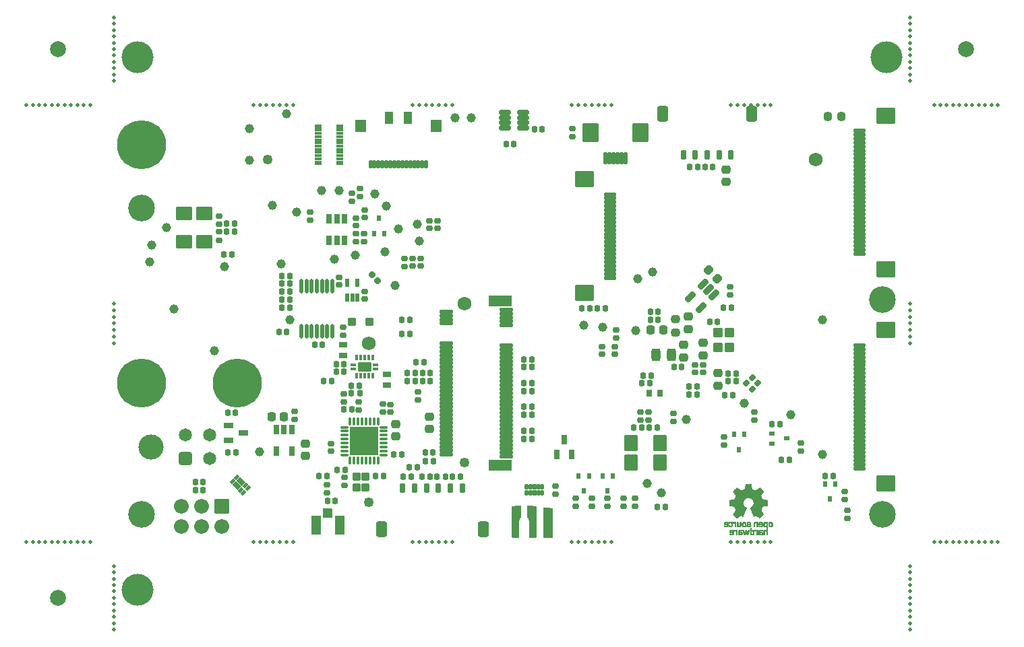
<source format=gbs>
G04 #@! TF.GenerationSoftware,KiCad,Pcbnew,(6.0.8-1)-1*
G04 #@! TF.CreationDate,2022-10-18T17:53:05-07:00*
G04 #@! TF.ProjectId,CRMHJN_capable_carrier,43524d48-4a4e-45f6-9361-7061626c655f,rev?*
G04 #@! TF.SameCoordinates,Original*
G04 #@! TF.FileFunction,Soldermask,Bot*
G04 #@! TF.FilePolarity,Negative*
%FSLAX46Y46*%
G04 Gerber Fmt 4.6, Leading zero omitted, Abs format (unit mm)*
G04 Created by KiCad (PCBNEW (6.0.8-1)-1) date 2022-10-18 17:53:05*
%MOMM*%
%LPD*%
G01*
G04 APERTURE LIST*
G04 Aperture macros list*
%AMRoundRect*
0 Rectangle with rounded corners*
0 $1 Rounding radius*
0 $2 $3 $4 $5 $6 $7 $8 $9 X,Y pos of 4 corners*
0 Add a 4 corners polygon primitive as box body*
4,1,4,$2,$3,$4,$5,$6,$7,$8,$9,$2,$3,0*
0 Add four circle primitives for the rounded corners*
1,1,$1+$1,$2,$3*
1,1,$1+$1,$4,$5*
1,1,$1+$1,$6,$7*
1,1,$1+$1,$8,$9*
0 Add four rect primitives between the rounded corners*
20,1,$1+$1,$2,$3,$4,$5,0*
20,1,$1+$1,$4,$5,$6,$7,0*
20,1,$1+$1,$6,$7,$8,$9,0*
20,1,$1+$1,$8,$9,$2,$3,0*%
%AMFreePoly0*
4,1,28,0.542929,2.462957,0.573353,2.420633,0.576200,2.400000,0.576200,0.990000,0.558373,0.941020,0.553882,0.936118,0.536862,0.919098,0.501566,0.874978,0.464414,0.819250,0.438482,0.776030,0.421584,0.733785,0.403214,0.678675,0.385354,0.607233,0.376200,0.506544,0.376200,-1.500000,0.358373,-1.548980,0.313232,-1.575042,0.300000,-1.576200,-0.500000,-1.576200,-0.548980,-1.558373,
-0.575042,-1.513232,-0.576200,-1.500000,-0.576200,2.300000,-0.558373,2.348980,-0.513232,2.375042,-0.507582,2.375822,0.492418,2.475822,0.542929,2.462957,0.542929,2.462957,$1*%
%AMFreePoly1*
4,1,28,0.507582,2.375822,0.554546,2.353209,0.575987,2.305699,0.576200,2.300000,0.576200,-1.500000,0.558373,-1.548980,0.513232,-1.575042,0.500000,-1.576200,-0.300000,-1.576200,-0.348980,-1.558373,-0.375042,-1.513232,-0.376200,-1.500000,-0.376200,0.506544,-0.385354,0.607233,-0.403214,0.678675,-0.421584,0.733785,-0.438482,0.776030,-0.464414,0.819250,-0.501566,0.874978,-0.536862,0.919098,
-0.553882,0.936118,-0.575910,0.983359,-0.576200,0.990000,-0.576200,2.400000,-0.558373,2.448980,-0.513232,2.475042,-0.492418,2.475822,0.507582,2.375822,0.507582,2.375822,$1*%
%AMFreePoly2*
4,1,17,0.507582,1.875822,0.554546,1.853209,0.575987,1.805699,0.576200,1.800000,0.576200,-1.800000,0.558373,-1.848980,0.513232,-1.875042,0.500000,-1.876200,-0.500000,-1.876200,-0.548980,-1.858373,-0.575042,-1.813232,-0.576200,-1.800000,-0.576200,1.900000,-0.558373,1.948980,-0.513232,1.975042,-0.492418,1.975822,0.507582,1.875822,0.507582,1.875822,$1*%
G04 Aperture macros list end*
%ADD10C,0.010000*%
%ADD11C,0.500000*%
%ADD12C,3.352400*%
%ADD13C,2.000000*%
%ADD14C,3.152400*%
%ADD15RoundRect,0.326201X0.499999X-0.499999X0.499999X0.499999X-0.499999X0.499999X-0.499999X-0.499999X0*%
%ADD16C,1.652400*%
%ADD17RoundRect,0.076200X-0.850000X0.850000X-0.850000X-0.850000X0.850000X-0.850000X0.850000X0.850000X0*%
%ADD18O,1.852400X1.852400*%
%ADD19C,1.252400*%
%ADD20C,1.752400*%
%ADD21FreePoly0,0.000000*%
%ADD22FreePoly1,0.000000*%
%ADD23FreePoly2,0.000000*%
%ADD24C,1.152400*%
%ADD25RoundRect,0.301200X0.250000X-0.225000X0.250000X0.225000X-0.250000X0.225000X-0.250000X-0.225000X0*%
%ADD26RoundRect,0.211200X0.135000X0.185000X-0.135000X0.185000X-0.135000X-0.185000X0.135000X-0.185000X0*%
%ADD27RoundRect,0.211200X-0.185000X0.135000X-0.185000X-0.135000X0.185000X-0.135000X0.185000X0.135000X0*%
%ADD28RoundRect,0.076200X-0.500000X0.525000X-0.500000X-0.525000X0.500000X-0.525000X0.500000X0.525000X0*%
%ADD29RoundRect,0.076200X-0.525000X1.100000X-0.525000X-1.100000X0.525000X-1.100000X0.525000X1.100000X0*%
%ADD30RoundRect,0.223700X-0.147500X-0.172500X0.147500X-0.172500X0.147500X0.172500X-0.147500X0.172500X0*%
%ADD31RoundRect,0.216200X-0.140000X-0.170000X0.140000X-0.170000X0.140000X0.170000X-0.140000X0.170000X0*%
%ADD32RoundRect,0.211200X0.185000X-0.135000X0.185000X0.135000X-0.185000X0.135000X-0.185000X-0.135000X0*%
%ADD33RoundRect,0.211200X-0.135000X-0.185000X0.135000X-0.185000X0.135000X0.185000X-0.135000X0.185000X0*%
%ADD34RoundRect,0.301200X-0.250000X0.225000X-0.250000X-0.225000X0.250000X-0.225000X0.250000X0.225000X0*%
%ADD35RoundRect,0.223700X0.172500X-0.147500X0.172500X0.147500X-0.172500X0.147500X-0.172500X-0.147500X0*%
%ADD36RoundRect,0.216200X0.170000X-0.140000X0.170000X0.140000X-0.170000X0.140000X-0.170000X-0.140000X0*%
%ADD37RoundRect,0.223700X-0.172500X0.147500X-0.172500X-0.147500X0.172500X-0.147500X0.172500X0.147500X0*%
%ADD38RoundRect,0.326200X-0.250000X-0.475000X0.250000X-0.475000X0.250000X0.475000X-0.250000X0.475000X0*%
%ADD39O,0.502400X1.852400*%
%ADD40RoundRect,0.216200X0.140000X0.170000X-0.140000X0.170000X-0.140000X-0.170000X0.140000X-0.170000X0*%
%ADD41RoundRect,0.223700X0.147500X0.172500X-0.147500X0.172500X-0.147500X-0.172500X0.147500X-0.172500X0*%
%ADD42RoundRect,0.076200X0.400000X-0.300000X0.400000X0.300000X-0.400000X0.300000X-0.400000X-0.300000X0*%
%ADD43RoundRect,0.076200X-0.275000X-0.500000X0.275000X-0.500000X0.275000X0.500000X-0.275000X0.500000X0*%
%ADD44RoundRect,0.294950X0.256250X-0.218750X0.256250X0.218750X-0.256250X0.218750X-0.256250X-0.218750X0*%
%ADD45RoundRect,0.076200X0.200000X0.250000X-0.200000X0.250000X-0.200000X-0.250000X0.200000X-0.250000X0*%
%ADD46RoundRect,0.126200X0.250000X-0.075000X0.250000X0.075000X-0.250000X0.075000X-0.250000X-0.075000X0*%
%ADD47RoundRect,0.126200X0.075000X0.250000X-0.075000X0.250000X-0.075000X-0.250000X0.075000X-0.250000X0*%
%ADD48RoundRect,0.126200X-0.700000X0.450000X-0.700000X-0.450000X0.700000X-0.450000X0.700000X0.450000X0*%
%ADD49RoundRect,0.201200X-0.537500X-0.125000X0.537500X-0.125000X0.537500X0.125000X-0.537500X0.125000X0*%
%ADD50RoundRect,0.216200X-0.170000X0.140000X-0.170000X-0.140000X0.170000X-0.140000X0.170000X0.140000X0*%
%ADD51RoundRect,0.076200X0.750000X0.900000X-0.750000X0.900000X-0.750000X-0.900000X0.750000X-0.900000X0*%
%ADD52RoundRect,0.076200X-0.200000X-0.250000X0.200000X-0.250000X0.200000X0.250000X-0.200000X0.250000X0*%
%ADD53RoundRect,0.076200X-0.150000X-0.650000X0.150000X-0.650000X0.150000X0.650000X-0.150000X0.650000X0*%
%ADD54RoundRect,0.076200X-0.900000X-1.100000X0.900000X-1.100000X0.900000X1.100000X-0.900000X1.100000X0*%
%ADD55RoundRect,0.076200X0.300520X0.088388X0.088388X0.300520X-0.300520X-0.088388X-0.088388X-0.300520X0*%
%ADD56RoundRect,0.076200X0.335876X0.053033X0.053033X0.335876X-0.335876X-0.053033X-0.053033X-0.335876X0*%
%ADD57RoundRect,0.076200X0.650000X-0.150000X0.650000X0.150000X-0.650000X0.150000X-0.650000X-0.150000X0*%
%ADD58RoundRect,0.076200X1.100000X-0.900000X1.100000X0.900000X-1.100000X0.900000X-1.100000X-0.900000X0*%
%ADD59RoundRect,0.076200X0.342500X-0.115000X0.342500X0.115000X-0.342500X0.115000X-0.342500X-0.115000X0*%
%ADD60RoundRect,0.076200X0.342500X-0.177800X0.342500X0.177800X-0.342500X0.177800X-0.342500X-0.177800X0*%
%ADD61RoundRect,0.076200X0.342500X-0.178000X0.342500X0.178000X-0.342500X0.178000X-0.342500X-0.178000X0*%
%ADD62C,6.152400*%
%ADD63RoundRect,0.076200X0.150000X0.275000X-0.150000X0.275000X-0.150000X-0.275000X0.150000X-0.275000X0*%
%ADD64RoundRect,0.076200X0.200000X0.275000X-0.200000X0.275000X-0.200000X-0.275000X0.200000X-0.275000X0*%
%ADD65RoundRect,0.076200X0.900000X-0.750000X0.900000X0.750000X-0.900000X0.750000X-0.900000X-0.750000X0*%
%ADD66RoundRect,0.276200X0.200000X0.275000X-0.200000X0.275000X-0.200000X-0.275000X0.200000X-0.275000X0*%
%ADD67RoundRect,0.076200X-0.250000X0.200000X-0.250000X-0.200000X0.250000X-0.200000X0.250000X0.200000X0*%
%ADD68RoundRect,0.076200X-0.900000X0.750000X-0.900000X-0.750000X0.900000X-0.750000X0.900000X0.750000X0*%
%ADD69C,4.000000*%
%ADD70RoundRect,0.076200X-0.650000X0.150000X-0.650000X-0.150000X0.650000X-0.150000X0.650000X0.150000X0*%
%ADD71RoundRect,0.076200X-1.100000X0.900000X-1.100000X-0.900000X1.100000X-0.900000X1.100000X0.900000X0*%
%ADD72RoundRect,0.301200X-0.335876X-0.017678X-0.017678X-0.335876X0.335876X0.017678X0.017678X0.335876X0*%
%ADD73RoundRect,0.223700X-0.226274X-0.017678X-0.017678X-0.226274X0.226274X0.017678X0.017678X0.226274X0*%
%ADD74RoundRect,0.076200X-0.400000X-0.400000X0.400000X-0.400000X0.400000X0.400000X-0.400000X0.400000X0*%
%ADD75RoundRect,0.276200X0.275000X-0.200000X0.275000X0.200000X-0.275000X0.200000X-0.275000X-0.200000X0*%
%ADD76RoundRect,0.076200X0.775000X-0.150000X0.775000X0.150000X-0.775000X0.150000X-0.775000X-0.150000X0*%
%ADD77RoundRect,0.076200X1.375000X-0.600000X1.375000X0.600000X-1.375000X0.600000X-1.375000X-0.600000X0*%
%ADD78RoundRect,0.301200X0.225000X0.250000X-0.225000X0.250000X-0.225000X-0.250000X0.225000X-0.250000X0*%
%ADD79RoundRect,0.226200X0.150000X0.350000X-0.150000X0.350000X-0.150000X-0.350000X0.150000X-0.350000X0*%
%ADD80RoundRect,0.326200X0.375000X0.650000X-0.375000X0.650000X-0.375000X-0.650000X0.375000X-0.650000X0*%
%ADD81RoundRect,0.226200X-0.150000X-0.350000X0.150000X-0.350000X0.150000X0.350000X-0.150000X0.350000X0*%
%ADD82RoundRect,0.326200X-0.375000X-0.650000X0.375000X-0.650000X0.375000X0.650000X-0.375000X0.650000X0*%
%ADD83RoundRect,0.211200X0.226274X0.035355X0.035355X0.226274X-0.226274X-0.035355X-0.035355X-0.226274X0*%
%ADD84RoundRect,0.076200X-0.200000X-0.450000X0.200000X-0.450000X0.200000X0.450000X-0.200000X0.450000X0*%
%ADD85RoundRect,0.076200X0.475000X0.525000X-0.475000X0.525000X-0.475000X-0.525000X0.475000X-0.525000X0*%
%ADD86RoundRect,0.076200X0.275000X0.500000X-0.275000X0.500000X-0.275000X-0.500000X0.275000X-0.500000X0*%
%ADD87RoundRect,0.076200X-0.150000X-0.400000X0.150000X-0.400000X0.150000X0.400000X-0.150000X0.400000X0*%
%ADD88RoundRect,0.076200X-0.610000X-0.700000X0.610000X-0.700000X0.610000X0.700000X-0.610000X0.700000X0*%
%ADD89RoundRect,0.076200X-0.425000X-0.700000X0.425000X-0.700000X0.425000X0.700000X-0.425000X0.700000X0*%
%ADD90RoundRect,0.076200X-0.400000X0.450000X-0.400000X-0.450000X0.400000X-0.450000X0.400000X0.450000X0*%
%ADD91RoundRect,0.138700X-0.375000X-0.062500X0.375000X-0.062500X0.375000X0.062500X-0.375000X0.062500X0*%
%ADD92RoundRect,0.138700X-0.062500X-0.375000X0.062500X-0.375000X0.062500X0.375000X-0.062500X0.375000X0*%
%ADD93RoundRect,0.076200X-1.725000X-1.725000X1.725000X-1.725000X1.725000X1.725000X-1.725000X1.725000X0*%
%ADD94RoundRect,0.076200X-0.750000X-0.900000X0.750000X-0.900000X0.750000X0.900000X-0.750000X0.900000X0*%
%ADD95RoundRect,0.301200X-0.225000X-0.250000X0.225000X-0.250000X0.225000X0.250000X-0.225000X0.250000X0*%
%ADD96RoundRect,0.076200X-0.500000X0.275000X-0.500000X-0.275000X0.500000X-0.275000X0.500000X0.275000X0*%
%ADD97RoundRect,0.076200X-0.300000X-0.350000X0.300000X-0.350000X0.300000X0.350000X-0.300000X0.350000X0*%
%ADD98RoundRect,0.294950X-0.256250X0.218750X-0.256250X-0.218750X0.256250X-0.218750X0.256250X0.218750X0*%
%ADD99RoundRect,0.226200X0.256326X0.468458X-0.468458X-0.256326X-0.256326X-0.468458X0.468458X0.256326X0*%
G04 APERTURE END LIST*
G04 #@! TO.C,N2*
G36*
X93694446Y-63822310D02*
G01*
X93690117Y-63863358D01*
X93683389Y-63897517D01*
X93673622Y-63926593D01*
X93660173Y-63952392D01*
X93642401Y-63976720D01*
X93619665Y-64001384D01*
X93586141Y-64030699D01*
X93547147Y-64054634D01*
X93506492Y-64069074D01*
X93501651Y-64069993D01*
X93484606Y-64071951D01*
X93462449Y-64073418D01*
X93438718Y-64074129D01*
X93409311Y-64073453D01*
X93363336Y-64067200D01*
X93322990Y-64053971D01*
X93286646Y-64033152D01*
X93252676Y-64004131D01*
X93236185Y-63986615D01*
X93216907Y-63961764D01*
X93202144Y-63935570D01*
X93191296Y-63906291D01*
X93183763Y-63872186D01*
X93178944Y-63831516D01*
X93176239Y-63782540D01*
X93175440Y-63748464D01*
X93175804Y-63723728D01*
X93302542Y-63723728D01*
X93303066Y-63774608D01*
X93303228Y-63778782D01*
X93306056Y-63820257D01*
X93311160Y-63853307D01*
X93319138Y-63879405D01*
X93330584Y-63900025D01*
X93346096Y-63916639D01*
X93366269Y-63930719D01*
X93371373Y-63933591D01*
X93386963Y-63940333D01*
X93404539Y-63944112D01*
X93428167Y-63945926D01*
X93453792Y-63945703D01*
X93486231Y-63939929D01*
X93512589Y-63926992D01*
X93534147Y-63906176D01*
X93552189Y-63876766D01*
X93568460Y-63843716D01*
X93568460Y-63757248D01*
X93568399Y-63739428D01*
X93567662Y-63703909D01*
X93565837Y-63676000D01*
X93562608Y-63653925D01*
X93557660Y-63635910D01*
X93550675Y-63620177D01*
X93541338Y-63604953D01*
X93526571Y-63588084D01*
X93500894Y-63570663D01*
X93470534Y-63559757D01*
X93437608Y-63555797D01*
X93404232Y-63559217D01*
X93372521Y-63570450D01*
X93356031Y-63580245D01*
X93336721Y-63597480D01*
X93322056Y-63619448D01*
X93311698Y-63647146D01*
X93305306Y-63681574D01*
X93302542Y-63723728D01*
X93175804Y-63723728D01*
X93176203Y-63696634D01*
X93179927Y-63652455D01*
X93186905Y-63614537D01*
X93197426Y-63581492D01*
X93211783Y-63551927D01*
X93230265Y-63524454D01*
X93253900Y-63497592D01*
X93291589Y-63467290D01*
X93334546Y-63445663D01*
X93382800Y-63432697D01*
X93436380Y-63428378D01*
X93443100Y-63428436D01*
X93495521Y-63433517D01*
X93542338Y-63446967D01*
X93584031Y-63469033D01*
X93621078Y-63499961D01*
X93653958Y-63539995D01*
X93670528Y-63570600D01*
X93683980Y-63611973D01*
X93692844Y-63661749D01*
X93697053Y-63719555D01*
X93696759Y-63757248D01*
X93696544Y-63785015D01*
X93694446Y-63822310D01*
G37*
D10*
X93694446Y-63822310D02*
X93690117Y-63863358D01*
X93683389Y-63897517D01*
X93673622Y-63926593D01*
X93660173Y-63952392D01*
X93642401Y-63976720D01*
X93619665Y-64001384D01*
X93586141Y-64030699D01*
X93547147Y-64054634D01*
X93506492Y-64069074D01*
X93501651Y-64069993D01*
X93484606Y-64071951D01*
X93462449Y-64073418D01*
X93438718Y-64074129D01*
X93409311Y-64073453D01*
X93363336Y-64067200D01*
X93322990Y-64053971D01*
X93286646Y-64033152D01*
X93252676Y-64004131D01*
X93236185Y-63986615D01*
X93216907Y-63961764D01*
X93202144Y-63935570D01*
X93191296Y-63906291D01*
X93183763Y-63872186D01*
X93178944Y-63831516D01*
X93176239Y-63782540D01*
X93175440Y-63748464D01*
X93175804Y-63723728D01*
X93302542Y-63723728D01*
X93303066Y-63774608D01*
X93303228Y-63778782D01*
X93306056Y-63820257D01*
X93311160Y-63853307D01*
X93319138Y-63879405D01*
X93330584Y-63900025D01*
X93346096Y-63916639D01*
X93366269Y-63930719D01*
X93371373Y-63933591D01*
X93386963Y-63940333D01*
X93404539Y-63944112D01*
X93428167Y-63945926D01*
X93453792Y-63945703D01*
X93486231Y-63939929D01*
X93512589Y-63926992D01*
X93534147Y-63906176D01*
X93552189Y-63876766D01*
X93568460Y-63843716D01*
X93568460Y-63757248D01*
X93568399Y-63739428D01*
X93567662Y-63703909D01*
X93565837Y-63676000D01*
X93562608Y-63653925D01*
X93557660Y-63635910D01*
X93550675Y-63620177D01*
X93541338Y-63604953D01*
X93526571Y-63588084D01*
X93500894Y-63570663D01*
X93470534Y-63559757D01*
X93437608Y-63555797D01*
X93404232Y-63559217D01*
X93372521Y-63570450D01*
X93356031Y-63580245D01*
X93336721Y-63597480D01*
X93322056Y-63619448D01*
X93311698Y-63647146D01*
X93305306Y-63681574D01*
X93302542Y-63723728D01*
X93175804Y-63723728D01*
X93176203Y-63696634D01*
X93179927Y-63652455D01*
X93186905Y-63614537D01*
X93197426Y-63581492D01*
X93211783Y-63551927D01*
X93230265Y-63524454D01*
X93253900Y-63497592D01*
X93291589Y-63467290D01*
X93334546Y-63445663D01*
X93382800Y-63432697D01*
X93436380Y-63428378D01*
X93443100Y-63428436D01*
X93495521Y-63433517D01*
X93542338Y-63446967D01*
X93584031Y-63469033D01*
X93621078Y-63499961D01*
X93653958Y-63539995D01*
X93670528Y-63570600D01*
X93683980Y-63611973D01*
X93692844Y-63661749D01*
X93697053Y-63719555D01*
X93696759Y-63757248D01*
X93696544Y-63785015D01*
X93694446Y-63822310D01*
G36*
X91576066Y-63429696D02*
G01*
X91583198Y-63430790D01*
X91618999Y-63439698D01*
X91650955Y-63454612D01*
X91682895Y-63477238D01*
X91711720Y-63500716D01*
X91711720Y-63434560D01*
X91838720Y-63434560D01*
X91838720Y-64069560D01*
X91712334Y-64069560D01*
X91710757Y-63860010D01*
X91710516Y-63828724D01*
X91710111Y-63782343D01*
X91709673Y-63744513D01*
X91709148Y-63714216D01*
X91708483Y-63690435D01*
X91707625Y-63672153D01*
X91706520Y-63658351D01*
X91705115Y-63648012D01*
X91703356Y-63640119D01*
X91701190Y-63633654D01*
X91698564Y-63627600D01*
X91690417Y-63613318D01*
X91672147Y-63591281D01*
X91650316Y-63573058D01*
X91628101Y-63561626D01*
X91616452Y-63559089D01*
X91596329Y-63557251D01*
X91574760Y-63557331D01*
X91546409Y-63561288D01*
X91517360Y-63572722D01*
X91494099Y-63591999D01*
X91475578Y-63619777D01*
X91460260Y-63649716D01*
X91458779Y-63859638D01*
X91457297Y-64069560D01*
X91330720Y-64069560D01*
X91330720Y-63846290D01*
X91330741Y-63820881D01*
X91330995Y-63759996D01*
X91331534Y-63708193D01*
X91332353Y-63665687D01*
X91333446Y-63632693D01*
X91334809Y-63609425D01*
X91336437Y-63596100D01*
X91339218Y-63584565D01*
X91355466Y-63542638D01*
X91379490Y-63505984D01*
X91410142Y-63475399D01*
X91446274Y-63451680D01*
X91486737Y-63435625D01*
X91530384Y-63428031D01*
X91576066Y-63429696D01*
G37*
X91576066Y-63429696D02*
X91583198Y-63430790D01*
X91618999Y-63439698D01*
X91650955Y-63454612D01*
X91682895Y-63477238D01*
X91711720Y-63500716D01*
X91711720Y-63434560D01*
X91838720Y-63434560D01*
X91838720Y-64069560D01*
X91712334Y-64069560D01*
X91710757Y-63860010D01*
X91710516Y-63828724D01*
X91710111Y-63782343D01*
X91709673Y-63744513D01*
X91709148Y-63714216D01*
X91708483Y-63690435D01*
X91707625Y-63672153D01*
X91706520Y-63658351D01*
X91705115Y-63648012D01*
X91703356Y-63640119D01*
X91701190Y-63633654D01*
X91698564Y-63627600D01*
X91690417Y-63613318D01*
X91672147Y-63591281D01*
X91650316Y-63573058D01*
X91628101Y-63561626D01*
X91616452Y-63559089D01*
X91596329Y-63557251D01*
X91574760Y-63557331D01*
X91546409Y-63561288D01*
X91517360Y-63572722D01*
X91494099Y-63591999D01*
X91475578Y-63619777D01*
X91460260Y-63649716D01*
X91458779Y-63859638D01*
X91457297Y-64069560D01*
X91330720Y-64069560D01*
X91330720Y-63846290D01*
X91330741Y-63820881D01*
X91330995Y-63759996D01*
X91331534Y-63708193D01*
X91332353Y-63665687D01*
X91333446Y-63632693D01*
X91334809Y-63609425D01*
X91336437Y-63596100D01*
X91339218Y-63584565D01*
X91355466Y-63542638D01*
X91379490Y-63505984D01*
X91410142Y-63475399D01*
X91446274Y-63451680D01*
X91486737Y-63435625D01*
X91530384Y-63428031D01*
X91576066Y-63429696D01*
G36*
X90745769Y-63429469D02*
G01*
X90792539Y-63437982D01*
X90834838Y-63452847D01*
X90870980Y-63474118D01*
X90878277Y-63479966D01*
X90902839Y-63505140D01*
X90922750Y-63534071D01*
X90935507Y-63563300D01*
X90935813Y-63564383D01*
X90938785Y-63580711D01*
X90940838Y-63602399D01*
X90941544Y-63625060D01*
X90939744Y-63651856D01*
X90929818Y-63691567D01*
X90911472Y-63725920D01*
X90884991Y-63754441D01*
X90850660Y-63776656D01*
X90841349Y-63781123D01*
X90825877Y-63787610D01*
X90809793Y-63792757D01*
X90791193Y-63796963D01*
X90768171Y-63800627D01*
X90738821Y-63804147D01*
X90701238Y-63807923D01*
X90673709Y-63810721D01*
X90642173Y-63814732D01*
X90618489Y-63819181D01*
X90601305Y-63824523D01*
X90589267Y-63831216D01*
X90581022Y-63839717D01*
X90575218Y-63850483D01*
X90571635Y-63861283D01*
X90570389Y-63885578D01*
X90578511Y-63908048D01*
X90595447Y-63927570D01*
X90620647Y-63943019D01*
X90624563Y-63944730D01*
X90638951Y-63949954D01*
X90653903Y-63953045D01*
X90672609Y-63954485D01*
X90698260Y-63954755D01*
X90702669Y-63954712D01*
X90751848Y-63950833D01*
X90794939Y-63940281D01*
X90833926Y-63922385D01*
X90870797Y-63896476D01*
X90895614Y-63875968D01*
X90937907Y-63918042D01*
X90953887Y-63934225D01*
X90967553Y-63948644D01*
X90976801Y-63959073D01*
X90980200Y-63963963D01*
X90979463Y-63965984D01*
X90972258Y-63973855D01*
X90958885Y-63984899D01*
X90941216Y-63997789D01*
X90921122Y-64011196D01*
X90900473Y-64023794D01*
X90881140Y-64034255D01*
X90878305Y-64035640D01*
X90853126Y-64046702D01*
X90826026Y-64056921D01*
X90802400Y-64064242D01*
X90774460Y-64069789D01*
X90732335Y-64073915D01*
X90687777Y-64074429D01*
X90644758Y-64071323D01*
X90607255Y-64064591D01*
X90569497Y-64052478D01*
X90527805Y-64031556D01*
X90494069Y-64004882D01*
X90468565Y-63972744D01*
X90451569Y-63935433D01*
X90443357Y-63893235D01*
X90443141Y-63862716D01*
X90449763Y-63822847D01*
X90463562Y-63785958D01*
X90483735Y-63754048D01*
X90509476Y-63729113D01*
X90527784Y-63717730D01*
X90553114Y-63707107D01*
X90584241Y-63698880D01*
X90622590Y-63692683D01*
X90669589Y-63688152D01*
X90686811Y-63686837D01*
X90719555Y-63683903D01*
X90744476Y-63680758D01*
X90763193Y-63677032D01*
X90777329Y-63672354D01*
X90788503Y-63666350D01*
X90798336Y-63658652D01*
X90799526Y-63657579D01*
X90808935Y-63647295D01*
X90813072Y-63636359D01*
X90813826Y-63620072D01*
X90811374Y-63599974D01*
X90803791Y-63582421D01*
X90785344Y-63565334D01*
X90759813Y-63553740D01*
X90728763Y-63547759D01*
X90693682Y-63547406D01*
X90656057Y-63552694D01*
X90617378Y-63563638D01*
X90579132Y-63580253D01*
X90535700Y-63602765D01*
X90511138Y-63575812D01*
X90497974Y-63561104D01*
X90483101Y-63543960D01*
X90471679Y-63530236D01*
X90456783Y-63511613D01*
X90495152Y-63485950D01*
X90503888Y-63480338D01*
X90547714Y-63457883D01*
X90595502Y-63441516D01*
X90645565Y-63431290D01*
X90696216Y-63427256D01*
X90745769Y-63429469D01*
G37*
X90745769Y-63429469D02*
X90792539Y-63437982D01*
X90834838Y-63452847D01*
X90870980Y-63474118D01*
X90878277Y-63479966D01*
X90902839Y-63505140D01*
X90922750Y-63534071D01*
X90935507Y-63563300D01*
X90935813Y-63564383D01*
X90938785Y-63580711D01*
X90940838Y-63602399D01*
X90941544Y-63625060D01*
X90939744Y-63651856D01*
X90929818Y-63691567D01*
X90911472Y-63725920D01*
X90884991Y-63754441D01*
X90850660Y-63776656D01*
X90841349Y-63781123D01*
X90825877Y-63787610D01*
X90809793Y-63792757D01*
X90791193Y-63796963D01*
X90768171Y-63800627D01*
X90738821Y-63804147D01*
X90701238Y-63807923D01*
X90673709Y-63810721D01*
X90642173Y-63814732D01*
X90618489Y-63819181D01*
X90601305Y-63824523D01*
X90589267Y-63831216D01*
X90581022Y-63839717D01*
X90575218Y-63850483D01*
X90571635Y-63861283D01*
X90570389Y-63885578D01*
X90578511Y-63908048D01*
X90595447Y-63927570D01*
X90620647Y-63943019D01*
X90624563Y-63944730D01*
X90638951Y-63949954D01*
X90653903Y-63953045D01*
X90672609Y-63954485D01*
X90698260Y-63954755D01*
X90702669Y-63954712D01*
X90751848Y-63950833D01*
X90794939Y-63940281D01*
X90833926Y-63922385D01*
X90870797Y-63896476D01*
X90895614Y-63875968D01*
X90937907Y-63918042D01*
X90953887Y-63934225D01*
X90967553Y-63948644D01*
X90976801Y-63959073D01*
X90980200Y-63963963D01*
X90979463Y-63965984D01*
X90972258Y-63973855D01*
X90958885Y-63984899D01*
X90941216Y-63997789D01*
X90921122Y-64011196D01*
X90900473Y-64023794D01*
X90881140Y-64034255D01*
X90878305Y-64035640D01*
X90853126Y-64046702D01*
X90826026Y-64056921D01*
X90802400Y-64064242D01*
X90774460Y-64069789D01*
X90732335Y-64073915D01*
X90687777Y-64074429D01*
X90644758Y-64071323D01*
X90607255Y-64064591D01*
X90569497Y-64052478D01*
X90527805Y-64031556D01*
X90494069Y-64004882D01*
X90468565Y-63972744D01*
X90451569Y-63935433D01*
X90443357Y-63893235D01*
X90443141Y-63862716D01*
X90449763Y-63822847D01*
X90463562Y-63785958D01*
X90483735Y-63754048D01*
X90509476Y-63729113D01*
X90527784Y-63717730D01*
X90553114Y-63707107D01*
X90584241Y-63698880D01*
X90622590Y-63692683D01*
X90669589Y-63688152D01*
X90686811Y-63686837D01*
X90719555Y-63683903D01*
X90744476Y-63680758D01*
X90763193Y-63677032D01*
X90777329Y-63672354D01*
X90788503Y-63666350D01*
X90798336Y-63658652D01*
X90799526Y-63657579D01*
X90808935Y-63647295D01*
X90813072Y-63636359D01*
X90813826Y-63620072D01*
X90811374Y-63599974D01*
X90803791Y-63582421D01*
X90785344Y-63565334D01*
X90759813Y-63553740D01*
X90728763Y-63547759D01*
X90693682Y-63547406D01*
X90656057Y-63552694D01*
X90617378Y-63563638D01*
X90579132Y-63580253D01*
X90535700Y-63602765D01*
X90511138Y-63575812D01*
X90497974Y-63561104D01*
X90483101Y-63543960D01*
X90471679Y-63530236D01*
X90456783Y-63511613D01*
X90495152Y-63485950D01*
X90503888Y-63480338D01*
X90547714Y-63457883D01*
X90595502Y-63441516D01*
X90645565Y-63431290D01*
X90696216Y-63427256D01*
X90745769Y-63429469D01*
G36*
X92465801Y-64912506D02*
G01*
X92456796Y-64950521D01*
X92439625Y-64986334D01*
X92414046Y-65018501D01*
X92395331Y-65034088D01*
X92366935Y-65051628D01*
X92335682Y-65066062D01*
X92305530Y-65075315D01*
X92296538Y-65076624D01*
X92276988Y-65078015D01*
X92252824Y-65078658D01*
X92227340Y-65078422D01*
X92212703Y-65077805D01*
X92175318Y-65073710D01*
X92145580Y-65065826D01*
X92121978Y-65053645D01*
X92102999Y-65036658D01*
X92098580Y-65031755D01*
X92089925Y-65022991D01*
X92085256Y-65019520D01*
X92084140Y-65022057D01*
X92083001Y-65032262D01*
X92082560Y-65047616D01*
X92082560Y-65075712D01*
X91958100Y-65072860D01*
X91958105Y-64806160D01*
X92081057Y-64806160D01*
X92084033Y-64852094D01*
X92084673Y-64860753D01*
X92089038Y-64892444D01*
X92096482Y-64916138D01*
X92107655Y-64933381D01*
X92123200Y-64945718D01*
X92123457Y-64945866D01*
X92132549Y-64950242D01*
X92143336Y-64953268D01*
X92157932Y-64955233D01*
X92178455Y-64956426D01*
X92207020Y-64957134D01*
X92223316Y-64957328D01*
X92251719Y-64956928D01*
X92273179Y-64955099D01*
X92289866Y-64951449D01*
X92303946Y-64945585D01*
X92317587Y-64937115D01*
X92319720Y-64935562D01*
X92336495Y-64917310D01*
X92345252Y-64895525D01*
X92346223Y-64872361D01*
X92339636Y-64849971D01*
X92325720Y-64830512D01*
X92304706Y-64816136D01*
X92299641Y-64813995D01*
X92290604Y-64811129D01*
X92279508Y-64809068D01*
X92264734Y-64807682D01*
X92244661Y-64806841D01*
X92217669Y-64806414D01*
X92182139Y-64806271D01*
X92081057Y-64806160D01*
X91958105Y-64806160D01*
X91958110Y-64585180D01*
X91970279Y-64554956D01*
X91974255Y-64545988D01*
X91994258Y-64514027D01*
X92020681Y-64485821D01*
X92050688Y-64464559D01*
X92076290Y-64452419D01*
X92103571Y-64443483D01*
X92134257Y-64437589D01*
X92170547Y-64434315D01*
X92214640Y-64433242D01*
X92242047Y-64433408D01*
X92272329Y-64434605D01*
X92296748Y-64437323D01*
X92317762Y-64441998D01*
X92337833Y-64449068D01*
X92359420Y-64458969D01*
X92360258Y-64459392D01*
X92373566Y-64467529D01*
X92389267Y-64479005D01*
X92405216Y-64491991D01*
X92419265Y-64504658D01*
X92429269Y-64515177D01*
X92433080Y-64521721D01*
X92433078Y-64521755D01*
X92429081Y-64525946D01*
X92418568Y-64534904D01*
X92403108Y-64547336D01*
X92384272Y-64561948D01*
X92335464Y-64599211D01*
X92324582Y-64586280D01*
X92315470Y-64576518D01*
X92303229Y-64567284D01*
X92288402Y-64561003D01*
X92269103Y-64557156D01*
X92243451Y-64555227D01*
X92209560Y-64554700D01*
X92199181Y-64554716D01*
X92173299Y-64555045D01*
X92154860Y-64555982D01*
X92141816Y-64557768D01*
X92132123Y-64560647D01*
X92123732Y-64564860D01*
X92109557Y-64574312D01*
X92097619Y-64586473D01*
X92090005Y-64601818D01*
X92085643Y-64622652D01*
X92083457Y-64651281D01*
X92081349Y-64699480D01*
X92189905Y-64699604D01*
X92200571Y-64699625D01*
X92240368Y-64699969D01*
X92272008Y-64700865D01*
X92297110Y-64702504D01*
X92317295Y-64705081D01*
X92334182Y-64708785D01*
X92349391Y-64713812D01*
X92364540Y-64720351D01*
X92396713Y-64739961D01*
X92424945Y-64767318D01*
X92446211Y-64799695D01*
X92460268Y-64835648D01*
X92466640Y-64872361D01*
X92466878Y-64873734D01*
X92465801Y-64912506D01*
G37*
X92465801Y-64912506D02*
X92456796Y-64950521D01*
X92439625Y-64986334D01*
X92414046Y-65018501D01*
X92395331Y-65034088D01*
X92366935Y-65051628D01*
X92335682Y-65066062D01*
X92305530Y-65075315D01*
X92296538Y-65076624D01*
X92276988Y-65078015D01*
X92252824Y-65078658D01*
X92227340Y-65078422D01*
X92212703Y-65077805D01*
X92175318Y-65073710D01*
X92145580Y-65065826D01*
X92121978Y-65053645D01*
X92102999Y-65036658D01*
X92098580Y-65031755D01*
X92089925Y-65022991D01*
X92085256Y-65019520D01*
X92084140Y-65022057D01*
X92083001Y-65032262D01*
X92082560Y-65047616D01*
X92082560Y-65075712D01*
X91958100Y-65072860D01*
X91958105Y-64806160D01*
X92081057Y-64806160D01*
X92084033Y-64852094D01*
X92084673Y-64860753D01*
X92089038Y-64892444D01*
X92096482Y-64916138D01*
X92107655Y-64933381D01*
X92123200Y-64945718D01*
X92123457Y-64945866D01*
X92132549Y-64950242D01*
X92143336Y-64953268D01*
X92157932Y-64955233D01*
X92178455Y-64956426D01*
X92207020Y-64957134D01*
X92223316Y-64957328D01*
X92251719Y-64956928D01*
X92273179Y-64955099D01*
X92289866Y-64951449D01*
X92303946Y-64945585D01*
X92317587Y-64937115D01*
X92319720Y-64935562D01*
X92336495Y-64917310D01*
X92345252Y-64895525D01*
X92346223Y-64872361D01*
X92339636Y-64849971D01*
X92325720Y-64830512D01*
X92304706Y-64816136D01*
X92299641Y-64813995D01*
X92290604Y-64811129D01*
X92279508Y-64809068D01*
X92264734Y-64807682D01*
X92244661Y-64806841D01*
X92217669Y-64806414D01*
X92182139Y-64806271D01*
X92081057Y-64806160D01*
X91958105Y-64806160D01*
X91958110Y-64585180D01*
X91970279Y-64554956D01*
X91974255Y-64545988D01*
X91994258Y-64514027D01*
X92020681Y-64485821D01*
X92050688Y-64464559D01*
X92076290Y-64452419D01*
X92103571Y-64443483D01*
X92134257Y-64437589D01*
X92170547Y-64434315D01*
X92214640Y-64433242D01*
X92242047Y-64433408D01*
X92272329Y-64434605D01*
X92296748Y-64437323D01*
X92317762Y-64441998D01*
X92337833Y-64449068D01*
X92359420Y-64458969D01*
X92360258Y-64459392D01*
X92373566Y-64467529D01*
X92389267Y-64479005D01*
X92405216Y-64491991D01*
X92419265Y-64504658D01*
X92429269Y-64515177D01*
X92433080Y-64521721D01*
X92433078Y-64521755D01*
X92429081Y-64525946D01*
X92418568Y-64534904D01*
X92403108Y-64547336D01*
X92384272Y-64561948D01*
X92335464Y-64599211D01*
X92324582Y-64586280D01*
X92315470Y-64576518D01*
X92303229Y-64567284D01*
X92288402Y-64561003D01*
X92269103Y-64557156D01*
X92243451Y-64555227D01*
X92209560Y-64554700D01*
X92199181Y-64554716D01*
X92173299Y-64555045D01*
X92154860Y-64555982D01*
X92141816Y-64557768D01*
X92132123Y-64560647D01*
X92123732Y-64564860D01*
X92109557Y-64574312D01*
X92097619Y-64586473D01*
X92090005Y-64601818D01*
X92085643Y-64622652D01*
X92083457Y-64651281D01*
X92081349Y-64699480D01*
X92189905Y-64699604D01*
X92200571Y-64699625D01*
X92240368Y-64699969D01*
X92272008Y-64700865D01*
X92297110Y-64702504D01*
X92317295Y-64705081D01*
X92334182Y-64708785D01*
X92349391Y-64713812D01*
X92364540Y-64720351D01*
X92396713Y-64739961D01*
X92424945Y-64767318D01*
X92446211Y-64799695D01*
X92460268Y-64835648D01*
X92466640Y-64872361D01*
X92466878Y-64873734D01*
X92465801Y-64912506D01*
G36*
X88835313Y-63431915D02*
G01*
X88874664Y-63443051D01*
X88910229Y-63460128D01*
X88939310Y-63482351D01*
X88958360Y-63501089D01*
X88958360Y-63434560D01*
X89090440Y-63434560D01*
X89090440Y-64069560D01*
X88958360Y-64069560D01*
X88958360Y-63858662D01*
X88958220Y-63809891D01*
X88957853Y-63765183D01*
X88957281Y-63725557D01*
X88956527Y-63692026D01*
X88955614Y-63665607D01*
X88954563Y-63647316D01*
X88953398Y-63638168D01*
X88945182Y-63617686D01*
X88926844Y-63592471D01*
X88902428Y-63573319D01*
X88873574Y-63560863D01*
X88841926Y-63555739D01*
X88809125Y-63558578D01*
X88776813Y-63570016D01*
X88764737Y-63575823D01*
X88753480Y-63580478D01*
X88748550Y-63581446D01*
X88748395Y-63581244D01*
X88743883Y-63575786D01*
X88734281Y-63564326D01*
X88720873Y-63548395D01*
X88704947Y-63529523D01*
X88703141Y-63527377D01*
X88687563Y-63508053D01*
X88675338Y-63491441D01*
X88667599Y-63479169D01*
X88665480Y-63472862D01*
X88670631Y-63467160D01*
X88683578Y-63458832D01*
X88701588Y-63449791D01*
X88722134Y-63441178D01*
X88742688Y-63434137D01*
X88760722Y-63429809D01*
X88794875Y-63427513D01*
X88835313Y-63431915D01*
G37*
X88835313Y-63431915D02*
X88874664Y-63443051D01*
X88910229Y-63460128D01*
X88939310Y-63482351D01*
X88958360Y-63501089D01*
X88958360Y-63434560D01*
X89090440Y-63434560D01*
X89090440Y-64069560D01*
X88958360Y-64069560D01*
X88958360Y-63858662D01*
X88958220Y-63809891D01*
X88957853Y-63765183D01*
X88957281Y-63725557D01*
X88956527Y-63692026D01*
X88955614Y-63665607D01*
X88954563Y-63647316D01*
X88953398Y-63638168D01*
X88945182Y-63617686D01*
X88926844Y-63592471D01*
X88902428Y-63573319D01*
X88873574Y-63560863D01*
X88841926Y-63555739D01*
X88809125Y-63558578D01*
X88776813Y-63570016D01*
X88764737Y-63575823D01*
X88753480Y-63580478D01*
X88748550Y-63581446D01*
X88748395Y-63581244D01*
X88743883Y-63575786D01*
X88734281Y-63564326D01*
X88720873Y-63548395D01*
X88704947Y-63529523D01*
X88703141Y-63527377D01*
X88687563Y-63508053D01*
X88675338Y-63491441D01*
X88667599Y-63479169D01*
X88665480Y-63472862D01*
X88670631Y-63467160D01*
X88683578Y-63458832D01*
X88701588Y-63449791D01*
X88722134Y-63441178D01*
X88742688Y-63434137D01*
X88760722Y-63429809D01*
X88794875Y-63427513D01*
X88835313Y-63431915D01*
G36*
X91580037Y-64438791D02*
G01*
X91621438Y-64454793D01*
X91658844Y-64479096D01*
X91686320Y-64501476D01*
X91686320Y-64440400D01*
X91813320Y-64440400D01*
X91813320Y-65075712D01*
X91688860Y-65072860D01*
X91683780Y-64641060D01*
X91669633Y-64616992D01*
X91650899Y-64592623D01*
X91624462Y-64573426D01*
X91591241Y-64561629D01*
X91584016Y-64560262D01*
X91553191Y-64559263D01*
X91523395Y-64565251D01*
X91498313Y-64577593D01*
X91496965Y-64578544D01*
X91486907Y-64585055D01*
X91481244Y-64587720D01*
X91480537Y-64587297D01*
X91474557Y-64581328D01*
X91463773Y-64569399D01*
X91449438Y-64552915D01*
X91432803Y-64533284D01*
X91387210Y-64478849D01*
X91408495Y-64464591D01*
X91422416Y-64456726D01*
X91443284Y-64447328D01*
X91464699Y-64439601D01*
X91492854Y-64433238D01*
X91536543Y-64431477D01*
X91580037Y-64438791D01*
G37*
X91580037Y-64438791D02*
X91621438Y-64454793D01*
X91658844Y-64479096D01*
X91686320Y-64501476D01*
X91686320Y-64440400D01*
X91813320Y-64440400D01*
X91813320Y-65075712D01*
X91688860Y-65072860D01*
X91683780Y-64641060D01*
X91669633Y-64616992D01*
X91650899Y-64592623D01*
X91624462Y-64573426D01*
X91591241Y-64561629D01*
X91584016Y-64560262D01*
X91553191Y-64559263D01*
X91523395Y-64565251D01*
X91498313Y-64577593D01*
X91496965Y-64578544D01*
X91486907Y-64585055D01*
X91481244Y-64587720D01*
X91480537Y-64587297D01*
X91474557Y-64581328D01*
X91463773Y-64569399D01*
X91449438Y-64552915D01*
X91432803Y-64533284D01*
X91387210Y-64478849D01*
X91408495Y-64464591D01*
X91422416Y-64456726D01*
X91443284Y-64447328D01*
X91464699Y-64439601D01*
X91492854Y-64433238D01*
X91536543Y-64431477D01*
X91580037Y-64438791D01*
G36*
X88122911Y-63744192D02*
G01*
X88122635Y-63781840D01*
X88120985Y-63817361D01*
X88117959Y-63848110D01*
X88113554Y-63871440D01*
X88102750Y-63904850D01*
X88080013Y-63952579D01*
X88050875Y-63993033D01*
X88015727Y-64025795D01*
X87974964Y-64050449D01*
X87928979Y-64066580D01*
X87920291Y-64068420D01*
X87890592Y-64072242D01*
X87856373Y-64073970D01*
X87821250Y-64073603D01*
X87788839Y-64071142D01*
X87762754Y-64066587D01*
X87743543Y-64060758D01*
X87704922Y-64044171D01*
X87669240Y-64022729D01*
X87640089Y-63998428D01*
X87639194Y-63997516D01*
X87627460Y-63985033D01*
X87619698Y-63975775D01*
X87617547Y-63971687D01*
X87619013Y-63970509D01*
X87626797Y-63963982D01*
X87639522Y-63953193D01*
X87655340Y-63939705D01*
X87675591Y-63922319D01*
X87690485Y-63909902D01*
X87700770Y-63902681D01*
X87708141Y-63900071D01*
X87714295Y-63901489D01*
X87720927Y-63906350D01*
X87729733Y-63914068D01*
X87733681Y-63917349D01*
X87766875Y-63938113D01*
X87804826Y-63950448D01*
X87848380Y-63954640D01*
X87879482Y-63952510D01*
X87916039Y-63942575D01*
X87946277Y-63924772D01*
X87969892Y-63899363D01*
X87986581Y-63866612D01*
X87996039Y-63826782D01*
X87999549Y-63800320D01*
X87602000Y-63800320D01*
X87602089Y-63733010D01*
X87602536Y-63707686D01*
X87603242Y-63693640D01*
X87727870Y-63693640D01*
X87999394Y-63693640D01*
X87995857Y-63669510D01*
X87990110Y-63643378D01*
X87975368Y-63609219D01*
X87954153Y-63581889D01*
X87927411Y-63562023D01*
X87896087Y-63550258D01*
X87861129Y-63547230D01*
X87823481Y-63553575D01*
X87809056Y-63558666D01*
X87780707Y-63575705D01*
X87758417Y-63600533D01*
X87741988Y-63633409D01*
X87731224Y-63674590D01*
X87727870Y-63693640D01*
X87603242Y-63693640D01*
X87604039Y-63677774D01*
X87606374Y-63651475D01*
X87609307Y-63632060D01*
X87611579Y-63622232D01*
X87628424Y-63574655D01*
X87653262Y-63532520D01*
X87685204Y-63496537D01*
X87723357Y-63467412D01*
X87766828Y-63445853D01*
X87814727Y-63432568D01*
X87866160Y-63428265D01*
X87915372Y-63432908D01*
X87962281Y-63446515D01*
X88004249Y-63468685D01*
X88040812Y-63499031D01*
X88071503Y-63537161D01*
X88095859Y-63582687D01*
X88113413Y-63635220D01*
X88115505Y-63644957D01*
X88119344Y-63673104D01*
X88120837Y-63693640D01*
X88121813Y-63707065D01*
X88122911Y-63744192D01*
G37*
X88122911Y-63744192D02*
X88122635Y-63781840D01*
X88120985Y-63817361D01*
X88117959Y-63848110D01*
X88113554Y-63871440D01*
X88102750Y-63904850D01*
X88080013Y-63952579D01*
X88050875Y-63993033D01*
X88015727Y-64025795D01*
X87974964Y-64050449D01*
X87928979Y-64066580D01*
X87920291Y-64068420D01*
X87890592Y-64072242D01*
X87856373Y-64073970D01*
X87821250Y-64073603D01*
X87788839Y-64071142D01*
X87762754Y-64066587D01*
X87743543Y-64060758D01*
X87704922Y-64044171D01*
X87669240Y-64022729D01*
X87640089Y-63998428D01*
X87639194Y-63997516D01*
X87627460Y-63985033D01*
X87619698Y-63975775D01*
X87617547Y-63971687D01*
X87619013Y-63970509D01*
X87626797Y-63963982D01*
X87639522Y-63953193D01*
X87655340Y-63939705D01*
X87675591Y-63922319D01*
X87690485Y-63909902D01*
X87700770Y-63902681D01*
X87708141Y-63900071D01*
X87714295Y-63901489D01*
X87720927Y-63906350D01*
X87729733Y-63914068D01*
X87733681Y-63917349D01*
X87766875Y-63938113D01*
X87804826Y-63950448D01*
X87848380Y-63954640D01*
X87879482Y-63952510D01*
X87916039Y-63942575D01*
X87946277Y-63924772D01*
X87969892Y-63899363D01*
X87986581Y-63866612D01*
X87996039Y-63826782D01*
X87999549Y-63800320D01*
X87602000Y-63800320D01*
X87602089Y-63733010D01*
X87602536Y-63707686D01*
X87603242Y-63693640D01*
X87727870Y-63693640D01*
X87999394Y-63693640D01*
X87995857Y-63669510D01*
X87990110Y-63643378D01*
X87975368Y-63609219D01*
X87954153Y-63581889D01*
X87927411Y-63562023D01*
X87896087Y-63550258D01*
X87861129Y-63547230D01*
X87823481Y-63553575D01*
X87809056Y-63558666D01*
X87780707Y-63575705D01*
X87758417Y-63600533D01*
X87741988Y-63633409D01*
X87731224Y-63674590D01*
X87727870Y-63693640D01*
X87603242Y-63693640D01*
X87604039Y-63677774D01*
X87606374Y-63651475D01*
X87609307Y-63632060D01*
X87611579Y-63622232D01*
X87628424Y-63574655D01*
X87653262Y-63532520D01*
X87685204Y-63496537D01*
X87723357Y-63467412D01*
X87766828Y-63445853D01*
X87814727Y-63432568D01*
X87866160Y-63428265D01*
X87915372Y-63432908D01*
X87962281Y-63446515D01*
X88004249Y-63468685D01*
X88040812Y-63499031D01*
X88071503Y-63537161D01*
X88095859Y-63582687D01*
X88113413Y-63635220D01*
X88115505Y-63644957D01*
X88119344Y-63673104D01*
X88120837Y-63693640D01*
X88121813Y-63707065D01*
X88122911Y-63744192D01*
G36*
X90682296Y-58674603D02*
G01*
X90741581Y-58674638D01*
X90791856Y-58674730D01*
X90833892Y-58674900D01*
X90868463Y-58675169D01*
X90896342Y-58675559D01*
X90918302Y-58676092D01*
X90935116Y-58676789D01*
X90947558Y-58677672D01*
X90956401Y-58678762D01*
X90962416Y-58680080D01*
X90966379Y-58681649D01*
X90969061Y-58683490D01*
X90969644Y-58684053D01*
X90972076Y-58687758D01*
X90974778Y-58694318D01*
X90977900Y-58704446D01*
X90981596Y-58718858D01*
X90986016Y-58738268D01*
X90991314Y-58763392D01*
X90997640Y-58794943D01*
X91005147Y-58833636D01*
X91013986Y-58880187D01*
X91024310Y-58935310D01*
X91036271Y-58999720D01*
X91037128Y-59004345D01*
X91047275Y-59058854D01*
X91056973Y-59110458D01*
X91066050Y-59158270D01*
X91074332Y-59201404D01*
X91081648Y-59238974D01*
X91087825Y-59270095D01*
X91092691Y-59293879D01*
X91096073Y-59309442D01*
X91097798Y-59315897D01*
X91098989Y-59318019D01*
X91101256Y-59321010D01*
X91104862Y-59324186D01*
X91110616Y-59327913D01*
X91119323Y-59332555D01*
X91131790Y-59338478D01*
X91148824Y-59346047D01*
X91171232Y-59355627D01*
X91199821Y-59367584D01*
X91235397Y-59382282D01*
X91278766Y-59400088D01*
X91330736Y-59421366D01*
X91379289Y-59441071D01*
X91423517Y-59458692D01*
X91462194Y-59473751D01*
X91494559Y-59485961D01*
X91519856Y-59495036D01*
X91537326Y-59500691D01*
X91546211Y-59502639D01*
X91550137Y-59502024D01*
X91556977Y-59499475D01*
X91566744Y-59494586D01*
X91580041Y-59486969D01*
X91597466Y-59476239D01*
X91619621Y-59462009D01*
X91647104Y-59443893D01*
X91680516Y-59421505D01*
X91720457Y-59394457D01*
X91767527Y-59362364D01*
X91822326Y-59324839D01*
X91845164Y-59309199D01*
X91897429Y-59273592D01*
X91944524Y-59241780D01*
X91986001Y-59214056D01*
X92021412Y-59190713D01*
X92050309Y-59172047D01*
X92072244Y-59158350D01*
X92086769Y-59149916D01*
X92093435Y-59147039D01*
X92095037Y-59147421D01*
X92101218Y-59151155D01*
X92111322Y-59159175D01*
X92125744Y-59171856D01*
X92144879Y-59189574D01*
X92169121Y-59212701D01*
X92198865Y-59241615D01*
X92234508Y-59276688D01*
X92276443Y-59318297D01*
X92325065Y-59366815D01*
X92367277Y-59409080D01*
X92407601Y-59449604D01*
X92441609Y-59483991D01*
X92469788Y-59512760D01*
X92492628Y-59536429D01*
X92510615Y-59555516D01*
X92524237Y-59570539D01*
X92533983Y-59582018D01*
X92540340Y-59590471D01*
X92543797Y-59596417D01*
X92544840Y-59600373D01*
X92544048Y-59603555D01*
X92539352Y-59613284D01*
X92530249Y-59628987D01*
X92516526Y-59650990D01*
X92497969Y-59679623D01*
X92474364Y-59715213D01*
X92445498Y-59758089D01*
X92411156Y-59808577D01*
X92371126Y-59867008D01*
X92340256Y-59912105D01*
X92310777Y-59955495D01*
X92283530Y-59995920D01*
X92259025Y-60032612D01*
X92237768Y-60064801D01*
X92220268Y-60091718D01*
X92207033Y-60112593D01*
X92198572Y-60126658D01*
X92195391Y-60133142D01*
X92195533Y-60135452D01*
X92198656Y-60146978D01*
X92205300Y-60166108D01*
X92214978Y-60191708D01*
X92227200Y-60222642D01*
X92241480Y-60257776D01*
X92257328Y-60295973D01*
X92274257Y-60336100D01*
X92291779Y-60377021D01*
X92309406Y-60417600D01*
X92326649Y-60456703D01*
X92343021Y-60493194D01*
X92358033Y-60525939D01*
X92371198Y-60553801D01*
X92382027Y-60575646D01*
X92390032Y-60590340D01*
X92394725Y-60596745D01*
X92399542Y-60598440D01*
X92413897Y-60602050D01*
X92436665Y-60607135D01*
X92466960Y-60613518D01*
X92503898Y-60621018D01*
X92546592Y-60629456D01*
X92594159Y-60638654D01*
X92645712Y-60648432D01*
X92700367Y-60658610D01*
X92747282Y-60667333D01*
X92798523Y-60677012D01*
X92846196Y-60686177D01*
X92889381Y-60694642D01*
X92927161Y-60702223D01*
X92958616Y-60708736D01*
X92982828Y-60713996D01*
X92998879Y-60717818D01*
X93005850Y-60720018D01*
X93017280Y-60727154D01*
X93017280Y-61041634D01*
X93017260Y-61104764D01*
X93017184Y-61160596D01*
X93017034Y-61207738D01*
X93016791Y-61246936D01*
X93016438Y-61278937D01*
X93015955Y-61304486D01*
X93015324Y-61324329D01*
X93014526Y-61339214D01*
X93013544Y-61349886D01*
X93012359Y-61357092D01*
X93010952Y-61361577D01*
X93009305Y-61364089D01*
X93008305Y-61365108D01*
X93005812Y-61367581D01*
X93002884Y-61369666D01*
X92998329Y-61371644D01*
X92990953Y-61373799D01*
X92979561Y-61376415D01*
X92962960Y-61379775D01*
X92939955Y-61384162D01*
X92909353Y-61389859D01*
X92869960Y-61397150D01*
X92860595Y-61398885D01*
X92782812Y-61413307D01*
X92714377Y-61426035D01*
X92654708Y-61437181D01*
X92603223Y-61446861D01*
X92559339Y-61455187D01*
X92522474Y-61462274D01*
X92492047Y-61468236D01*
X92467475Y-61473186D01*
X92448177Y-61477238D01*
X92433569Y-61480507D01*
X92423071Y-61483106D01*
X92416099Y-61485149D01*
X92412072Y-61486750D01*
X92410806Y-61487513D01*
X92407155Y-61490933D01*
X92402837Y-61496975D01*
X92397513Y-61506399D01*
X92390846Y-61519965D01*
X92382501Y-61538433D01*
X92372139Y-61562563D01*
X92359423Y-61593114D01*
X92344017Y-61630847D01*
X92325583Y-61676522D01*
X92303785Y-61730898D01*
X92297951Y-61745495D01*
X92275547Y-61801870D01*
X92256851Y-61849510D01*
X92241673Y-61888928D01*
X92229827Y-61920633D01*
X92221125Y-61945137D01*
X92215378Y-61962951D01*
X92212400Y-61974585D01*
X92212001Y-61980551D01*
X92214069Y-61984669D01*
X92221489Y-61996865D01*
X92233765Y-62016029D01*
X92250371Y-62041372D01*
X92270783Y-62072105D01*
X92294474Y-62107437D01*
X92320920Y-62146579D01*
X92349597Y-62188743D01*
X92379978Y-62233137D01*
X92412621Y-62280852D01*
X92446419Y-62330668D01*
X92475603Y-62374170D01*
X92499959Y-62411031D01*
X92519275Y-62440924D01*
X92533336Y-62463522D01*
X92541929Y-62478499D01*
X92544840Y-62485527D01*
X92543987Y-62488329D01*
X92539705Y-62495013D01*
X92531447Y-62505303D01*
X92518801Y-62519633D01*
X92501354Y-62538441D01*
X92478694Y-62562161D01*
X92450409Y-62591229D01*
X92416084Y-62626081D01*
X92375309Y-62667152D01*
X92327670Y-62714879D01*
X92327467Y-62715083D01*
X92288468Y-62754030D01*
X92251472Y-62790889D01*
X92217125Y-62825022D01*
X92186074Y-62855791D01*
X92158965Y-62882557D01*
X92136445Y-62904682D01*
X92119160Y-62921528D01*
X92107756Y-62932457D01*
X92102880Y-62936830D01*
X92098566Y-62939129D01*
X92089561Y-62941722D01*
X92088423Y-62941429D01*
X92084195Y-62939305D01*
X92076735Y-62934861D01*
X92065577Y-62927782D01*
X92050256Y-62917755D01*
X92030305Y-62904464D01*
X92005258Y-62887596D01*
X91974650Y-62866836D01*
X91938015Y-62841870D01*
X91894886Y-62812383D01*
X91844798Y-62778061D01*
X91787285Y-62738590D01*
X91721880Y-62693655D01*
X91699112Y-62678115D01*
X91664931Y-62655276D01*
X91636281Y-62636790D01*
X91613828Y-62623073D01*
X91598237Y-62614539D01*
X91590171Y-62611602D01*
X91585282Y-62612855D01*
X91571848Y-62618301D01*
X91551875Y-62627459D01*
X91526743Y-62639672D01*
X91497832Y-62654280D01*
X91466522Y-62670626D01*
X91463528Y-62672213D01*
X91428731Y-62690523D01*
X91401658Y-62704428D01*
X91381225Y-62714403D01*
X91366349Y-62720928D01*
X91355947Y-62724481D01*
X91348935Y-62725538D01*
X91344231Y-62724578D01*
X91343241Y-62723541D01*
X91338195Y-62714637D01*
X91329787Y-62697331D01*
X91318320Y-62672363D01*
X91304102Y-62640471D01*
X91287438Y-62602394D01*
X91268634Y-62558868D01*
X91247995Y-62510634D01*
X91225827Y-62458430D01*
X91202436Y-62402992D01*
X91178128Y-62345062D01*
X91153207Y-62285375D01*
X91127981Y-62224672D01*
X91102754Y-62163689D01*
X91077833Y-62103167D01*
X91053523Y-62043842D01*
X91030130Y-61986454D01*
X91007959Y-61931740D01*
X90987316Y-61880440D01*
X90968508Y-61833291D01*
X90951839Y-61791032D01*
X90937615Y-61754401D01*
X90926143Y-61724137D01*
X90917727Y-61700978D01*
X90912675Y-61685662D01*
X90911290Y-61678928D01*
X90912765Y-61675280D01*
X90922408Y-61663786D01*
X90938402Y-61651971D01*
X90979243Y-61625804D01*
X91046337Y-61576553D01*
X91106606Y-61523943D01*
X91158942Y-61468982D01*
X91202233Y-61412678D01*
X91215874Y-61390753D01*
X91233768Y-61357799D01*
X91251413Y-61321378D01*
X91267143Y-61284958D01*
X91279294Y-61252012D01*
X91287503Y-61224592D01*
X91303227Y-61149209D01*
X91310246Y-61071251D01*
X91308559Y-60992649D01*
X91298169Y-60915334D01*
X91279075Y-60841238D01*
X91256859Y-60782848D01*
X91220432Y-60711605D01*
X91175880Y-60645588D01*
X91123884Y-60585477D01*
X91065124Y-60531950D01*
X91000279Y-60485687D01*
X90930029Y-60447366D01*
X90855053Y-60417666D01*
X90827633Y-60409457D01*
X90752250Y-60393733D01*
X90674292Y-60386714D01*
X90595690Y-60388401D01*
X90518375Y-60398791D01*
X90444279Y-60417885D01*
X90439259Y-60419545D01*
X90364458Y-60449834D01*
X90294766Y-60488529D01*
X90230742Y-60534977D01*
X90172948Y-60588523D01*
X90121945Y-60648511D01*
X90078292Y-60714289D01*
X90042552Y-60785201D01*
X90015285Y-60860592D01*
X89997052Y-60939809D01*
X89995631Y-60948971D01*
X89990977Y-60997742D01*
X89989916Y-61051174D01*
X89992312Y-61105680D01*
X89998031Y-61157673D01*
X90006940Y-61203564D01*
X90022377Y-61256128D01*
X90053404Y-61332276D01*
X90093475Y-61403835D01*
X90142445Y-61470524D01*
X90149085Y-61478404D01*
X90180396Y-61512750D01*
X90214026Y-61544765D01*
X90251763Y-61575948D01*
X90295396Y-61607801D01*
X90346716Y-61641822D01*
X90347597Y-61642387D01*
X90366910Y-61656007D01*
X90380917Y-61668311D01*
X90387742Y-61677659D01*
X90387991Y-61679635D01*
X90387311Y-61684728D01*
X90385215Y-61692859D01*
X90381509Y-61704517D01*
X90376001Y-61720188D01*
X90368499Y-61740359D01*
X90358810Y-61765519D01*
X90346741Y-61796153D01*
X90332100Y-61832751D01*
X90314695Y-61875798D01*
X90294332Y-61925782D01*
X90270821Y-61983191D01*
X90243967Y-62048511D01*
X90213578Y-62122230D01*
X90179462Y-62204835D01*
X90153862Y-62266736D01*
X90121764Y-62344208D01*
X90093167Y-62413027D01*
X90067884Y-62473633D01*
X90045725Y-62526465D01*
X90026501Y-62571964D01*
X90010022Y-62610567D01*
X89996099Y-62642715D01*
X89984544Y-62668847D01*
X89975167Y-62689402D01*
X89967779Y-62704820D01*
X89962190Y-62715541D01*
X89958211Y-62722003D01*
X89955654Y-62724646D01*
X89955155Y-62724861D01*
X89950244Y-62725631D01*
X89942975Y-62724364D01*
X89932259Y-62720580D01*
X89917007Y-62713799D01*
X89896131Y-62703542D01*
X89868540Y-62689328D01*
X89833148Y-62670678D01*
X89809983Y-62658534D01*
X89780297Y-62643393D01*
X89754029Y-62630470D01*
X89732556Y-62620425D01*
X89717255Y-62613916D01*
X89709504Y-62611600D01*
X89703871Y-62613793D01*
X89689926Y-62621642D01*
X89668311Y-62634987D01*
X89639353Y-62653614D01*
X89603376Y-62677311D01*
X89560706Y-62705866D01*
X89511669Y-62739066D01*
X89456591Y-62776700D01*
X89421317Y-62800862D01*
X89379036Y-62829731D01*
X89339821Y-62856405D01*
X89304431Y-62880374D01*
X89273622Y-62901128D01*
X89248150Y-62918157D01*
X89228775Y-62930952D01*
X89216252Y-62939003D01*
X89211338Y-62941800D01*
X89209729Y-62941671D01*
X89204645Y-62940008D01*
X89197762Y-62936032D01*
X89188551Y-62929249D01*
X89176478Y-62919165D01*
X89161014Y-62905284D01*
X89141626Y-62887112D01*
X89117784Y-62864155D01*
X89088957Y-62835919D01*
X89054613Y-62801909D01*
X89014221Y-62761630D01*
X88967250Y-62714588D01*
X88922936Y-62670083D01*
X88884217Y-62631044D01*
X88851725Y-62598071D01*
X88824953Y-62570622D01*
X88803396Y-62548155D01*
X88786546Y-62530127D01*
X88773895Y-62515996D01*
X88764939Y-62505218D01*
X88759168Y-62497253D01*
X88756078Y-62491557D01*
X88755160Y-62487588D01*
X88756264Y-62483325D01*
X88760967Y-62473554D01*
X88769621Y-62458494D01*
X88782503Y-62437718D01*
X88799890Y-62410798D01*
X88822059Y-62377307D01*
X88849286Y-62336818D01*
X88881848Y-62288904D01*
X88920023Y-62233137D01*
X88943197Y-62199299D01*
X88972333Y-62156524D01*
X88999367Y-62116579D01*
X89023773Y-62080253D01*
X89045025Y-62048337D01*
X89062599Y-62021619D01*
X89075969Y-62000889D01*
X89084612Y-61986936D01*
X89088000Y-61980551D01*
X89088130Y-61979610D01*
X89087129Y-61972333D01*
X89083504Y-61959266D01*
X89077067Y-61939898D01*
X89067629Y-61913717D01*
X89055004Y-61880215D01*
X89039003Y-61838879D01*
X89019438Y-61789199D01*
X88996123Y-61730664D01*
X88984314Y-61701158D01*
X88964694Y-61652257D01*
X88948270Y-61611592D01*
X88934686Y-61578375D01*
X88923583Y-61551815D01*
X88914603Y-61531122D01*
X88907390Y-61515507D01*
X88901585Y-61504180D01*
X88896831Y-61496351D01*
X88892770Y-61491230D01*
X88889044Y-61488028D01*
X88885295Y-61485954D01*
X88882111Y-61484912D01*
X88869118Y-61481723D01*
X88847639Y-61477023D01*
X88818650Y-61471006D01*
X88783125Y-61463866D01*
X88742037Y-61455799D01*
X88696361Y-61446998D01*
X88647071Y-61437660D01*
X88595140Y-61427977D01*
X88565305Y-61422455D01*
X88515046Y-61413139D01*
X88468117Y-61404422D01*
X88425468Y-61396481D01*
X88388052Y-61389494D01*
X88356819Y-61383640D01*
X88332723Y-61379097D01*
X88316715Y-61376041D01*
X88309746Y-61374651D01*
X88306953Y-61374034D01*
X88301917Y-61372876D01*
X88297630Y-61371215D01*
X88294033Y-61368308D01*
X88291065Y-61363411D01*
X88288666Y-61355783D01*
X88286775Y-61344680D01*
X88285333Y-61329360D01*
X88284278Y-61309079D01*
X88283551Y-61283096D01*
X88283091Y-61250666D01*
X88282839Y-61211048D01*
X88282733Y-61163499D01*
X88282714Y-61107275D01*
X88282720Y-61041634D01*
X88282720Y-60727154D01*
X88294150Y-60720000D01*
X88299794Y-60718147D01*
X88314808Y-60714497D01*
X88338093Y-60709381D01*
X88368732Y-60702985D01*
X88405808Y-60695492D01*
X88448403Y-60687090D01*
X88495600Y-60677961D01*
X88546481Y-60668292D01*
X88600129Y-60658268D01*
X88647551Y-60649413D01*
X88698787Y-60639688D01*
X88746438Y-60630479D01*
X88789588Y-60621970D01*
X88827322Y-60614347D01*
X88858724Y-60607795D01*
X88882876Y-60602500D01*
X88898864Y-60598647D01*
X88905770Y-60596421D01*
X88907321Y-60594838D01*
X88913567Y-60584797D01*
X88922885Y-60566927D01*
X88934787Y-60542365D01*
X88948788Y-60512252D01*
X88964404Y-60477724D01*
X88981148Y-60439921D01*
X88998534Y-60399980D01*
X89016078Y-60359039D01*
X89033293Y-60318238D01*
X89049694Y-60278714D01*
X89064796Y-60241605D01*
X89078113Y-60208051D01*
X89089159Y-60179189D01*
X89097449Y-60156157D01*
X89102497Y-60140094D01*
X89103818Y-60132138D01*
X89100687Y-60125824D01*
X89092251Y-60111825D01*
X89079036Y-60090998D01*
X89061555Y-60064118D01*
X89040319Y-60031961D01*
X89015840Y-59995301D01*
X88988631Y-59954914D01*
X88959203Y-59911574D01*
X88928068Y-59866058D01*
X88902907Y-59829346D01*
X88866517Y-59775969D01*
X88835679Y-59730328D01*
X88810177Y-59692092D01*
X88789796Y-59660931D01*
X88774319Y-59636511D01*
X88763532Y-59618503D01*
X88757217Y-59606574D01*
X88755160Y-59600392D01*
X88756022Y-59596849D01*
X88759236Y-59591108D01*
X88765298Y-59582915D01*
X88774696Y-59571752D01*
X88787919Y-59557098D01*
X88805456Y-59538435D01*
X88827795Y-59515244D01*
X88855423Y-59487006D01*
X88888831Y-59453201D01*
X88928506Y-59413310D01*
X88974936Y-59366815D01*
X88995781Y-59345987D01*
X89041680Y-59300284D01*
X89081048Y-59261344D01*
X89114274Y-59228797D01*
X89141751Y-59202273D01*
X89163867Y-59181402D01*
X89181012Y-59165813D01*
X89193577Y-59155136D01*
X89201952Y-59149002D01*
X89206527Y-59147040D01*
X89207110Y-59147077D01*
X89216432Y-59150467D01*
X89231766Y-59158564D01*
X89251120Y-59170240D01*
X89272501Y-59184368D01*
X89287357Y-59194596D01*
X89311211Y-59210995D01*
X89340677Y-59231238D01*
X89374592Y-59254524D01*
X89411788Y-59280055D01*
X89451101Y-59307029D01*
X89491364Y-59334649D01*
X89531412Y-59362114D01*
X89570079Y-59388625D01*
X89606200Y-59413382D01*
X89638608Y-59435586D01*
X89666138Y-59454436D01*
X89687625Y-59469135D01*
X89701901Y-59478882D01*
X89718126Y-59489288D01*
X89738275Y-59499380D01*
X89753379Y-59502640D01*
X89754560Y-59502475D01*
X89764251Y-59499573D01*
X89781803Y-59493412D01*
X89806030Y-59484464D01*
X89835745Y-59473199D01*
X89869763Y-59460087D01*
X89906897Y-59445601D01*
X89945961Y-59430210D01*
X89985769Y-59414386D01*
X90025136Y-59398599D01*
X90062875Y-59383321D01*
X90097800Y-59369021D01*
X90128725Y-59356172D01*
X90154465Y-59345244D01*
X90173832Y-59336707D01*
X90185641Y-59331032D01*
X90193188Y-59325153D01*
X90201831Y-59313803D01*
X90201870Y-59313723D01*
X90203920Y-59306389D01*
X90207603Y-59289992D01*
X90212743Y-59265433D01*
X90219161Y-59233614D01*
X90226679Y-59195437D01*
X90235120Y-59151803D01*
X90244307Y-59103614D01*
X90254062Y-59051772D01*
X90264206Y-58997180D01*
X90267572Y-58978967D01*
X90278979Y-58917493D01*
X90288795Y-58865104D01*
X90297175Y-58821081D01*
X90304271Y-58784702D01*
X90310236Y-58755245D01*
X90315224Y-58731990D01*
X90319388Y-58714215D01*
X90322881Y-58701198D01*
X90325857Y-58692220D01*
X90328469Y-58686557D01*
X90330870Y-58683489D01*
X90332066Y-58682562D01*
X90335287Y-58680856D01*
X90340161Y-58679411D01*
X90347463Y-58678206D01*
X90357966Y-58677219D01*
X90372443Y-58676429D01*
X90391666Y-58675815D01*
X90416410Y-58675354D01*
X90447448Y-58675025D01*
X90485553Y-58674806D01*
X90531497Y-58674677D01*
X90586056Y-58674615D01*
X90650001Y-58674600D01*
X90682296Y-58674603D01*
G37*
X90682296Y-58674603D02*
X90741581Y-58674638D01*
X90791856Y-58674730D01*
X90833892Y-58674900D01*
X90868463Y-58675169D01*
X90896342Y-58675559D01*
X90918302Y-58676092D01*
X90935116Y-58676789D01*
X90947558Y-58677672D01*
X90956401Y-58678762D01*
X90962416Y-58680080D01*
X90966379Y-58681649D01*
X90969061Y-58683490D01*
X90969644Y-58684053D01*
X90972076Y-58687758D01*
X90974778Y-58694318D01*
X90977900Y-58704446D01*
X90981596Y-58718858D01*
X90986016Y-58738268D01*
X90991314Y-58763392D01*
X90997640Y-58794943D01*
X91005147Y-58833636D01*
X91013986Y-58880187D01*
X91024310Y-58935310D01*
X91036271Y-58999720D01*
X91037128Y-59004345D01*
X91047275Y-59058854D01*
X91056973Y-59110458D01*
X91066050Y-59158270D01*
X91074332Y-59201404D01*
X91081648Y-59238974D01*
X91087825Y-59270095D01*
X91092691Y-59293879D01*
X91096073Y-59309442D01*
X91097798Y-59315897D01*
X91098989Y-59318019D01*
X91101256Y-59321010D01*
X91104862Y-59324186D01*
X91110616Y-59327913D01*
X91119323Y-59332555D01*
X91131790Y-59338478D01*
X91148824Y-59346047D01*
X91171232Y-59355627D01*
X91199821Y-59367584D01*
X91235397Y-59382282D01*
X91278766Y-59400088D01*
X91330736Y-59421366D01*
X91379289Y-59441071D01*
X91423517Y-59458692D01*
X91462194Y-59473751D01*
X91494559Y-59485961D01*
X91519856Y-59495036D01*
X91537326Y-59500691D01*
X91546211Y-59502639D01*
X91550137Y-59502024D01*
X91556977Y-59499475D01*
X91566744Y-59494586D01*
X91580041Y-59486969D01*
X91597466Y-59476239D01*
X91619621Y-59462009D01*
X91647104Y-59443893D01*
X91680516Y-59421505D01*
X91720457Y-59394457D01*
X91767527Y-59362364D01*
X91822326Y-59324839D01*
X91845164Y-59309199D01*
X91897429Y-59273592D01*
X91944524Y-59241780D01*
X91986001Y-59214056D01*
X92021412Y-59190713D01*
X92050309Y-59172047D01*
X92072244Y-59158350D01*
X92086769Y-59149916D01*
X92093435Y-59147039D01*
X92095037Y-59147421D01*
X92101218Y-59151155D01*
X92111322Y-59159175D01*
X92125744Y-59171856D01*
X92144879Y-59189574D01*
X92169121Y-59212701D01*
X92198865Y-59241615D01*
X92234508Y-59276688D01*
X92276443Y-59318297D01*
X92325065Y-59366815D01*
X92367277Y-59409080D01*
X92407601Y-59449604D01*
X92441609Y-59483991D01*
X92469788Y-59512760D01*
X92492628Y-59536429D01*
X92510615Y-59555516D01*
X92524237Y-59570539D01*
X92533983Y-59582018D01*
X92540340Y-59590471D01*
X92543797Y-59596417D01*
X92544840Y-59600373D01*
X92544048Y-59603555D01*
X92539352Y-59613284D01*
X92530249Y-59628987D01*
X92516526Y-59650990D01*
X92497969Y-59679623D01*
X92474364Y-59715213D01*
X92445498Y-59758089D01*
X92411156Y-59808577D01*
X92371126Y-59867008D01*
X92340256Y-59912105D01*
X92310777Y-59955495D01*
X92283530Y-59995920D01*
X92259025Y-60032612D01*
X92237768Y-60064801D01*
X92220268Y-60091718D01*
X92207033Y-60112593D01*
X92198572Y-60126658D01*
X92195391Y-60133142D01*
X92195533Y-60135452D01*
X92198656Y-60146978D01*
X92205300Y-60166108D01*
X92214978Y-60191708D01*
X92227200Y-60222642D01*
X92241480Y-60257776D01*
X92257328Y-60295973D01*
X92274257Y-60336100D01*
X92291779Y-60377021D01*
X92309406Y-60417600D01*
X92326649Y-60456703D01*
X92343021Y-60493194D01*
X92358033Y-60525939D01*
X92371198Y-60553801D01*
X92382027Y-60575646D01*
X92390032Y-60590340D01*
X92394725Y-60596745D01*
X92399542Y-60598440D01*
X92413897Y-60602050D01*
X92436665Y-60607135D01*
X92466960Y-60613518D01*
X92503898Y-60621018D01*
X92546592Y-60629456D01*
X92594159Y-60638654D01*
X92645712Y-60648432D01*
X92700367Y-60658610D01*
X92747282Y-60667333D01*
X92798523Y-60677012D01*
X92846196Y-60686177D01*
X92889381Y-60694642D01*
X92927161Y-60702223D01*
X92958616Y-60708736D01*
X92982828Y-60713996D01*
X92998879Y-60717818D01*
X93005850Y-60720018D01*
X93017280Y-60727154D01*
X93017280Y-61041634D01*
X93017260Y-61104764D01*
X93017184Y-61160596D01*
X93017034Y-61207738D01*
X93016791Y-61246936D01*
X93016438Y-61278937D01*
X93015955Y-61304486D01*
X93015324Y-61324329D01*
X93014526Y-61339214D01*
X93013544Y-61349886D01*
X93012359Y-61357092D01*
X93010952Y-61361577D01*
X93009305Y-61364089D01*
X93008305Y-61365108D01*
X93005812Y-61367581D01*
X93002884Y-61369666D01*
X92998329Y-61371644D01*
X92990953Y-61373799D01*
X92979561Y-61376415D01*
X92962960Y-61379775D01*
X92939955Y-61384162D01*
X92909353Y-61389859D01*
X92869960Y-61397150D01*
X92860595Y-61398885D01*
X92782812Y-61413307D01*
X92714377Y-61426035D01*
X92654708Y-61437181D01*
X92603223Y-61446861D01*
X92559339Y-61455187D01*
X92522474Y-61462274D01*
X92492047Y-61468236D01*
X92467475Y-61473186D01*
X92448177Y-61477238D01*
X92433569Y-61480507D01*
X92423071Y-61483106D01*
X92416099Y-61485149D01*
X92412072Y-61486750D01*
X92410806Y-61487513D01*
X92407155Y-61490933D01*
X92402837Y-61496975D01*
X92397513Y-61506399D01*
X92390846Y-61519965D01*
X92382501Y-61538433D01*
X92372139Y-61562563D01*
X92359423Y-61593114D01*
X92344017Y-61630847D01*
X92325583Y-61676522D01*
X92303785Y-61730898D01*
X92297951Y-61745495D01*
X92275547Y-61801870D01*
X92256851Y-61849510D01*
X92241673Y-61888928D01*
X92229827Y-61920633D01*
X92221125Y-61945137D01*
X92215378Y-61962951D01*
X92212400Y-61974585D01*
X92212001Y-61980551D01*
X92214069Y-61984669D01*
X92221489Y-61996865D01*
X92233765Y-62016029D01*
X92250371Y-62041372D01*
X92270783Y-62072105D01*
X92294474Y-62107437D01*
X92320920Y-62146579D01*
X92349597Y-62188743D01*
X92379978Y-62233137D01*
X92412621Y-62280852D01*
X92446419Y-62330668D01*
X92475603Y-62374170D01*
X92499959Y-62411031D01*
X92519275Y-62440924D01*
X92533336Y-62463522D01*
X92541929Y-62478499D01*
X92544840Y-62485527D01*
X92543987Y-62488329D01*
X92539705Y-62495013D01*
X92531447Y-62505303D01*
X92518801Y-62519633D01*
X92501354Y-62538441D01*
X92478694Y-62562161D01*
X92450409Y-62591229D01*
X92416084Y-62626081D01*
X92375309Y-62667152D01*
X92327670Y-62714879D01*
X92327467Y-62715083D01*
X92288468Y-62754030D01*
X92251472Y-62790889D01*
X92217125Y-62825022D01*
X92186074Y-62855791D01*
X92158965Y-62882557D01*
X92136445Y-62904682D01*
X92119160Y-62921528D01*
X92107756Y-62932457D01*
X92102880Y-62936830D01*
X92098566Y-62939129D01*
X92089561Y-62941722D01*
X92088423Y-62941429D01*
X92084195Y-62939305D01*
X92076735Y-62934861D01*
X92065577Y-62927782D01*
X92050256Y-62917755D01*
X92030305Y-62904464D01*
X92005258Y-62887596D01*
X91974650Y-62866836D01*
X91938015Y-62841870D01*
X91894886Y-62812383D01*
X91844798Y-62778061D01*
X91787285Y-62738590D01*
X91721880Y-62693655D01*
X91699112Y-62678115D01*
X91664931Y-62655276D01*
X91636281Y-62636790D01*
X91613828Y-62623073D01*
X91598237Y-62614539D01*
X91590171Y-62611602D01*
X91585282Y-62612855D01*
X91571848Y-62618301D01*
X91551875Y-62627459D01*
X91526743Y-62639672D01*
X91497832Y-62654280D01*
X91466522Y-62670626D01*
X91463528Y-62672213D01*
X91428731Y-62690523D01*
X91401658Y-62704428D01*
X91381225Y-62714403D01*
X91366349Y-62720928D01*
X91355947Y-62724481D01*
X91348935Y-62725538D01*
X91344231Y-62724578D01*
X91343241Y-62723541D01*
X91338195Y-62714637D01*
X91329787Y-62697331D01*
X91318320Y-62672363D01*
X91304102Y-62640471D01*
X91287438Y-62602394D01*
X91268634Y-62558868D01*
X91247995Y-62510634D01*
X91225827Y-62458430D01*
X91202436Y-62402992D01*
X91178128Y-62345062D01*
X91153207Y-62285375D01*
X91127981Y-62224672D01*
X91102754Y-62163689D01*
X91077833Y-62103167D01*
X91053523Y-62043842D01*
X91030130Y-61986454D01*
X91007959Y-61931740D01*
X90987316Y-61880440D01*
X90968508Y-61833291D01*
X90951839Y-61791032D01*
X90937615Y-61754401D01*
X90926143Y-61724137D01*
X90917727Y-61700978D01*
X90912675Y-61685662D01*
X90911290Y-61678928D01*
X90912765Y-61675280D01*
X90922408Y-61663786D01*
X90938402Y-61651971D01*
X90979243Y-61625804D01*
X91046337Y-61576553D01*
X91106606Y-61523943D01*
X91158942Y-61468982D01*
X91202233Y-61412678D01*
X91215874Y-61390753D01*
X91233768Y-61357799D01*
X91251413Y-61321378D01*
X91267143Y-61284958D01*
X91279294Y-61252012D01*
X91287503Y-61224592D01*
X91303227Y-61149209D01*
X91310246Y-61071251D01*
X91308559Y-60992649D01*
X91298169Y-60915334D01*
X91279075Y-60841238D01*
X91256859Y-60782848D01*
X91220432Y-60711605D01*
X91175880Y-60645588D01*
X91123884Y-60585477D01*
X91065124Y-60531950D01*
X91000279Y-60485687D01*
X90930029Y-60447366D01*
X90855053Y-60417666D01*
X90827633Y-60409457D01*
X90752250Y-60393733D01*
X90674292Y-60386714D01*
X90595690Y-60388401D01*
X90518375Y-60398791D01*
X90444279Y-60417885D01*
X90439259Y-60419545D01*
X90364458Y-60449834D01*
X90294766Y-60488529D01*
X90230742Y-60534977D01*
X90172948Y-60588523D01*
X90121945Y-60648511D01*
X90078292Y-60714289D01*
X90042552Y-60785201D01*
X90015285Y-60860592D01*
X89997052Y-60939809D01*
X89995631Y-60948971D01*
X89990977Y-60997742D01*
X89989916Y-61051174D01*
X89992312Y-61105680D01*
X89998031Y-61157673D01*
X90006940Y-61203564D01*
X90022377Y-61256128D01*
X90053404Y-61332276D01*
X90093475Y-61403835D01*
X90142445Y-61470524D01*
X90149085Y-61478404D01*
X90180396Y-61512750D01*
X90214026Y-61544765D01*
X90251763Y-61575948D01*
X90295396Y-61607801D01*
X90346716Y-61641822D01*
X90347597Y-61642387D01*
X90366910Y-61656007D01*
X90380917Y-61668311D01*
X90387742Y-61677659D01*
X90387991Y-61679635D01*
X90387311Y-61684728D01*
X90385215Y-61692859D01*
X90381509Y-61704517D01*
X90376001Y-61720188D01*
X90368499Y-61740359D01*
X90358810Y-61765519D01*
X90346741Y-61796153D01*
X90332100Y-61832751D01*
X90314695Y-61875798D01*
X90294332Y-61925782D01*
X90270821Y-61983191D01*
X90243967Y-62048511D01*
X90213578Y-62122230D01*
X90179462Y-62204835D01*
X90153862Y-62266736D01*
X90121764Y-62344208D01*
X90093167Y-62413027D01*
X90067884Y-62473633D01*
X90045725Y-62526465D01*
X90026501Y-62571964D01*
X90010022Y-62610567D01*
X89996099Y-62642715D01*
X89984544Y-62668847D01*
X89975167Y-62689402D01*
X89967779Y-62704820D01*
X89962190Y-62715541D01*
X89958211Y-62722003D01*
X89955654Y-62724646D01*
X89955155Y-62724861D01*
X89950244Y-62725631D01*
X89942975Y-62724364D01*
X89932259Y-62720580D01*
X89917007Y-62713799D01*
X89896131Y-62703542D01*
X89868540Y-62689328D01*
X89833148Y-62670678D01*
X89809983Y-62658534D01*
X89780297Y-62643393D01*
X89754029Y-62630470D01*
X89732556Y-62620425D01*
X89717255Y-62613916D01*
X89709504Y-62611600D01*
X89703871Y-62613793D01*
X89689926Y-62621642D01*
X89668311Y-62634987D01*
X89639353Y-62653614D01*
X89603376Y-62677311D01*
X89560706Y-62705866D01*
X89511669Y-62739066D01*
X89456591Y-62776700D01*
X89421317Y-62800862D01*
X89379036Y-62829731D01*
X89339821Y-62856405D01*
X89304431Y-62880374D01*
X89273622Y-62901128D01*
X89248150Y-62918157D01*
X89228775Y-62930952D01*
X89216252Y-62939003D01*
X89211338Y-62941800D01*
X89209729Y-62941671D01*
X89204645Y-62940008D01*
X89197762Y-62936032D01*
X89188551Y-62929249D01*
X89176478Y-62919165D01*
X89161014Y-62905284D01*
X89141626Y-62887112D01*
X89117784Y-62864155D01*
X89088957Y-62835919D01*
X89054613Y-62801909D01*
X89014221Y-62761630D01*
X88967250Y-62714588D01*
X88922936Y-62670083D01*
X88884217Y-62631044D01*
X88851725Y-62598071D01*
X88824953Y-62570622D01*
X88803396Y-62548155D01*
X88786546Y-62530127D01*
X88773895Y-62515996D01*
X88764939Y-62505218D01*
X88759168Y-62497253D01*
X88756078Y-62491557D01*
X88755160Y-62487588D01*
X88756264Y-62483325D01*
X88760967Y-62473554D01*
X88769621Y-62458494D01*
X88782503Y-62437718D01*
X88799890Y-62410798D01*
X88822059Y-62377307D01*
X88849286Y-62336818D01*
X88881848Y-62288904D01*
X88920023Y-62233137D01*
X88943197Y-62199299D01*
X88972333Y-62156524D01*
X88999367Y-62116579D01*
X89023773Y-62080253D01*
X89045025Y-62048337D01*
X89062599Y-62021619D01*
X89075969Y-62000889D01*
X89084612Y-61986936D01*
X89088000Y-61980551D01*
X89088130Y-61979610D01*
X89087129Y-61972333D01*
X89083504Y-61959266D01*
X89077067Y-61939898D01*
X89067629Y-61913717D01*
X89055004Y-61880215D01*
X89039003Y-61838879D01*
X89019438Y-61789199D01*
X88996123Y-61730664D01*
X88984314Y-61701158D01*
X88964694Y-61652257D01*
X88948270Y-61611592D01*
X88934686Y-61578375D01*
X88923583Y-61551815D01*
X88914603Y-61531122D01*
X88907390Y-61515507D01*
X88901585Y-61504180D01*
X88896831Y-61496351D01*
X88892770Y-61491230D01*
X88889044Y-61488028D01*
X88885295Y-61485954D01*
X88882111Y-61484912D01*
X88869118Y-61481723D01*
X88847639Y-61477023D01*
X88818650Y-61471006D01*
X88783125Y-61463866D01*
X88742037Y-61455799D01*
X88696361Y-61446998D01*
X88647071Y-61437660D01*
X88595140Y-61427977D01*
X88565305Y-61422455D01*
X88515046Y-61413139D01*
X88468117Y-61404422D01*
X88425468Y-61396481D01*
X88388052Y-61389494D01*
X88356819Y-61383640D01*
X88332723Y-61379097D01*
X88316715Y-61376041D01*
X88309746Y-61374651D01*
X88306953Y-61374034D01*
X88301917Y-61372876D01*
X88297630Y-61371215D01*
X88294033Y-61368308D01*
X88291065Y-61363411D01*
X88288666Y-61355783D01*
X88286775Y-61344680D01*
X88285333Y-61329360D01*
X88284278Y-61309079D01*
X88283551Y-61283096D01*
X88283091Y-61250666D01*
X88282839Y-61211048D01*
X88282733Y-61163499D01*
X88282714Y-61107275D01*
X88282720Y-61041634D01*
X88282720Y-60727154D01*
X88294150Y-60720000D01*
X88299794Y-60718147D01*
X88314808Y-60714497D01*
X88338093Y-60709381D01*
X88368732Y-60702985D01*
X88405808Y-60695492D01*
X88448403Y-60687090D01*
X88495600Y-60677961D01*
X88546481Y-60668292D01*
X88600129Y-60658268D01*
X88647551Y-60649413D01*
X88698787Y-60639688D01*
X88746438Y-60630479D01*
X88789588Y-60621970D01*
X88827322Y-60614347D01*
X88858724Y-60607795D01*
X88882876Y-60602500D01*
X88898864Y-60598647D01*
X88905770Y-60596421D01*
X88907321Y-60594838D01*
X88913567Y-60584797D01*
X88922885Y-60566927D01*
X88934787Y-60542365D01*
X88948788Y-60512252D01*
X88964404Y-60477724D01*
X88981148Y-60439921D01*
X88998534Y-60399980D01*
X89016078Y-60359039D01*
X89033293Y-60318238D01*
X89049694Y-60278714D01*
X89064796Y-60241605D01*
X89078113Y-60208051D01*
X89089159Y-60179189D01*
X89097449Y-60156157D01*
X89102497Y-60140094D01*
X89103818Y-60132138D01*
X89100687Y-60125824D01*
X89092251Y-60111825D01*
X89079036Y-60090998D01*
X89061555Y-60064118D01*
X89040319Y-60031961D01*
X89015840Y-59995301D01*
X88988631Y-59954914D01*
X88959203Y-59911574D01*
X88928068Y-59866058D01*
X88902907Y-59829346D01*
X88866517Y-59775969D01*
X88835679Y-59730328D01*
X88810177Y-59692092D01*
X88789796Y-59660931D01*
X88774319Y-59636511D01*
X88763532Y-59618503D01*
X88757217Y-59606574D01*
X88755160Y-59600392D01*
X88756022Y-59596849D01*
X88759236Y-59591108D01*
X88765298Y-59582915D01*
X88774696Y-59571752D01*
X88787919Y-59557098D01*
X88805456Y-59538435D01*
X88827795Y-59515244D01*
X88855423Y-59487006D01*
X88888831Y-59453201D01*
X88928506Y-59413310D01*
X88974936Y-59366815D01*
X88995781Y-59345987D01*
X89041680Y-59300284D01*
X89081048Y-59261344D01*
X89114274Y-59228797D01*
X89141751Y-59202273D01*
X89163867Y-59181402D01*
X89181012Y-59165813D01*
X89193577Y-59155136D01*
X89201952Y-59149002D01*
X89206527Y-59147040D01*
X89207110Y-59147077D01*
X89216432Y-59150467D01*
X89231766Y-59158564D01*
X89251120Y-59170240D01*
X89272501Y-59184368D01*
X89287357Y-59194596D01*
X89311211Y-59210995D01*
X89340677Y-59231238D01*
X89374592Y-59254524D01*
X89411788Y-59280055D01*
X89451101Y-59307029D01*
X89491364Y-59334649D01*
X89531412Y-59362114D01*
X89570079Y-59388625D01*
X89606200Y-59413382D01*
X89638608Y-59435586D01*
X89666138Y-59454436D01*
X89687625Y-59469135D01*
X89701901Y-59478882D01*
X89718126Y-59489288D01*
X89738275Y-59499380D01*
X89753379Y-59502640D01*
X89754560Y-59502475D01*
X89764251Y-59499573D01*
X89781803Y-59493412D01*
X89806030Y-59484464D01*
X89835745Y-59473199D01*
X89869763Y-59460087D01*
X89906897Y-59445601D01*
X89945961Y-59430210D01*
X89985769Y-59414386D01*
X90025136Y-59398599D01*
X90062875Y-59383321D01*
X90097800Y-59369021D01*
X90128725Y-59356172D01*
X90154465Y-59345244D01*
X90173832Y-59336707D01*
X90185641Y-59331032D01*
X90193188Y-59325153D01*
X90201831Y-59313803D01*
X90201870Y-59313723D01*
X90203920Y-59306389D01*
X90207603Y-59289992D01*
X90212743Y-59265433D01*
X90219161Y-59233614D01*
X90226679Y-59195437D01*
X90235120Y-59151803D01*
X90244307Y-59103614D01*
X90254062Y-59051772D01*
X90264206Y-58997180D01*
X90267572Y-58978967D01*
X90278979Y-58917493D01*
X90288795Y-58865104D01*
X90297175Y-58821081D01*
X90304271Y-58784702D01*
X90310236Y-58755245D01*
X90315224Y-58731990D01*
X90319388Y-58714215D01*
X90322881Y-58701198D01*
X90325857Y-58692220D01*
X90328469Y-58686557D01*
X90330870Y-58683489D01*
X90332066Y-58682562D01*
X90335287Y-58680856D01*
X90340161Y-58679411D01*
X90347463Y-58678206D01*
X90357966Y-58677219D01*
X90372443Y-58676429D01*
X90391666Y-58675815D01*
X90416410Y-58675354D01*
X90447448Y-58675025D01*
X90485553Y-58674806D01*
X90531497Y-58674677D01*
X90586056Y-58674615D01*
X90650001Y-58674600D01*
X90682296Y-58674603D01*
G36*
X90425761Y-64502630D02*
G01*
X90428049Y-64509608D01*
X90435852Y-64533496D01*
X90445972Y-64564566D01*
X90457826Y-64601028D01*
X90470834Y-64641094D01*
X90484413Y-64682974D01*
X90497983Y-64724880D01*
X90506066Y-64749744D01*
X90520125Y-64792267D01*
X90531529Y-64825610D01*
X90540419Y-64850151D01*
X90546932Y-64866268D01*
X90551210Y-64874338D01*
X90553392Y-64874740D01*
X90554334Y-64871683D01*
X90557855Y-64859372D01*
X90563563Y-64838954D01*
X90571165Y-64811495D01*
X90580367Y-64778055D01*
X90590878Y-64739699D01*
X90602403Y-64697490D01*
X90614650Y-64652490D01*
X90672280Y-64440400D01*
X90740424Y-64440400D01*
X90745668Y-64440403D01*
X90772052Y-64440626D01*
X90789883Y-64441300D01*
X90800538Y-64442575D01*
X90805395Y-64444602D01*
X90805831Y-64447530D01*
X90805688Y-64447930D01*
X90803160Y-64455604D01*
X90797866Y-64471960D01*
X90790078Y-64496153D01*
X90780066Y-64527341D01*
X90768100Y-64564680D01*
X90754450Y-64607327D01*
X90739387Y-64654438D01*
X90723181Y-64705171D01*
X90706102Y-64758680D01*
X90702850Y-64768873D01*
X90685930Y-64821894D01*
X90669946Y-64871959D01*
X90655167Y-64918228D01*
X90641862Y-64959860D01*
X90630300Y-64996014D01*
X90620750Y-65025851D01*
X90613479Y-65048530D01*
X90608758Y-65063209D01*
X90606855Y-65069050D01*
X90604099Y-65071435D01*
X90594137Y-65073712D01*
X90576077Y-65074996D01*
X90548902Y-65075400D01*
X90525443Y-65075240D01*
X90508525Y-65074547D01*
X90498269Y-65073044D01*
X90492869Y-65070457D01*
X90490521Y-65066510D01*
X90489839Y-65064231D01*
X90486486Y-65052977D01*
X90480718Y-65033593D01*
X90472851Y-65007140D01*
X90463200Y-64974681D01*
X90452081Y-64937277D01*
X90439810Y-64895989D01*
X90426702Y-64851880D01*
X90419891Y-64828984D01*
X90407104Y-64786141D01*
X90395263Y-64746644D01*
X90384689Y-64711559D01*
X90375705Y-64681953D01*
X90368635Y-64658891D01*
X90363801Y-64643440D01*
X90361526Y-64636666D01*
X90360524Y-64636389D01*
X90357286Y-64641893D01*
X90352006Y-64655176D01*
X90344572Y-64676574D01*
X90334875Y-64706423D01*
X90322803Y-64745057D01*
X90308246Y-64792813D01*
X90291092Y-64850026D01*
X90224699Y-65072860D01*
X90111973Y-65075728D01*
X90093966Y-65018414D01*
X90092794Y-65014693D01*
X90086894Y-64996048D01*
X90078376Y-64969232D01*
X90067612Y-64935409D01*
X90054974Y-64895747D01*
X90040835Y-64851411D01*
X90025564Y-64803567D01*
X90009534Y-64753382D01*
X89993117Y-64702020D01*
X89910276Y-64442940D01*
X89976033Y-64441517D01*
X89980346Y-64441428D01*
X90004561Y-64441104D01*
X90024525Y-64441125D01*
X90038268Y-64441472D01*
X90043824Y-64442129D01*
X90044954Y-64445387D01*
X90048563Y-64457534D01*
X90054342Y-64477718D01*
X90062014Y-64504950D01*
X90071302Y-64538238D01*
X90081928Y-64576592D01*
X90093614Y-64619020D01*
X90106085Y-64664532D01*
X90113653Y-64692181D01*
X90126978Y-64740537D01*
X90138048Y-64780138D01*
X90147086Y-64811700D01*
X90154315Y-64835935D01*
X90159961Y-64853558D01*
X90164246Y-64865282D01*
X90167394Y-64871821D01*
X90169629Y-64873889D01*
X90171174Y-64872200D01*
X90172349Y-64868863D01*
X90176603Y-64856177D01*
X90183419Y-64835522D01*
X90192450Y-64807961D01*
X90203349Y-64774560D01*
X90215766Y-64736381D01*
X90229355Y-64694489D01*
X90243769Y-64649950D01*
X90311501Y-64440400D01*
X90405319Y-64440400D01*
X90425761Y-64502630D01*
G37*
X90425761Y-64502630D02*
X90428049Y-64509608D01*
X90435852Y-64533496D01*
X90445972Y-64564566D01*
X90457826Y-64601028D01*
X90470834Y-64641094D01*
X90484413Y-64682974D01*
X90497983Y-64724880D01*
X90506066Y-64749744D01*
X90520125Y-64792267D01*
X90531529Y-64825610D01*
X90540419Y-64850151D01*
X90546932Y-64866268D01*
X90551210Y-64874338D01*
X90553392Y-64874740D01*
X90554334Y-64871683D01*
X90557855Y-64859372D01*
X90563563Y-64838954D01*
X90571165Y-64811495D01*
X90580367Y-64778055D01*
X90590878Y-64739699D01*
X90602403Y-64697490D01*
X90614650Y-64652490D01*
X90672280Y-64440400D01*
X90740424Y-64440400D01*
X90745668Y-64440403D01*
X90772052Y-64440626D01*
X90789883Y-64441300D01*
X90800538Y-64442575D01*
X90805395Y-64444602D01*
X90805831Y-64447530D01*
X90805688Y-64447930D01*
X90803160Y-64455604D01*
X90797866Y-64471960D01*
X90790078Y-64496153D01*
X90780066Y-64527341D01*
X90768100Y-64564680D01*
X90754450Y-64607327D01*
X90739387Y-64654438D01*
X90723181Y-64705171D01*
X90706102Y-64758680D01*
X90702850Y-64768873D01*
X90685930Y-64821894D01*
X90669946Y-64871959D01*
X90655167Y-64918228D01*
X90641862Y-64959860D01*
X90630300Y-64996014D01*
X90620750Y-65025851D01*
X90613479Y-65048530D01*
X90608758Y-65063209D01*
X90606855Y-65069050D01*
X90604099Y-65071435D01*
X90594137Y-65073712D01*
X90576077Y-65074996D01*
X90548902Y-65075400D01*
X90525443Y-65075240D01*
X90508525Y-65074547D01*
X90498269Y-65073044D01*
X90492869Y-65070457D01*
X90490521Y-65066510D01*
X90489839Y-65064231D01*
X90486486Y-65052977D01*
X90480718Y-65033593D01*
X90472851Y-65007140D01*
X90463200Y-64974681D01*
X90452081Y-64937277D01*
X90439810Y-64895989D01*
X90426702Y-64851880D01*
X90419891Y-64828984D01*
X90407104Y-64786141D01*
X90395263Y-64746644D01*
X90384689Y-64711559D01*
X90375705Y-64681953D01*
X90368635Y-64658891D01*
X90363801Y-64643440D01*
X90361526Y-64636666D01*
X90360524Y-64636389D01*
X90357286Y-64641893D01*
X90352006Y-64655176D01*
X90344572Y-64676574D01*
X90334875Y-64706423D01*
X90322803Y-64745057D01*
X90308246Y-64792813D01*
X90291092Y-64850026D01*
X90224699Y-65072860D01*
X90111973Y-65075728D01*
X90093966Y-65018414D01*
X90092794Y-65014693D01*
X90086894Y-64996048D01*
X90078376Y-64969232D01*
X90067612Y-64935409D01*
X90054974Y-64895747D01*
X90040835Y-64851411D01*
X90025564Y-64803567D01*
X90009534Y-64753382D01*
X89993117Y-64702020D01*
X89910276Y-64442940D01*
X89976033Y-64441517D01*
X89980346Y-64441428D01*
X90004561Y-64441104D01*
X90024525Y-64441125D01*
X90038268Y-64441472D01*
X90043824Y-64442129D01*
X90044954Y-64445387D01*
X90048563Y-64457534D01*
X90054342Y-64477718D01*
X90062014Y-64504950D01*
X90071302Y-64538238D01*
X90081928Y-64576592D01*
X90093614Y-64619020D01*
X90106085Y-64664532D01*
X90113653Y-64692181D01*
X90126978Y-64740537D01*
X90138048Y-64780138D01*
X90147086Y-64811700D01*
X90154315Y-64835935D01*
X90159961Y-64853558D01*
X90164246Y-64865282D01*
X90167394Y-64871821D01*
X90169629Y-64873889D01*
X90171174Y-64872200D01*
X90172349Y-64868863D01*
X90176603Y-64856177D01*
X90183419Y-64835522D01*
X90192450Y-64807961D01*
X90203349Y-64774560D01*
X90215766Y-64736381D01*
X90229355Y-64694489D01*
X90243769Y-64649950D01*
X90311501Y-64440400D01*
X90405319Y-64440400D01*
X90425761Y-64502630D01*
G36*
X89886812Y-64952223D02*
G01*
X89868920Y-64988260D01*
X89843252Y-65019654D01*
X89810393Y-65045505D01*
X89770927Y-65064911D01*
X89725440Y-65076970D01*
X89724670Y-65077090D01*
X89712586Y-65078212D01*
X89694359Y-65079177D01*
X89673621Y-65079788D01*
X89669355Y-65079841D01*
X89623657Y-65077213D01*
X89584961Y-65068734D01*
X89553815Y-65054576D01*
X89530767Y-65034911D01*
X89517696Y-65019377D01*
X89516158Y-65046118D01*
X89514620Y-65072860D01*
X89387620Y-65072860D01*
X89386252Y-64864580D01*
X89386119Y-64842376D01*
X89386004Y-64806160D01*
X89517160Y-64806160D01*
X89517272Y-64850610D01*
X89517283Y-64852744D01*
X89519594Y-64887731D01*
X89526162Y-64914377D01*
X89537368Y-64933685D01*
X89553591Y-64946661D01*
X89558013Y-64948776D01*
X89569269Y-64952264D01*
X89584804Y-64954662D01*
X89606574Y-64956219D01*
X89636540Y-64957182D01*
X89663577Y-64957437D01*
X89692597Y-64956317D01*
X89714832Y-64953077D01*
X89732172Y-64947236D01*
X89746508Y-64938313D01*
X89759730Y-64925826D01*
X89762951Y-64922254D01*
X89771494Y-64910500D01*
X89775344Y-64898198D01*
X89776240Y-64880579D01*
X89775750Y-64869720D01*
X89769746Y-64846912D01*
X89756023Y-64829502D01*
X89733460Y-64815793D01*
X89730717Y-64814599D01*
X89721799Y-64811544D01*
X89710915Y-64809331D01*
X89696426Y-64807829D01*
X89676695Y-64806906D01*
X89650083Y-64806431D01*
X89614950Y-64806271D01*
X89517160Y-64806160D01*
X89386004Y-64806160D01*
X89385931Y-64783257D01*
X89386102Y-64733047D01*
X89386692Y-64690814D01*
X89387764Y-64655627D01*
X89389379Y-64626555D01*
X89391598Y-64602665D01*
X89394485Y-64583027D01*
X89398100Y-64566708D01*
X89402505Y-64552777D01*
X89407762Y-64540302D01*
X89415658Y-64525742D01*
X89440159Y-64495381D01*
X89472553Y-64470588D01*
X89512264Y-64451601D01*
X89558718Y-64438659D01*
X89611342Y-64431999D01*
X89669560Y-64431859D01*
X89703615Y-64434769D01*
X89747529Y-64443052D01*
X89785014Y-64456503D01*
X89817712Y-64475608D01*
X89833123Y-64487690D01*
X89848237Y-64501931D01*
X89858694Y-64514567D01*
X89862600Y-64523576D01*
X89859016Y-64527163D01*
X89848855Y-64535626D01*
X89833706Y-64547654D01*
X89815161Y-64561958D01*
X89767721Y-64598087D01*
X89749840Y-64581223D01*
X89742362Y-64574742D01*
X89725027Y-64563988D01*
X89704150Y-64557029D01*
X89677594Y-64553280D01*
X89643223Y-64552160D01*
X89617149Y-64552923D01*
X89579812Y-64557719D01*
X89551421Y-64566890D01*
X89532102Y-64580404D01*
X89526760Y-64586845D01*
X89522874Y-64594619D01*
X89520450Y-64605529D01*
X89518987Y-64621916D01*
X89517980Y-64646122D01*
X89516260Y-64698651D01*
X89634820Y-64700538D01*
X89667901Y-64701170D01*
X89706388Y-64702465D01*
X89737262Y-64704609D01*
X89762005Y-64708003D01*
X89782101Y-64713050D01*
X89799034Y-64720155D01*
X89814285Y-64729719D01*
X89829337Y-64742146D01*
X89845675Y-64757839D01*
X89847236Y-64759403D01*
X89863204Y-64776355D01*
X89873845Y-64790691D01*
X89881429Y-64806049D01*
X89888223Y-64826065D01*
X89896928Y-64869831D01*
X89896780Y-64880579D01*
X89896343Y-64912447D01*
X89886812Y-64952223D01*
G37*
X89886812Y-64952223D02*
X89868920Y-64988260D01*
X89843252Y-65019654D01*
X89810393Y-65045505D01*
X89770927Y-65064911D01*
X89725440Y-65076970D01*
X89724670Y-65077090D01*
X89712586Y-65078212D01*
X89694359Y-65079177D01*
X89673621Y-65079788D01*
X89669355Y-65079841D01*
X89623657Y-65077213D01*
X89584961Y-65068734D01*
X89553815Y-65054576D01*
X89530767Y-65034911D01*
X89517696Y-65019377D01*
X89516158Y-65046118D01*
X89514620Y-65072860D01*
X89387620Y-65072860D01*
X89386252Y-64864580D01*
X89386119Y-64842376D01*
X89386004Y-64806160D01*
X89517160Y-64806160D01*
X89517272Y-64850610D01*
X89517283Y-64852744D01*
X89519594Y-64887731D01*
X89526162Y-64914377D01*
X89537368Y-64933685D01*
X89553591Y-64946661D01*
X89558013Y-64948776D01*
X89569269Y-64952264D01*
X89584804Y-64954662D01*
X89606574Y-64956219D01*
X89636540Y-64957182D01*
X89663577Y-64957437D01*
X89692597Y-64956317D01*
X89714832Y-64953077D01*
X89732172Y-64947236D01*
X89746508Y-64938313D01*
X89759730Y-64925826D01*
X89762951Y-64922254D01*
X89771494Y-64910500D01*
X89775344Y-64898198D01*
X89776240Y-64880579D01*
X89775750Y-64869720D01*
X89769746Y-64846912D01*
X89756023Y-64829502D01*
X89733460Y-64815793D01*
X89730717Y-64814599D01*
X89721799Y-64811544D01*
X89710915Y-64809331D01*
X89696426Y-64807829D01*
X89676695Y-64806906D01*
X89650083Y-64806431D01*
X89614950Y-64806271D01*
X89517160Y-64806160D01*
X89386004Y-64806160D01*
X89385931Y-64783257D01*
X89386102Y-64733047D01*
X89386692Y-64690814D01*
X89387764Y-64655627D01*
X89389379Y-64626555D01*
X89391598Y-64602665D01*
X89394485Y-64583027D01*
X89398100Y-64566708D01*
X89402505Y-64552777D01*
X89407762Y-64540302D01*
X89415658Y-64525742D01*
X89440159Y-64495381D01*
X89472553Y-64470588D01*
X89512264Y-64451601D01*
X89558718Y-64438659D01*
X89611342Y-64431999D01*
X89669560Y-64431859D01*
X89703615Y-64434769D01*
X89747529Y-64443052D01*
X89785014Y-64456503D01*
X89817712Y-64475608D01*
X89833123Y-64487690D01*
X89848237Y-64501931D01*
X89858694Y-64514567D01*
X89862600Y-64523576D01*
X89859016Y-64527163D01*
X89848855Y-64535626D01*
X89833706Y-64547654D01*
X89815161Y-64561958D01*
X89767721Y-64598087D01*
X89749840Y-64581223D01*
X89742362Y-64574742D01*
X89725027Y-64563988D01*
X89704150Y-64557029D01*
X89677594Y-64553280D01*
X89643223Y-64552160D01*
X89617149Y-64552923D01*
X89579812Y-64557719D01*
X89551421Y-64566890D01*
X89532102Y-64580404D01*
X89526760Y-64586845D01*
X89522874Y-64594619D01*
X89520450Y-64605529D01*
X89518987Y-64621916D01*
X89517980Y-64646122D01*
X89516260Y-64698651D01*
X89634820Y-64700538D01*
X89667901Y-64701170D01*
X89706388Y-64702465D01*
X89737262Y-64704609D01*
X89762005Y-64708003D01*
X89782101Y-64713050D01*
X89799034Y-64720155D01*
X89814285Y-64729719D01*
X89829337Y-64742146D01*
X89845675Y-64757839D01*
X89847236Y-64759403D01*
X89863204Y-64776355D01*
X89873845Y-64790691D01*
X89881429Y-64806049D01*
X89888223Y-64826065D01*
X89896928Y-64869831D01*
X89896780Y-64880579D01*
X89896343Y-64912447D01*
X89886812Y-64952223D01*
G36*
X91381464Y-64843888D02*
G01*
X91379061Y-64882064D01*
X91375132Y-64913620D01*
X91369382Y-64939822D01*
X91361519Y-64961931D01*
X91351249Y-64981211D01*
X91338280Y-64998924D01*
X91322318Y-65016334D01*
X91300820Y-65035914D01*
X91270332Y-65056195D01*
X91235826Y-65070486D01*
X91234933Y-65070769D01*
X91191267Y-65079334D01*
X91146520Y-65078550D01*
X91102457Y-65068803D01*
X91060839Y-65050477D01*
X91023429Y-65023961D01*
X91006101Y-65008747D01*
X91004581Y-65040803D01*
X91003060Y-65072860D01*
X90878600Y-65075712D01*
X90878600Y-64755360D01*
X91005755Y-64755360D01*
X91005768Y-64760787D01*
X91007416Y-64808722D01*
X91012056Y-64847955D01*
X91020029Y-64879495D01*
X91031675Y-64904355D01*
X91047335Y-64923543D01*
X91067351Y-64938073D01*
X91067791Y-64938319D01*
X91091634Y-64947511D01*
X91121891Y-64951636D01*
X91141626Y-64951844D01*
X91174837Y-64946934D01*
X91201743Y-64934582D01*
X91223230Y-64914292D01*
X91240182Y-64885572D01*
X91241547Y-64882515D01*
X91245213Y-64873375D01*
X91247904Y-64863977D01*
X91249770Y-64852671D01*
X91250961Y-64837806D01*
X91251627Y-64817733D01*
X91251917Y-64790801D01*
X91251980Y-64755360D01*
X91251977Y-64744270D01*
X91251862Y-64711414D01*
X91251478Y-64686610D01*
X91250677Y-64668220D01*
X91249311Y-64654603D01*
X91247234Y-64644122D01*
X91244298Y-64635135D01*
X91240356Y-64626005D01*
X91232123Y-64609992D01*
X91214849Y-64586837D01*
X91193627Y-64571486D01*
X91166772Y-64562911D01*
X91132600Y-64560080D01*
X91109243Y-64561114D01*
X91079596Y-64567427D01*
X91055513Y-64579946D01*
X91036628Y-64599236D01*
X91022575Y-64625860D01*
X91012989Y-64660380D01*
X91007504Y-64703359D01*
X91005755Y-64755360D01*
X90878600Y-64755360D01*
X90878600Y-64181320D01*
X91005600Y-64181320D01*
X91005600Y-64502662D01*
X91022110Y-64489306D01*
X91026933Y-64485544D01*
X91043554Y-64473644D01*
X91060672Y-64462502D01*
X91070026Y-64457101D01*
X91112055Y-64439570D01*
X91155539Y-64431456D01*
X91199134Y-64432613D01*
X91241496Y-64442896D01*
X91281282Y-64462159D01*
X91317147Y-64490258D01*
X91317962Y-64491052D01*
X91334964Y-64508821D01*
X91348780Y-64526509D01*
X91359726Y-64545393D01*
X91368119Y-64566751D01*
X91374275Y-64591860D01*
X91378512Y-64621998D01*
X91381146Y-64658442D01*
X91382495Y-64702470D01*
X91382874Y-64755360D01*
X91382631Y-64797832D01*
X91381464Y-64843888D01*
G37*
X91381464Y-64843888D02*
X91379061Y-64882064D01*
X91375132Y-64913620D01*
X91369382Y-64939822D01*
X91361519Y-64961931D01*
X91351249Y-64981211D01*
X91338280Y-64998924D01*
X91322318Y-65016334D01*
X91300820Y-65035914D01*
X91270332Y-65056195D01*
X91235826Y-65070486D01*
X91234933Y-65070769D01*
X91191267Y-65079334D01*
X91146520Y-65078550D01*
X91102457Y-65068803D01*
X91060839Y-65050477D01*
X91023429Y-65023961D01*
X91006101Y-65008747D01*
X91004581Y-65040803D01*
X91003060Y-65072860D01*
X90878600Y-65075712D01*
X90878600Y-64755360D01*
X91005755Y-64755360D01*
X91005768Y-64760787D01*
X91007416Y-64808722D01*
X91012056Y-64847955D01*
X91020029Y-64879495D01*
X91031675Y-64904355D01*
X91047335Y-64923543D01*
X91067351Y-64938073D01*
X91067791Y-64938319D01*
X91091634Y-64947511D01*
X91121891Y-64951636D01*
X91141626Y-64951844D01*
X91174837Y-64946934D01*
X91201743Y-64934582D01*
X91223230Y-64914292D01*
X91240182Y-64885572D01*
X91241547Y-64882515D01*
X91245213Y-64873375D01*
X91247904Y-64863977D01*
X91249770Y-64852671D01*
X91250961Y-64837806D01*
X91251627Y-64817733D01*
X91251917Y-64790801D01*
X91251980Y-64755360D01*
X91251977Y-64744270D01*
X91251862Y-64711414D01*
X91251478Y-64686610D01*
X91250677Y-64668220D01*
X91249311Y-64654603D01*
X91247234Y-64644122D01*
X91244298Y-64635135D01*
X91240356Y-64626005D01*
X91232123Y-64609992D01*
X91214849Y-64586837D01*
X91193627Y-64571486D01*
X91166772Y-64562911D01*
X91132600Y-64560080D01*
X91109243Y-64561114D01*
X91079596Y-64567427D01*
X91055513Y-64579946D01*
X91036628Y-64599236D01*
X91022575Y-64625860D01*
X91012989Y-64660380D01*
X91007504Y-64703359D01*
X91005755Y-64755360D01*
X90878600Y-64755360D01*
X90878600Y-64181320D01*
X91005600Y-64181320D01*
X91005600Y-64502662D01*
X91022110Y-64489306D01*
X91026933Y-64485544D01*
X91043554Y-64473644D01*
X91060672Y-64462502D01*
X91070026Y-64457101D01*
X91112055Y-64439570D01*
X91155539Y-64431456D01*
X91199134Y-64432613D01*
X91241496Y-64442896D01*
X91281282Y-64462159D01*
X91317147Y-64490258D01*
X91317962Y-64491052D01*
X91334964Y-64508821D01*
X91348780Y-64526509D01*
X91359726Y-64545393D01*
X91368119Y-64566751D01*
X91374275Y-64591860D01*
X91378512Y-64621998D01*
X91381146Y-64658442D01*
X91382495Y-64702470D01*
X91382874Y-64755360D01*
X91382631Y-64797832D01*
X91381464Y-64843888D01*
G36*
X92468786Y-63740578D02*
G01*
X92467878Y-63783971D01*
X92464620Y-63826129D01*
X92459128Y-63864141D01*
X92451521Y-63895099D01*
X92449403Y-63901407D01*
X92428470Y-63949158D01*
X92401261Y-63989021D01*
X92367391Y-64021372D01*
X92326479Y-64046586D01*
X92278140Y-64065038D01*
X92269856Y-64067150D01*
X92240736Y-64071715D01*
X92206591Y-64074014D01*
X92171050Y-64074007D01*
X92137743Y-64071652D01*
X92110298Y-64066910D01*
X92094665Y-64062240D01*
X92070509Y-64053418D01*
X92048403Y-64043797D01*
X92038776Y-64038617D01*
X92021527Y-64027616D01*
X92003713Y-64014648D01*
X91987149Y-64001214D01*
X91973649Y-63988819D01*
X91965030Y-63978967D01*
X91963106Y-63973159D01*
X91966577Y-63969567D01*
X91976479Y-63960520D01*
X91991059Y-63947707D01*
X92008629Y-63932630D01*
X92051705Y-63896059D01*
X92070943Y-63911444D01*
X92071173Y-63911628D01*
X92107624Y-63935014D01*
X92146753Y-63949691D01*
X92186700Y-63954961D01*
X92221560Y-63953246D01*
X92250695Y-63946629D01*
X92275665Y-63934164D01*
X92299093Y-63914918D01*
X92322216Y-63886015D01*
X92336699Y-63852916D01*
X92341640Y-63817177D01*
X92341640Y-63800320D01*
X91943883Y-63800320D01*
X91946801Y-63720310D01*
X91948115Y-63693640D01*
X92077480Y-63693640D01*
X92341640Y-63693640D01*
X92341640Y-63679322D01*
X92340915Y-63667144D01*
X92332805Y-63635289D01*
X92317011Y-63605152D01*
X92295178Y-63579415D01*
X92268949Y-63560758D01*
X92242722Y-63551051D01*
X92209281Y-63547129D01*
X92175884Y-63551247D01*
X92144972Y-63563056D01*
X92118989Y-63582206D01*
X92106215Y-63597586D01*
X92091415Y-63623257D01*
X92081255Y-63650727D01*
X92077480Y-63676050D01*
X92077480Y-63693640D01*
X91948115Y-63693640D01*
X91948478Y-63686262D01*
X91951944Y-63649141D01*
X91957330Y-63618406D01*
X91965153Y-63591946D01*
X91975932Y-63567651D01*
X91990184Y-63543413D01*
X92017567Y-63508232D01*
X92054379Y-63475723D01*
X92096576Y-63451238D01*
X92143243Y-63435181D01*
X92193468Y-63427956D01*
X92246336Y-63429969D01*
X92278753Y-63436286D01*
X92322979Y-63453116D01*
X92362433Y-63478389D01*
X92396559Y-63511526D01*
X92424800Y-63551953D01*
X92446599Y-63599094D01*
X92461399Y-63652373D01*
X92463072Y-63661715D01*
X92465040Y-63679322D01*
X92467223Y-63698856D01*
X92468786Y-63740578D01*
G37*
X92468786Y-63740578D02*
X92467878Y-63783971D01*
X92464620Y-63826129D01*
X92459128Y-63864141D01*
X92451521Y-63895099D01*
X92449403Y-63901407D01*
X92428470Y-63949158D01*
X92401261Y-63989021D01*
X92367391Y-64021372D01*
X92326479Y-64046586D01*
X92278140Y-64065038D01*
X92269856Y-64067150D01*
X92240736Y-64071715D01*
X92206591Y-64074014D01*
X92171050Y-64074007D01*
X92137743Y-64071652D01*
X92110298Y-64066910D01*
X92094665Y-64062240D01*
X92070509Y-64053418D01*
X92048403Y-64043797D01*
X92038776Y-64038617D01*
X92021527Y-64027616D01*
X92003713Y-64014648D01*
X91987149Y-64001214D01*
X91973649Y-63988819D01*
X91965030Y-63978967D01*
X91963106Y-63973159D01*
X91966577Y-63969567D01*
X91976479Y-63960520D01*
X91991059Y-63947707D01*
X92008629Y-63932630D01*
X92051705Y-63896059D01*
X92070943Y-63911444D01*
X92071173Y-63911628D01*
X92107624Y-63935014D01*
X92146753Y-63949691D01*
X92186700Y-63954961D01*
X92221560Y-63953246D01*
X92250695Y-63946629D01*
X92275665Y-63934164D01*
X92299093Y-63914918D01*
X92322216Y-63886015D01*
X92336699Y-63852916D01*
X92341640Y-63817177D01*
X92341640Y-63800320D01*
X91943883Y-63800320D01*
X91946801Y-63720310D01*
X91948115Y-63693640D01*
X92077480Y-63693640D01*
X92341640Y-63693640D01*
X92341640Y-63679322D01*
X92340915Y-63667144D01*
X92332805Y-63635289D01*
X92317011Y-63605152D01*
X92295178Y-63579415D01*
X92268949Y-63560758D01*
X92242722Y-63551051D01*
X92209281Y-63547129D01*
X92175884Y-63551247D01*
X92144972Y-63563056D01*
X92118989Y-63582206D01*
X92106215Y-63597586D01*
X92091415Y-63623257D01*
X92081255Y-63650727D01*
X92077480Y-63676050D01*
X92077480Y-63693640D01*
X91948115Y-63693640D01*
X91948478Y-63686262D01*
X91951944Y-63649141D01*
X91957330Y-63618406D01*
X91965153Y-63591946D01*
X91975932Y-63567651D01*
X91990184Y-63543413D01*
X92017567Y-63508232D01*
X92054379Y-63475723D01*
X92096576Y-63451238D01*
X92143243Y-63435181D01*
X92193468Y-63427956D01*
X92246336Y-63429969D01*
X92278753Y-63436286D01*
X92322979Y-63453116D01*
X92362433Y-63478389D01*
X92396559Y-63511526D01*
X92424800Y-63551953D01*
X92446599Y-63599094D01*
X92461399Y-63652373D01*
X92463072Y-63661715D01*
X92465040Y-63679322D01*
X92467223Y-63698856D01*
X92468786Y-63740578D01*
G36*
X88980107Y-64433004D02*
G01*
X89022041Y-64442458D01*
X89061097Y-64459515D01*
X89095049Y-64483758D01*
X89102422Y-64490217D01*
X89112449Y-64498229D01*
X89117726Y-64501360D01*
X89119179Y-64498001D01*
X89120437Y-64486957D01*
X89120920Y-64470880D01*
X89120920Y-64440400D01*
X89247920Y-64440400D01*
X89247920Y-64761625D01*
X89247853Y-64816865D01*
X89247687Y-64868964D01*
X89247432Y-64917045D01*
X89247096Y-64960230D01*
X89246688Y-64997642D01*
X89246219Y-65028404D01*
X89245697Y-65051638D01*
X89245132Y-65066467D01*
X89244534Y-65072013D01*
X89238810Y-65073291D01*
X89224929Y-65074386D01*
X89205075Y-65075127D01*
X89181382Y-65075400D01*
X89121617Y-65075400D01*
X89119974Y-64863310D01*
X89119650Y-64822021D01*
X89119208Y-64774883D01*
X89118645Y-64736143D01*
X89117840Y-64704791D01*
X89116670Y-64679820D01*
X89115013Y-64660219D01*
X89112748Y-64644982D01*
X89109753Y-64633098D01*
X89105905Y-64623559D01*
X89101084Y-64615357D01*
X89095166Y-64607482D01*
X89088031Y-64598927D01*
X89083410Y-64593740D01*
X89059798Y-64574911D01*
X89031279Y-64563900D01*
X88996460Y-64560118D01*
X88985797Y-64560149D01*
X88967221Y-64561600D01*
X88952173Y-64565793D01*
X88936131Y-64573750D01*
X88925717Y-64579565D01*
X88914882Y-64585443D01*
X88910226Y-64587720D01*
X88907735Y-64585350D01*
X88900016Y-64576633D01*
X88888540Y-64563164D01*
X88874759Y-64546702D01*
X88860126Y-64529006D01*
X88846094Y-64511835D01*
X88834117Y-64496949D01*
X88825647Y-64486108D01*
X88822138Y-64481069D01*
X88823253Y-64477814D01*
X88831312Y-64470495D01*
X88845114Y-64461465D01*
X88862495Y-64452090D01*
X88881293Y-64443733D01*
X88896514Y-64438572D01*
X88937522Y-64431570D01*
X88980107Y-64433004D01*
G37*
X88980107Y-64433004D02*
X89022041Y-64442458D01*
X89061097Y-64459515D01*
X89095049Y-64483758D01*
X89102422Y-64490217D01*
X89112449Y-64498229D01*
X89117726Y-64501360D01*
X89119179Y-64498001D01*
X89120437Y-64486957D01*
X89120920Y-64470880D01*
X89120920Y-64440400D01*
X89247920Y-64440400D01*
X89247920Y-64761625D01*
X89247853Y-64816865D01*
X89247687Y-64868964D01*
X89247432Y-64917045D01*
X89247096Y-64960230D01*
X89246688Y-64997642D01*
X89246219Y-65028404D01*
X89245697Y-65051638D01*
X89245132Y-65066467D01*
X89244534Y-65072013D01*
X89238810Y-65073291D01*
X89224929Y-65074386D01*
X89205075Y-65075127D01*
X89181382Y-65075400D01*
X89121617Y-65075400D01*
X89119974Y-64863310D01*
X89119650Y-64822021D01*
X89119208Y-64774883D01*
X89118645Y-64736143D01*
X89117840Y-64704791D01*
X89116670Y-64679820D01*
X89115013Y-64660219D01*
X89112748Y-64644982D01*
X89109753Y-64633098D01*
X89105905Y-64623559D01*
X89101084Y-64615357D01*
X89095166Y-64607482D01*
X89088031Y-64598927D01*
X89083410Y-64593740D01*
X89059798Y-64574911D01*
X89031279Y-64563900D01*
X88996460Y-64560118D01*
X88985797Y-64560149D01*
X88967221Y-64561600D01*
X88952173Y-64565793D01*
X88936131Y-64573750D01*
X88925717Y-64579565D01*
X88914882Y-64585443D01*
X88910226Y-64587720D01*
X88907735Y-64585350D01*
X88900016Y-64576633D01*
X88888540Y-64563164D01*
X88874759Y-64546702D01*
X88860126Y-64529006D01*
X88846094Y-64511835D01*
X88834117Y-64496949D01*
X88825647Y-64486108D01*
X88822138Y-64481069D01*
X88823253Y-64477814D01*
X88831312Y-64470495D01*
X88845114Y-64461465D01*
X88862495Y-64452090D01*
X88881293Y-64443733D01*
X88896514Y-64438572D01*
X88937522Y-64431570D01*
X88980107Y-64433004D01*
G36*
X92938540Y-65072860D02*
G01*
X92936000Y-64859500D01*
X92935316Y-64808767D01*
X92934384Y-64756884D01*
X92933318Y-64714500D01*
X92932106Y-64681254D01*
X92930733Y-64656784D01*
X92929186Y-64640731D01*
X92927451Y-64632734D01*
X92923493Y-64625162D01*
X92908362Y-64604665D01*
X92889019Y-64585680D01*
X92869188Y-64572085D01*
X92844115Y-64562476D01*
X92810694Y-64558311D01*
X92777918Y-64563039D01*
X92747529Y-64576112D01*
X92721267Y-64596980D01*
X92700875Y-64625095D01*
X92698295Y-64630152D01*
X92695984Y-64635788D01*
X92694094Y-64642609D01*
X92692566Y-64651613D01*
X92691341Y-64663796D01*
X92690361Y-64680155D01*
X92689568Y-64701688D01*
X92688901Y-64729392D01*
X92688304Y-64764263D01*
X92687717Y-64807300D01*
X92687080Y-64859500D01*
X92684540Y-65072860D01*
X92560080Y-65075712D01*
X92560080Y-64842798D01*
X92560105Y-64798718D01*
X92560224Y-64749610D01*
X92560471Y-64708983D01*
X92560874Y-64675887D01*
X92561464Y-64649373D01*
X92562270Y-64628490D01*
X92563322Y-64612291D01*
X92564651Y-64599824D01*
X92566285Y-64590141D01*
X92568255Y-64582292D01*
X92575078Y-64562761D01*
X92595836Y-64523859D01*
X92623484Y-64491062D01*
X92656814Y-64464897D01*
X92694621Y-64445892D01*
X92735696Y-64434573D01*
X92778834Y-64431469D01*
X92822828Y-64437105D01*
X92866469Y-64452011D01*
X92876989Y-64457376D01*
X92897687Y-64470225D01*
X92915020Y-64483587D01*
X92936000Y-64502542D01*
X92936000Y-64002728D01*
X92914410Y-64021209D01*
X92900899Y-64031448D01*
X92880507Y-64044571D01*
X92859921Y-64055895D01*
X92854977Y-64058311D01*
X92840752Y-64064713D01*
X92828202Y-64068753D01*
X92814370Y-64070972D01*
X92796295Y-64071907D01*
X92771021Y-64072100D01*
X92763781Y-64072091D01*
X92740487Y-64071746D01*
X92723565Y-64070495D01*
X92709988Y-64067797D01*
X92696734Y-64063105D01*
X92680777Y-64055878D01*
X92667510Y-64048865D01*
X92642509Y-64032399D01*
X92621550Y-64014673D01*
X92608286Y-64000590D01*
X92594363Y-63982783D01*
X92583272Y-63963726D01*
X92574712Y-63942150D01*
X92568383Y-63916785D01*
X92563983Y-63886363D01*
X92561212Y-63849614D01*
X92559770Y-63805269D01*
X92559356Y-63752060D01*
X92559453Y-63736683D01*
X92687414Y-63736683D01*
X92687742Y-63770893D01*
X92689125Y-63804307D01*
X92691516Y-63834591D01*
X92694866Y-63859415D01*
X92699127Y-63876448D01*
X92707739Y-63894537D01*
X92728243Y-63919944D01*
X92755660Y-63938009D01*
X92766114Y-63941767D01*
X92790401Y-63946168D01*
X92817758Y-63947304D01*
X92843976Y-63945117D01*
X92864844Y-63939547D01*
X92877383Y-63933276D01*
X92896863Y-63918598D01*
X92911956Y-63899032D01*
X92923040Y-63873588D01*
X92930491Y-63841272D01*
X92934686Y-63801093D01*
X92936000Y-63752060D01*
X92934864Y-63707787D01*
X92930349Y-63663822D01*
X92922002Y-63628368D01*
X92909407Y-63600790D01*
X92892149Y-63580448D01*
X92869810Y-63566708D01*
X92841975Y-63558930D01*
X92808228Y-63556480D01*
X92805643Y-63556493D01*
X92771108Y-63559948D01*
X92743645Y-63570026D01*
X92722326Y-63587468D01*
X92706223Y-63613016D01*
X92694409Y-63647410D01*
X92693244Y-63652581D01*
X92690117Y-63675195D01*
X92688190Y-63704006D01*
X92687414Y-63736683D01*
X92559453Y-63736683D01*
X92559646Y-63706256D01*
X92560905Y-63660717D01*
X92563447Y-63622949D01*
X92567581Y-63591673D01*
X92573612Y-63565613D01*
X92581850Y-63543490D01*
X92592599Y-63524027D01*
X92606169Y-63505946D01*
X92622866Y-63487970D01*
X92635929Y-63476008D01*
X92673074Y-63451181D01*
X92714497Y-63434869D01*
X92758591Y-63427590D01*
X92803750Y-63429858D01*
X92839557Y-63438135D01*
X92874478Y-63452961D01*
X92909099Y-63475538D01*
X92936000Y-63495849D01*
X92936000Y-63434560D01*
X93063000Y-63434560D01*
X93063000Y-65075712D01*
X92938540Y-65072860D01*
G37*
X92938540Y-65072860D02*
X92936000Y-64859500D01*
X92935316Y-64808767D01*
X92934384Y-64756884D01*
X92933318Y-64714500D01*
X92932106Y-64681254D01*
X92930733Y-64656784D01*
X92929186Y-64640731D01*
X92927451Y-64632734D01*
X92923493Y-64625162D01*
X92908362Y-64604665D01*
X92889019Y-64585680D01*
X92869188Y-64572085D01*
X92844115Y-64562476D01*
X92810694Y-64558311D01*
X92777918Y-64563039D01*
X92747529Y-64576112D01*
X92721267Y-64596980D01*
X92700875Y-64625095D01*
X92698295Y-64630152D01*
X92695984Y-64635788D01*
X92694094Y-64642609D01*
X92692566Y-64651613D01*
X92691341Y-64663796D01*
X92690361Y-64680155D01*
X92689568Y-64701688D01*
X92688901Y-64729392D01*
X92688304Y-64764263D01*
X92687717Y-64807300D01*
X92687080Y-64859500D01*
X92684540Y-65072860D01*
X92560080Y-65075712D01*
X92560080Y-64842798D01*
X92560105Y-64798718D01*
X92560224Y-64749610D01*
X92560471Y-64708983D01*
X92560874Y-64675887D01*
X92561464Y-64649373D01*
X92562270Y-64628490D01*
X92563322Y-64612291D01*
X92564651Y-64599824D01*
X92566285Y-64590141D01*
X92568255Y-64582292D01*
X92575078Y-64562761D01*
X92595836Y-64523859D01*
X92623484Y-64491062D01*
X92656814Y-64464897D01*
X92694621Y-64445892D01*
X92735696Y-64434573D01*
X92778834Y-64431469D01*
X92822828Y-64437105D01*
X92866469Y-64452011D01*
X92876989Y-64457376D01*
X92897687Y-64470225D01*
X92915020Y-64483587D01*
X92936000Y-64502542D01*
X92936000Y-64002728D01*
X92914410Y-64021209D01*
X92900899Y-64031448D01*
X92880507Y-64044571D01*
X92859921Y-64055895D01*
X92854977Y-64058311D01*
X92840752Y-64064713D01*
X92828202Y-64068753D01*
X92814370Y-64070972D01*
X92796295Y-64071907D01*
X92771021Y-64072100D01*
X92763781Y-64072091D01*
X92740487Y-64071746D01*
X92723565Y-64070495D01*
X92709988Y-64067797D01*
X92696734Y-64063105D01*
X92680777Y-64055878D01*
X92667510Y-64048865D01*
X92642509Y-64032399D01*
X92621550Y-64014673D01*
X92608286Y-64000590D01*
X92594363Y-63982783D01*
X92583272Y-63963726D01*
X92574712Y-63942150D01*
X92568383Y-63916785D01*
X92563983Y-63886363D01*
X92561212Y-63849614D01*
X92559770Y-63805269D01*
X92559356Y-63752060D01*
X92559453Y-63736683D01*
X92687414Y-63736683D01*
X92687742Y-63770893D01*
X92689125Y-63804307D01*
X92691516Y-63834591D01*
X92694866Y-63859415D01*
X92699127Y-63876448D01*
X92707739Y-63894537D01*
X92728243Y-63919944D01*
X92755660Y-63938009D01*
X92766114Y-63941767D01*
X92790401Y-63946168D01*
X92817758Y-63947304D01*
X92843976Y-63945117D01*
X92864844Y-63939547D01*
X92877383Y-63933276D01*
X92896863Y-63918598D01*
X92911956Y-63899032D01*
X92923040Y-63873588D01*
X92930491Y-63841272D01*
X92934686Y-63801093D01*
X92936000Y-63752060D01*
X92934864Y-63707787D01*
X92930349Y-63663822D01*
X92922002Y-63628368D01*
X92909407Y-63600790D01*
X92892149Y-63580448D01*
X92869810Y-63566708D01*
X92841975Y-63558930D01*
X92808228Y-63556480D01*
X92805643Y-63556493D01*
X92771108Y-63559948D01*
X92743645Y-63570026D01*
X92722326Y-63587468D01*
X92706223Y-63613016D01*
X92694409Y-63647410D01*
X92693244Y-63652581D01*
X92690117Y-63675195D01*
X92688190Y-63704006D01*
X92687414Y-63736683D01*
X92559453Y-63736683D01*
X92559646Y-63706256D01*
X92560905Y-63660717D01*
X92563447Y-63622949D01*
X92567581Y-63591673D01*
X92573612Y-63565613D01*
X92581850Y-63543490D01*
X92592599Y-63524027D01*
X92606169Y-63505946D01*
X92622866Y-63487970D01*
X92635929Y-63476008D01*
X92673074Y-63451181D01*
X92714497Y-63434869D01*
X92758591Y-63427590D01*
X92803750Y-63429858D01*
X92839557Y-63438135D01*
X92874478Y-63452961D01*
X92909099Y-63475538D01*
X92936000Y-63495849D01*
X92936000Y-63434560D01*
X93063000Y-63434560D01*
X93063000Y-65075712D01*
X92938540Y-65072860D01*
G36*
X90365624Y-63818196D02*
G01*
X90362017Y-63858738D01*
X90355821Y-63892956D01*
X90346573Y-63922452D01*
X90333810Y-63948827D01*
X90317068Y-63973683D01*
X90295884Y-63998623D01*
X90290012Y-64004693D01*
X90258036Y-64030997D01*
X90221024Y-64052701D01*
X90183088Y-64067301D01*
X90178053Y-64068564D01*
X90150184Y-64072733D01*
X90117068Y-64074337D01*
X90082448Y-64073443D01*
X90050066Y-64070119D01*
X90023664Y-64064432D01*
X90017383Y-64062390D01*
X89974094Y-64042435D01*
X89934970Y-64014098D01*
X89901533Y-63978680D01*
X89875301Y-63937480D01*
X89865767Y-63915019D01*
X89857413Y-63884728D01*
X89851694Y-63848467D01*
X89848411Y-63804907D01*
X89847360Y-63752721D01*
X89847360Y-63752060D01*
X89976900Y-63752060D01*
X89976968Y-63784520D01*
X89977292Y-63810575D01*
X89978038Y-63829850D01*
X89979373Y-63844085D01*
X89981464Y-63855016D01*
X89984477Y-63864381D01*
X89988579Y-63873916D01*
X89993979Y-63884961D01*
X90007900Y-63906597D01*
X90024926Y-63922439D01*
X90048020Y-63935562D01*
X90059545Y-63940437D01*
X90080915Y-63945804D01*
X90106440Y-63947071D01*
X90135968Y-63945163D01*
X90158995Y-63939561D01*
X90178751Y-63929021D01*
X90198534Y-63912296D01*
X90204786Y-63905963D01*
X90217455Y-63890249D01*
X90226844Y-63872788D01*
X90233388Y-63851909D01*
X90237523Y-63825942D01*
X90239685Y-63793215D01*
X90240309Y-63752060D01*
X90240306Y-63748955D01*
X90239525Y-63708247D01*
X90237077Y-63675802D01*
X90232551Y-63649917D01*
X90225537Y-63628886D01*
X90215625Y-63611003D01*
X90202404Y-63594564D01*
X90178319Y-63575078D01*
X90148059Y-63561830D01*
X90114716Y-63556068D01*
X90080600Y-63558180D01*
X90048020Y-63568557D01*
X90037800Y-63573711D01*
X90017506Y-63587560D01*
X90002087Y-63605366D01*
X89988579Y-63630203D01*
X89984669Y-63639244D01*
X89981601Y-63648574D01*
X89979465Y-63659376D01*
X89978093Y-63673388D01*
X89977320Y-63692348D01*
X89976978Y-63717993D01*
X89976900Y-63752060D01*
X89847360Y-63752060D01*
X89847361Y-63751326D01*
X89848472Y-63697932D01*
X89852008Y-63652969D01*
X89858414Y-63614933D01*
X89868133Y-63582325D01*
X89881611Y-63553643D01*
X89899294Y-63527385D01*
X89921625Y-63502050D01*
X89955668Y-63473187D01*
X89998170Y-63449224D01*
X90044848Y-63433590D01*
X90094267Y-63426754D01*
X90144991Y-63429183D01*
X90189710Y-63438481D01*
X90229230Y-63453891D01*
X90264621Y-63476479D01*
X90298364Y-63507514D01*
X90299389Y-63508602D01*
X90319982Y-63532992D01*
X90336233Y-63558331D01*
X90348566Y-63586128D01*
X90357405Y-63617891D01*
X90363175Y-63655128D01*
X90366301Y-63699348D01*
X90367208Y-63752060D01*
X90367106Y-63769727D01*
X90365624Y-63818196D01*
G37*
X90365624Y-63818196D02*
X90362017Y-63858738D01*
X90355821Y-63892956D01*
X90346573Y-63922452D01*
X90333810Y-63948827D01*
X90317068Y-63973683D01*
X90295884Y-63998623D01*
X90290012Y-64004693D01*
X90258036Y-64030997D01*
X90221024Y-64052701D01*
X90183088Y-64067301D01*
X90178053Y-64068564D01*
X90150184Y-64072733D01*
X90117068Y-64074337D01*
X90082448Y-64073443D01*
X90050066Y-64070119D01*
X90023664Y-64064432D01*
X90017383Y-64062390D01*
X89974094Y-64042435D01*
X89934970Y-64014098D01*
X89901533Y-63978680D01*
X89875301Y-63937480D01*
X89865767Y-63915019D01*
X89857413Y-63884728D01*
X89851694Y-63848467D01*
X89848411Y-63804907D01*
X89847360Y-63752721D01*
X89847360Y-63752060D01*
X89976900Y-63752060D01*
X89976968Y-63784520D01*
X89977292Y-63810575D01*
X89978038Y-63829850D01*
X89979373Y-63844085D01*
X89981464Y-63855016D01*
X89984477Y-63864381D01*
X89988579Y-63873916D01*
X89993979Y-63884961D01*
X90007900Y-63906597D01*
X90024926Y-63922439D01*
X90048020Y-63935562D01*
X90059545Y-63940437D01*
X90080915Y-63945804D01*
X90106440Y-63947071D01*
X90135968Y-63945163D01*
X90158995Y-63939561D01*
X90178751Y-63929021D01*
X90198534Y-63912296D01*
X90204786Y-63905963D01*
X90217455Y-63890249D01*
X90226844Y-63872788D01*
X90233388Y-63851909D01*
X90237523Y-63825942D01*
X90239685Y-63793215D01*
X90240309Y-63752060D01*
X90240306Y-63748955D01*
X90239525Y-63708247D01*
X90237077Y-63675802D01*
X90232551Y-63649917D01*
X90225537Y-63628886D01*
X90215625Y-63611003D01*
X90202404Y-63594564D01*
X90178319Y-63575078D01*
X90148059Y-63561830D01*
X90114716Y-63556068D01*
X90080600Y-63558180D01*
X90048020Y-63568557D01*
X90037800Y-63573711D01*
X90017506Y-63587560D01*
X90002087Y-63605366D01*
X89988579Y-63630203D01*
X89984669Y-63639244D01*
X89981601Y-63648574D01*
X89979465Y-63659376D01*
X89978093Y-63673388D01*
X89977320Y-63692348D01*
X89976978Y-63717993D01*
X89976900Y-63752060D01*
X89847360Y-63752060D01*
X89847361Y-63751326D01*
X89848472Y-63697932D01*
X89852008Y-63652969D01*
X89858414Y-63614933D01*
X89868133Y-63582325D01*
X89881611Y-63553643D01*
X89899294Y-63527385D01*
X89921625Y-63502050D01*
X89955668Y-63473187D01*
X89998170Y-63449224D01*
X90044848Y-63433590D01*
X90094267Y-63426754D01*
X90144991Y-63429183D01*
X90189710Y-63438481D01*
X90229230Y-63453891D01*
X90264621Y-63476479D01*
X90298364Y-63507514D01*
X90299389Y-63508602D01*
X90319982Y-63532992D01*
X90336233Y-63558331D01*
X90348566Y-63586128D01*
X90357405Y-63617891D01*
X90363175Y-63655128D01*
X90366301Y-63699348D01*
X90367208Y-63752060D01*
X90367106Y-63769727D01*
X90365624Y-63818196D01*
G36*
X88813453Y-64768590D02*
G01*
X88811846Y-64809955D01*
X88808034Y-64847432D01*
X88802011Y-64878009D01*
X88790909Y-64912617D01*
X88768956Y-64959367D01*
X88740915Y-64998164D01*
X88706464Y-65029343D01*
X88665277Y-65053240D01*
X88617032Y-65070193D01*
X88603687Y-65073341D01*
X88551431Y-65079771D01*
X88497807Y-65077882D01*
X88445527Y-65067921D01*
X88397305Y-65050135D01*
X88390800Y-65046774D01*
X88373827Y-65036396D01*
X88355478Y-65023528D01*
X88337744Y-65009757D01*
X88322613Y-64996673D01*
X88312075Y-64985864D01*
X88308120Y-64978919D01*
X88311409Y-64974688D01*
X88320748Y-64965561D01*
X88334225Y-64953276D01*
X88349915Y-64939495D01*
X88365894Y-64925883D01*
X88380239Y-64914101D01*
X88391025Y-64905812D01*
X88396329Y-64902680D01*
X88399669Y-64904238D01*
X88409254Y-64910540D01*
X88422202Y-64920029D01*
X88435337Y-64929370D01*
X88469196Y-64946900D01*
X88505560Y-64956004D01*
X88546880Y-64957417D01*
X88569149Y-64955698D01*
X88592560Y-64951495D01*
X88610380Y-64944675D01*
X88634079Y-64928847D01*
X88658750Y-64901977D01*
X88676428Y-64868731D01*
X88686329Y-64830290D01*
X88689743Y-64806160D01*
X88292880Y-64806160D01*
X88292956Y-64733770D01*
X88292988Y-64725603D01*
X88293743Y-64699480D01*
X88419880Y-64699480D01*
X88689743Y-64699480D01*
X88686292Y-64675350D01*
X88681925Y-64654355D01*
X88668866Y-64621148D01*
X88649827Y-64592960D01*
X88626021Y-64571415D01*
X88598662Y-64558134D01*
X88577504Y-64553842D01*
X88548875Y-64552458D01*
X88521080Y-64555129D01*
X88498424Y-64561702D01*
X88498293Y-64561762D01*
X88474484Y-64577542D01*
X88453081Y-64600767D01*
X88435741Y-64628765D01*
X88424122Y-64658861D01*
X88419880Y-64688383D01*
X88419880Y-64699480D01*
X88293743Y-64699480D01*
X88294192Y-64683934D01*
X88297447Y-64649538D01*
X88303188Y-64620053D01*
X88311853Y-64593120D01*
X88323876Y-64566379D01*
X88345254Y-64532247D01*
X88376760Y-64498342D01*
X88414271Y-64470745D01*
X88456360Y-64449995D01*
X88501603Y-64436629D01*
X88548575Y-64431187D01*
X88595850Y-64434206D01*
X88642003Y-64446225D01*
X88653373Y-64450701D01*
X88695455Y-64473016D01*
X88730898Y-64502202D01*
X88760122Y-64538759D01*
X88783546Y-64583186D01*
X88801590Y-64635980D01*
X88805096Y-64651310D01*
X88810073Y-64686253D01*
X88810993Y-64699480D01*
X88812860Y-64726351D01*
X88813453Y-64768590D01*
G37*
X88813453Y-64768590D02*
X88811846Y-64809955D01*
X88808034Y-64847432D01*
X88802011Y-64878009D01*
X88790909Y-64912617D01*
X88768956Y-64959367D01*
X88740915Y-64998164D01*
X88706464Y-65029343D01*
X88665277Y-65053240D01*
X88617032Y-65070193D01*
X88603687Y-65073341D01*
X88551431Y-65079771D01*
X88497807Y-65077882D01*
X88445527Y-65067921D01*
X88397305Y-65050135D01*
X88390800Y-65046774D01*
X88373827Y-65036396D01*
X88355478Y-65023528D01*
X88337744Y-65009757D01*
X88322613Y-64996673D01*
X88312075Y-64985864D01*
X88308120Y-64978919D01*
X88311409Y-64974688D01*
X88320748Y-64965561D01*
X88334225Y-64953276D01*
X88349915Y-64939495D01*
X88365894Y-64925883D01*
X88380239Y-64914101D01*
X88391025Y-64905812D01*
X88396329Y-64902680D01*
X88399669Y-64904238D01*
X88409254Y-64910540D01*
X88422202Y-64920029D01*
X88435337Y-64929370D01*
X88469196Y-64946900D01*
X88505560Y-64956004D01*
X88546880Y-64957417D01*
X88569149Y-64955698D01*
X88592560Y-64951495D01*
X88610380Y-64944675D01*
X88634079Y-64928847D01*
X88658750Y-64901977D01*
X88676428Y-64868731D01*
X88686329Y-64830290D01*
X88689743Y-64806160D01*
X88292880Y-64806160D01*
X88292956Y-64733770D01*
X88292988Y-64725603D01*
X88293743Y-64699480D01*
X88419880Y-64699480D01*
X88689743Y-64699480D01*
X88686292Y-64675350D01*
X88681925Y-64654355D01*
X88668866Y-64621148D01*
X88649827Y-64592960D01*
X88626021Y-64571415D01*
X88598662Y-64558134D01*
X88577504Y-64553842D01*
X88548875Y-64552458D01*
X88521080Y-64555129D01*
X88498424Y-64561702D01*
X88498293Y-64561762D01*
X88474484Y-64577542D01*
X88453081Y-64600767D01*
X88435741Y-64628765D01*
X88424122Y-64658861D01*
X88419880Y-64688383D01*
X88419880Y-64699480D01*
X88293743Y-64699480D01*
X88294192Y-64683934D01*
X88297447Y-64649538D01*
X88303188Y-64620053D01*
X88311853Y-64593120D01*
X88323876Y-64566379D01*
X88345254Y-64532247D01*
X88376760Y-64498342D01*
X88414271Y-64470745D01*
X88456360Y-64449995D01*
X88501603Y-64436629D01*
X88548575Y-64431187D01*
X88595850Y-64434206D01*
X88642003Y-64446225D01*
X88653373Y-64450701D01*
X88695455Y-64473016D01*
X88730898Y-64502202D01*
X88760122Y-64538759D01*
X88783546Y-64583186D01*
X88801590Y-64635980D01*
X88805096Y-64651310D01*
X88810073Y-64686253D01*
X88810993Y-64699480D01*
X88812860Y-64726351D01*
X88813453Y-64768590D01*
G36*
X89355879Y-63641570D02*
G01*
X89356191Y-63676669D01*
X89356703Y-63725149D01*
X89357347Y-63765120D01*
X89358258Y-63797598D01*
X89359570Y-63823599D01*
X89361416Y-63844138D01*
X89363931Y-63860230D01*
X89367249Y-63872892D01*
X89371503Y-63883138D01*
X89376828Y-63891985D01*
X89383357Y-63900449D01*
X89391225Y-63909544D01*
X89404581Y-63922838D01*
X89428478Y-63938099D01*
X89456560Y-63945846D01*
X89490830Y-63946829D01*
X89520669Y-63942609D01*
X89549425Y-63931139D01*
X89572401Y-63911956D01*
X89590743Y-63884342D01*
X89606060Y-63854403D01*
X89607542Y-63644481D01*
X89609024Y-63434560D01*
X89735600Y-63434560D01*
X89735600Y-63657829D01*
X89735580Y-63683238D01*
X89735326Y-63744123D01*
X89734787Y-63795926D01*
X89733968Y-63838432D01*
X89732875Y-63871426D01*
X89731512Y-63894694D01*
X89729884Y-63908019D01*
X89719000Y-63943067D01*
X89697682Y-63982608D01*
X89668723Y-64016703D01*
X89664061Y-64021082D01*
X89646469Y-64036580D01*
X89630995Y-64047516D01*
X89613788Y-64056300D01*
X89590999Y-64065339D01*
X89579417Y-64069078D01*
X89562702Y-64072290D01*
X89542143Y-64073599D01*
X89514620Y-64073333D01*
X89501442Y-64072869D01*
X89479803Y-64071373D01*
X89463148Y-64068568D01*
X89447979Y-64063739D01*
X89430800Y-64056169D01*
X89413318Y-64046776D01*
X89393728Y-64034017D01*
X89378982Y-64022012D01*
X89371805Y-64015148D01*
X89362290Y-64006785D01*
X89357392Y-64003520D01*
X89356018Y-64007829D01*
X89354992Y-64019722D01*
X89354600Y-64036540D01*
X89354600Y-64069560D01*
X89227600Y-64069560D01*
X89227600Y-63434560D01*
X89354074Y-63434560D01*
X89355879Y-63641570D01*
G37*
X89355879Y-63641570D02*
X89356191Y-63676669D01*
X89356703Y-63725149D01*
X89357347Y-63765120D01*
X89358258Y-63797598D01*
X89359570Y-63823599D01*
X89361416Y-63844138D01*
X89363931Y-63860230D01*
X89367249Y-63872892D01*
X89371503Y-63883138D01*
X89376828Y-63891985D01*
X89383357Y-63900449D01*
X89391225Y-63909544D01*
X89404581Y-63922838D01*
X89428478Y-63938099D01*
X89456560Y-63945846D01*
X89490830Y-63946829D01*
X89520669Y-63942609D01*
X89549425Y-63931139D01*
X89572401Y-63911956D01*
X89590743Y-63884342D01*
X89606060Y-63854403D01*
X89607542Y-63644481D01*
X89609024Y-63434560D01*
X89735600Y-63434560D01*
X89735600Y-63657829D01*
X89735580Y-63683238D01*
X89735326Y-63744123D01*
X89734787Y-63795926D01*
X89733968Y-63838432D01*
X89732875Y-63871426D01*
X89731512Y-63894694D01*
X89729884Y-63908019D01*
X89719000Y-63943067D01*
X89697682Y-63982608D01*
X89668723Y-64016703D01*
X89664061Y-64021082D01*
X89646469Y-64036580D01*
X89630995Y-64047516D01*
X89613788Y-64056300D01*
X89590999Y-64065339D01*
X89579417Y-64069078D01*
X89562702Y-64072290D01*
X89542143Y-64073599D01*
X89514620Y-64073333D01*
X89501442Y-64072869D01*
X89479803Y-64071373D01*
X89463148Y-64068568D01*
X89447979Y-64063739D01*
X89430800Y-64056169D01*
X89413318Y-64046776D01*
X89393728Y-64034017D01*
X89378982Y-64022012D01*
X89371805Y-64015148D01*
X89362290Y-64006785D01*
X89357392Y-64003520D01*
X89356018Y-64007829D01*
X89354992Y-64019722D01*
X89354600Y-64036540D01*
X89354600Y-64069560D01*
X89227600Y-64069560D01*
X89227600Y-63434560D01*
X89354074Y-63434560D01*
X89355879Y-63641570D01*
G36*
X88442299Y-63432477D02*
G01*
X88493028Y-63445440D01*
X88538302Y-63466627D01*
X88577696Y-63495785D01*
X88610783Y-63532661D01*
X88637138Y-63577000D01*
X88638260Y-63579364D01*
X88650498Y-63606815D01*
X88659365Y-63631310D01*
X88665371Y-63655465D01*
X88669028Y-63681897D01*
X88670848Y-63713223D01*
X88671340Y-63752060D01*
X88671339Y-63754403D01*
X88670783Y-63792822D01*
X88668869Y-63823862D01*
X88665091Y-63850127D01*
X88658944Y-63874224D01*
X88649922Y-63898756D01*
X88637519Y-63926331D01*
X88626686Y-63946823D01*
X88596942Y-63987951D01*
X88560138Y-64021984D01*
X88516835Y-64048457D01*
X88467592Y-64066908D01*
X88460430Y-64068499D01*
X88440554Y-64071280D01*
X88416145Y-64073293D01*
X88390933Y-64074185D01*
X88366968Y-64074001D01*
X88343410Y-64072321D01*
X88322208Y-64068508D01*
X88299099Y-64061995D01*
X88269032Y-64049973D01*
X88233705Y-64030691D01*
X88200541Y-64007681D01*
X88173500Y-63983421D01*
X88158260Y-63967238D01*
X88193820Y-63934427D01*
X88213668Y-63916147D01*
X88229602Y-63902064D01*
X88240983Y-63893601D01*
X88249378Y-63890143D01*
X88256356Y-63891076D01*
X88263486Y-63895784D01*
X88272336Y-63903652D01*
X88283601Y-63913274D01*
X88310997Y-63931237D01*
X88340342Y-63941837D01*
X88375254Y-63946584D01*
X88390058Y-63947020D01*
X88430769Y-63942762D01*
X88465641Y-63930286D01*
X88494515Y-63909777D01*
X88517228Y-63881416D01*
X88533622Y-63845387D01*
X88543534Y-63801873D01*
X88546805Y-63751057D01*
X88546670Y-63741228D01*
X88542075Y-63692791D01*
X88531082Y-63651168D01*
X88513861Y-63616848D01*
X88490583Y-63590321D01*
X88482221Y-63583654D01*
X88454827Y-63568102D01*
X88423013Y-63559284D01*
X88384686Y-63556529D01*
X88375229Y-63556738D01*
X88337823Y-63562400D01*
X88304542Y-63576449D01*
X88273109Y-63599768D01*
X88252216Y-63618644D01*
X88230638Y-63600480D01*
X88219422Y-63590881D01*
X88201078Y-63574811D01*
X88183660Y-63559202D01*
X88158260Y-63536087D01*
X88189830Y-63506447D01*
X88196526Y-63500314D01*
X88239249Y-63468074D01*
X88284711Y-63445473D01*
X88333665Y-63432212D01*
X88386860Y-63427992D01*
X88442299Y-63432477D01*
G37*
X88442299Y-63432477D02*
X88493028Y-63445440D01*
X88538302Y-63466627D01*
X88577696Y-63495785D01*
X88610783Y-63532661D01*
X88637138Y-63577000D01*
X88638260Y-63579364D01*
X88650498Y-63606815D01*
X88659365Y-63631310D01*
X88665371Y-63655465D01*
X88669028Y-63681897D01*
X88670848Y-63713223D01*
X88671340Y-63752060D01*
X88671339Y-63754403D01*
X88670783Y-63792822D01*
X88668869Y-63823862D01*
X88665091Y-63850127D01*
X88658944Y-63874224D01*
X88649922Y-63898756D01*
X88637519Y-63926331D01*
X88626686Y-63946823D01*
X88596942Y-63987951D01*
X88560138Y-64021984D01*
X88516835Y-64048457D01*
X88467592Y-64066908D01*
X88460430Y-64068499D01*
X88440554Y-64071280D01*
X88416145Y-64073293D01*
X88390933Y-64074185D01*
X88366968Y-64074001D01*
X88343410Y-64072321D01*
X88322208Y-64068508D01*
X88299099Y-64061995D01*
X88269032Y-64049973D01*
X88233705Y-64030691D01*
X88200541Y-64007681D01*
X88173500Y-63983421D01*
X88158260Y-63967238D01*
X88193820Y-63934427D01*
X88213668Y-63916147D01*
X88229602Y-63902064D01*
X88240983Y-63893601D01*
X88249378Y-63890143D01*
X88256356Y-63891076D01*
X88263486Y-63895784D01*
X88272336Y-63903652D01*
X88283601Y-63913274D01*
X88310997Y-63931237D01*
X88340342Y-63941837D01*
X88375254Y-63946584D01*
X88390058Y-63947020D01*
X88430769Y-63942762D01*
X88465641Y-63930286D01*
X88494515Y-63909777D01*
X88517228Y-63881416D01*
X88533622Y-63845387D01*
X88543534Y-63801873D01*
X88546805Y-63751057D01*
X88546670Y-63741228D01*
X88542075Y-63692791D01*
X88531082Y-63651168D01*
X88513861Y-63616848D01*
X88490583Y-63590321D01*
X88482221Y-63583654D01*
X88454827Y-63568102D01*
X88423013Y-63559284D01*
X88384686Y-63556529D01*
X88375229Y-63556738D01*
X88337823Y-63562400D01*
X88304542Y-63576449D01*
X88273109Y-63599768D01*
X88252216Y-63618644D01*
X88230638Y-63600480D01*
X88219422Y-63590881D01*
X88201078Y-63574811D01*
X88183660Y-63559202D01*
X88158260Y-63536087D01*
X88189830Y-63506447D01*
X88196526Y-63500314D01*
X88239249Y-63468074D01*
X88284711Y-63445473D01*
X88333665Y-63432212D01*
X88386860Y-63427992D01*
X88442299Y-63432477D01*
G04 #@! TD*
D11*
G04 #@! TO.C,REF\u002A\u002A*
X49333334Y-11000489D03*
G04 #@! TD*
G04 #@! TO.C,REF\u002A\u002A*
X89333333Y-66000000D03*
G04 #@! TD*
G04 #@! TO.C,REF\u002A\u002A*
X111000000Y-8000000D03*
G04 #@! TD*
G04 #@! TO.C,REF\u002A\u002A*
X29333334Y-65996968D03*
G04 #@! TD*
G04 #@! TO.C,REF\u002A\u002A*
X111000000Y-77000000D03*
G04 #@! TD*
G04 #@! TO.C,REF\u002A\u002A*
X111000000Y-73800000D03*
G04 #@! TD*
G04 #@! TO.C,REF\u002A\u002A*
X111000000Y-75400000D03*
G04 #@! TD*
G04 #@! TO.C,REF\u002A\u002A*
X93500000Y-66000000D03*
G04 #@! TD*
G04 #@! TO.C,REF\u002A\u002A*
X122000000Y-66000000D03*
G04 #@! TD*
G04 #@! TO.C,REF\u002A\u002A*
X111000000Y-2400000D03*
G04 #@! TD*
G04 #@! TO.C,REF\u002A\u002A*
X7200000Y-66000000D03*
G04 #@! TD*
G04 #@! TO.C,REF\u002A\u002A*
X1600000Y-66000000D03*
G04 #@! TD*
G04 #@! TO.C,REF\u002A\u002A*
X73500000Y-66000000D03*
G04 #@! TD*
G04 #@! TO.C,REF\u002A\u002A*
X120400000Y-66000000D03*
G04 #@! TD*
G04 #@! TO.C,REF\u002A\u002A*
X69333333Y-11000751D03*
G04 #@! TD*
G04 #@! TO.C,REF\u002A\u002A*
X118000000Y-66000000D03*
G04 #@! TD*
G04 #@! TO.C,REF\u002A\u002A*
X29333334Y-11000227D03*
G04 #@! TD*
G04 #@! TO.C,REF\u002A\u002A*
X30166667Y-11000238D03*
G04 #@! TD*
G04 #@! TO.C,REF\u002A\u002A*
X51833334Y-11000522D03*
G04 #@! TD*
G04 #@! TO.C,REF\u002A\u002A*
X114000000Y-11000000D03*
G04 #@! TD*
G04 #@! TO.C,REF\u002A\u002A*
X11000568Y-40166666D03*
G04 #@! TD*
G04 #@! TO.C,REF\u002A\u002A*
X11000000Y-7200000D03*
G04 #@! TD*
G04 #@! TO.C,REF\u002A\u002A*
X90166666Y-11001024D03*
G04 #@! TD*
G04 #@! TO.C,REF\u002A\u002A*
X11000000Y-74600000D03*
G04 #@! TD*
G04 #@! TO.C,REF\u002A\u002A*
X52666667Y-65999237D03*
G04 #@! TD*
G04 #@! TO.C,REF\u002A\u002A*
X11000000Y-6400000D03*
G04 #@! TD*
G04 #@! TO.C,REF\u002A\u002A*
X50166667Y-65998994D03*
G04 #@! TD*
G04 #@! TO.C,REF\u002A\u002A*
X0Y-11000000D03*
G04 #@! TD*
G04 #@! TO.C,REF\u002A\u002A*
X111000000Y-69800000D03*
G04 #@! TD*
G04 #@! TO.C,REF\u002A\u002A*
X0Y-66000000D03*
G04 #@! TD*
G04 #@! TO.C,REF\u002A\u002A*
X31833334Y-65997211D03*
G04 #@! TD*
G04 #@! TO.C,REF\u002A\u002A*
X11000000Y-73800000D03*
G04 #@! TD*
G04 #@! TO.C,REF\u002A\u002A*
X32666667Y-65997292D03*
G04 #@! TD*
G04 #@! TO.C,REF\u002A\u002A*
X120400000Y-11000000D03*
G04 #@! TD*
G04 #@! TO.C,REF\u002A\u002A*
X3200000Y-66000000D03*
G04 #@! TD*
G04 #@! TO.C,REF\u002A\u002A*
X11000000Y-75400000D03*
G04 #@! TD*
G04 #@! TO.C,REF\u002A\u002A*
X91000000Y-11001035D03*
G04 #@! TD*
G04 #@! TO.C,REF\u002A\u002A*
X91833333Y-11001046D03*
G04 #@! TD*
G04 #@! TO.C,REF\u002A\u002A*
X114800000Y-66000000D03*
G04 #@! TD*
G04 #@! TO.C,REF\u002A\u002A*
X800000Y-66000000D03*
G04 #@! TD*
D12*
G04 #@! TO.C,H4*
X107500000Y-62500000D03*
G04 #@! TD*
D11*
G04 #@! TO.C,REF\u002A\u002A*
X117200000Y-11000000D03*
G04 #@! TD*
G04 #@! TO.C,REF\u002A\u002A*
X50166667Y-11000500D03*
G04 #@! TD*
G04 #@! TO.C,REF\u002A\u002A*
X72666666Y-11000795D03*
G04 #@! TD*
G04 #@! TO.C,REF\u002A\u002A*
X71833333Y-11000784D03*
G04 #@! TD*
G04 #@! TO.C,REF\u002A\u002A*
X49333334Y-65998913D03*
G04 #@! TD*
G04 #@! TO.C,REF\u002A\u002A*
X118800000Y-11000000D03*
G04 #@! TD*
G04 #@! TO.C,REF\u002A\u002A*
X118000000Y-11000000D03*
G04 #@! TD*
G04 #@! TO.C,REF\u002A\u002A*
X31000000Y-65997130D03*
G04 #@! TD*
G04 #@! TO.C,REF\u002A\u002A*
X4800000Y-66000000D03*
G04 #@! TD*
G04 #@! TO.C,REF\u002A\u002A*
X111000000Y-4800000D03*
G04 #@! TD*
G04 #@! TO.C,REF\u002A\u002A*
X51833334Y-65999156D03*
G04 #@! TD*
D13*
G04 #@! TO.C,REF\u002A\u002A*
X4000000Y-4000000D03*
G04 #@! TD*
D11*
G04 #@! TO.C,REF\u002A\u002A*
X70166666Y-66000000D03*
G04 #@! TD*
G04 #@! TO.C,REF\u002A\u002A*
X11000000Y-69800000D03*
G04 #@! TD*
G04 #@! TO.C,REF\u002A\u002A*
X5600000Y-11000000D03*
G04 #@! TD*
G04 #@! TO.C,REF\u002A\u002A*
X31833334Y-11000260D03*
G04 #@! TD*
G04 #@! TO.C,REF\u002A\u002A*
X111000000Y-73000000D03*
G04 #@! TD*
G04 #@! TO.C,REF\u002A\u002A*
X53500000Y-65999319D03*
G04 #@! TD*
G04 #@! TO.C,REF\u002A\u002A*
X11000000Y0D03*
G04 #@! TD*
G04 #@! TO.C,REF\u002A\u002A*
X111000000Y-70600000D03*
G04 #@! TD*
G04 #@! TO.C,REF\u002A\u002A*
X51000000Y-11000511D03*
G04 #@! TD*
G04 #@! TO.C,REF\u002A\u002A*
X70166666Y-11000762D03*
G04 #@! TD*
G04 #@! TO.C,REF\u002A\u002A*
X31000000Y-11000249D03*
G04 #@! TD*
G04 #@! TO.C,REF\u002A\u002A*
X116400000Y-66000000D03*
G04 #@! TD*
G04 #@! TO.C,REF\u002A\u002A*
X11000000Y-800000D03*
G04 #@! TD*
G04 #@! TO.C,REF\u002A\u002A*
X4000000Y-66000000D03*
G04 #@! TD*
G04 #@! TO.C,REF\u002A\u002A*
X33500000Y-11000282D03*
G04 #@! TD*
G04 #@! TO.C,REF\u002A\u002A*
X111000000Y-3200000D03*
G04 #@! TD*
G04 #@! TO.C,REF\u002A\u002A*
X11000000Y-72200000D03*
G04 #@! TD*
G04 #@! TO.C,REF\u002A\u002A*
X110997577Y-39333333D03*
G04 #@! TD*
G04 #@! TO.C,REF\u002A\u002A*
X69333333Y-66000000D03*
G04 #@! TD*
G04 #@! TO.C,REF\u002A\u002A*
X117200000Y-66000000D03*
G04 #@! TD*
G04 #@! TO.C,REF\u002A\u002A*
X111000000Y-72200000D03*
G04 #@! TD*
G04 #@! TO.C,REF\u002A\u002A*
X73500000Y-11000806D03*
G04 #@! TD*
G04 #@! TO.C,REF\u002A\u002A*
X11000000Y-77000000D03*
G04 #@! TD*
G04 #@! TO.C,REF\u002A\u002A*
X92666666Y-11001056D03*
G04 #@! TD*
G04 #@! TO.C,REF\u002A\u002A*
X111000000Y-5600000D03*
G04 #@! TD*
G04 #@! TO.C,REF\u002A\u002A*
X89333333Y-11001013D03*
G04 #@! TD*
G04 #@! TO.C,REF\u002A\u002A*
X3200000Y-11000000D03*
G04 #@! TD*
G04 #@! TO.C,REF\u002A\u002A*
X8000000Y-11000000D03*
G04 #@! TD*
G04 #@! TO.C,REF\u002A\u002A*
X111000000Y-7200000D03*
G04 #@! TD*
D14*
G04 #@! TO.C,J9*
X15680000Y-54000000D03*
D15*
X20000000Y-55500000D03*
D16*
X20000000Y-52500000D03*
X23000000Y-55500000D03*
X23000000Y-52500000D03*
G04 #@! TD*
D11*
G04 #@! TO.C,REF\u002A\u002A*
X48500000Y-11000478D03*
G04 #@! TD*
G04 #@! TO.C,REF\u002A\u002A*
X121200000Y-11000000D03*
G04 #@! TD*
G04 #@! TO.C,REF\u002A\u002A*
X33500000Y-65997373D03*
G04 #@! TD*
G04 #@! TO.C,REF\u002A\u002A*
X115600000Y-66000000D03*
G04 #@! TD*
G04 #@! TO.C,REF\u002A\u002A*
X114800000Y-11000000D03*
G04 #@! TD*
G04 #@! TO.C,REF\u002A\u002A*
X110997429Y-41000000D03*
G04 #@! TD*
G04 #@! TO.C,REF\u002A\u002A*
X48500000Y-65998832D03*
G04 #@! TD*
G04 #@! TO.C,REF\u002A\u002A*
X11000631Y-37666667D03*
G04 #@! TD*
G04 #@! TO.C,REF\u002A\u002A*
X11000000Y-3200000D03*
G04 #@! TD*
G04 #@! TO.C,REF\u002A\u002A*
X4000000Y-11000000D03*
G04 #@! TD*
D12*
G04 #@! TO.C,H2*
X107500000Y-35500000D03*
G04 #@! TD*
D11*
G04 #@! TO.C,REF\u002A\u002A*
X111000000Y-1600000D03*
G04 #@! TD*
G04 #@! TO.C,REF\u002A\u002A*
X30166667Y-65997049D03*
G04 #@! TD*
G04 #@! TO.C,REF\u002A\u002A*
X8000000Y-66000000D03*
G04 #@! TD*
G04 #@! TO.C,REF\u002A\u002A*
X11000000Y-2400000D03*
G04 #@! TD*
G04 #@! TO.C,REF\u002A\u002A*
X11000000Y-4000000D03*
G04 #@! TD*
G04 #@! TO.C,REF\u002A\u002A*
X88500000Y-66000000D03*
G04 #@! TD*
D17*
G04 #@! TO.C,J1*
X24500000Y-61500000D03*
D18*
X24500000Y-64040000D03*
X21960000Y-61500000D03*
X21960000Y-64040000D03*
X19420000Y-61500000D03*
X19420000Y-64040000D03*
G04 #@! TD*
D19*
G04 #@! TO.C,M1*
X30293600Y-17900010D03*
D20*
X99093600Y-17900010D03*
G04 #@! TD*
D11*
G04 #@! TO.C,REF\u002A\u002A*
X118800000Y-66000000D03*
G04 #@! TD*
G04 #@! TO.C,REF\u002A\u002A*
X11000652Y-36833334D03*
G04 #@! TD*
G04 #@! TO.C,REF\u002A\u002A*
X114000000Y-66000000D03*
G04 #@! TD*
G04 #@! TO.C,REF\u002A\u002A*
X119600000Y-11000000D03*
G04 #@! TD*
G04 #@! TO.C,REF\u002A\u002A*
X11000673Y-36000000D03*
G04 #@! TD*
G04 #@! TO.C,REF\u002A\u002A*
X110997872Y-36000000D03*
G04 #@! TD*
D13*
G04 #@! TO.C,REF\u002A\u002A*
X118000000Y-4000000D03*
G04 #@! TD*
D11*
G04 #@! TO.C,REF\u002A\u002A*
X92666666Y-66000000D03*
G04 #@! TD*
G04 #@! TO.C,REF\u002A\u002A*
X11000000Y-1600000D03*
G04 #@! TD*
G04 #@! TO.C,REF\u002A\u002A*
X115600000Y-11000000D03*
G04 #@! TD*
G04 #@! TO.C,REF\u002A\u002A*
X72666666Y-66000000D03*
G04 #@! TD*
G04 #@! TO.C,REF\u002A\u002A*
X32666667Y-11000271D03*
G04 #@! TD*
G04 #@! TO.C,REF\u002A\u002A*
X91833333Y-66000000D03*
G04 #@! TD*
G04 #@! TO.C,REF\u002A\u002A*
X68500000Y-66000000D03*
G04 #@! TD*
G04 #@! TO.C,REF\u002A\u002A*
X121200000Y-66000000D03*
G04 #@! TD*
G04 #@! TO.C,REF\u002A\u002A*
X71000000Y-11000773D03*
G04 #@! TD*
G04 #@! TO.C,REF\u002A\u002A*
X53500000Y-11000544D03*
G04 #@! TD*
D20*
G04 #@! TO.C,J4*
X43000000Y-41000000D03*
D19*
X43000000Y-61000000D03*
G04 #@! TD*
D11*
G04 #@! TO.C,REF\u002A\u002A*
X71833333Y-66000000D03*
G04 #@! TD*
G04 #@! TO.C,REF\u002A\u002A*
X11000000Y-71400000D03*
G04 #@! TD*
G04 #@! TO.C,REF\u002A\u002A*
X93500000Y-11001067D03*
G04 #@! TD*
G04 #@! TO.C,REF\u002A\u002A*
X111000000Y-71400000D03*
G04 #@! TD*
G04 #@! TO.C,REF\u002A\u002A*
X11000000Y-4800000D03*
G04 #@! TD*
G04 #@! TO.C,REF\u002A\u002A*
X1600000Y-11000000D03*
G04 #@! TD*
G04 #@! TO.C,REF\u002A\u002A*
X2400000Y-11000000D03*
G04 #@! TD*
G04 #@! TO.C,REF\u002A\u002A*
X110997503Y-40166666D03*
G04 #@! TD*
G04 #@! TO.C,REF\u002A\u002A*
X68500000Y-11000740D03*
G04 #@! TD*
G04 #@! TO.C,REF\u002A\u002A*
X116400000Y-11000000D03*
G04 #@! TD*
G04 #@! TO.C,REF\u002A\u002A*
X11000610Y-38500000D03*
G04 #@! TD*
G04 #@! TO.C,REF\u002A\u002A*
X119600000Y-66000000D03*
G04 #@! TD*
G04 #@! TO.C,REF\u002A\u002A*
X110997724Y-37666667D03*
G04 #@! TD*
G04 #@! TO.C,REF\u002A\u002A*
X110997650Y-38500000D03*
G04 #@! TD*
G04 #@! TO.C,REF\u002A\u002A*
X5600000Y-66000000D03*
G04 #@! TD*
G04 #@! TO.C,REF\u002A\u002A*
X111000000Y-76200000D03*
G04 #@! TD*
G04 #@! TO.C,REF\u002A\u002A*
X90166666Y-66000000D03*
G04 #@! TD*
G04 #@! TO.C,REF\u002A\u002A*
X111000000Y-800000D03*
G04 #@! TD*
D12*
G04 #@! TO.C,H3*
X14500000Y-24000000D03*
G04 #@! TD*
D11*
G04 #@! TO.C,REF\u002A\u002A*
X28500000Y-65996886D03*
G04 #@! TD*
G04 #@! TO.C,REF\u002A\u002A*
X11000000Y-70600000D03*
G04 #@! TD*
G04 #@! TO.C,REF\u002A\u002A*
X91000000Y-66000000D03*
G04 #@! TD*
G04 #@! TO.C,REF\u002A\u002A*
X11000000Y-69000000D03*
G04 #@! TD*
D13*
G04 #@! TO.C,REF\u002A\u002A*
X4000000Y-73000000D03*
G04 #@! TD*
D21*
G04 #@! TO.C,J18*
X61500000Y-63900000D03*
D22*
X63500000Y-63900000D03*
D23*
X65500000Y-63600000D03*
G04 #@! TD*
D11*
G04 #@! TO.C,REF\u002A\u002A*
X111000000Y-74600000D03*
G04 #@! TD*
G04 #@! TO.C,REF\u002A\u002A*
X71000000Y-66000000D03*
G04 #@! TD*
G04 #@! TO.C,REF\u002A\u002A*
X51000000Y-65999075D03*
G04 #@! TD*
D12*
G04 #@! TO.C,H1*
X14500000Y-62500000D03*
G04 #@! TD*
D11*
G04 #@! TO.C,REF\u002A\u002A*
X800000Y-11000000D03*
G04 #@! TD*
G04 #@! TO.C,REF\u002A\u002A*
X11000589Y-39333333D03*
G04 #@! TD*
G04 #@! TO.C,REF\u002A\u002A*
X11000000Y-76200000D03*
G04 #@! TD*
G04 #@! TO.C,REF\u002A\u002A*
X11000000Y-73000000D03*
G04 #@! TD*
G04 #@! TO.C,REF\u002A\u002A*
X11000546Y-41000000D03*
G04 #@! TD*
G04 #@! TO.C,REF\u002A\u002A*
X122000000Y-11000000D03*
G04 #@! TD*
G04 #@! TO.C,REF\u002A\u002A*
X52666667Y-11000533D03*
G04 #@! TD*
G04 #@! TO.C,REF\u002A\u002A*
X110997798Y-36833334D03*
G04 #@! TD*
G04 #@! TO.C,REF\u002A\u002A*
X6400000Y-66000000D03*
G04 #@! TD*
G04 #@! TO.C,REF\u002A\u002A*
X28500000Y-11000216D03*
G04 #@! TD*
G04 #@! TO.C,REF\u002A\u002A*
X111000000Y-4000000D03*
G04 #@! TD*
G04 #@! TO.C,REF\u002A\u002A*
X2400000Y-66000000D03*
G04 #@! TD*
G04 #@! TO.C,REF\u002A\u002A*
X11000000Y-5600000D03*
G04 #@! TD*
G04 #@! TO.C,REF\u002A\u002A*
X11000000Y-8000000D03*
G04 #@! TD*
G04 #@! TO.C,REF\u002A\u002A*
X4800000Y-11000000D03*
G04 #@! TD*
G04 #@! TO.C,REF\u002A\u002A*
X6400000Y-11000000D03*
G04 #@! TD*
G04 #@! TO.C,REF\u002A\u002A*
X88500000Y-11001002D03*
G04 #@! TD*
G04 #@! TO.C,REF\u002A\u002A*
X111000000Y-69000000D03*
G04 #@! TD*
G04 #@! TO.C,REF\u002A\u002A*
X111000000Y0D03*
G04 #@! TD*
G04 #@! TO.C,REF\u002A\u002A*
X7200000Y-11000000D03*
G04 #@! TD*
G04 #@! TO.C,REF\u002A\u002A*
X111000000Y-6400000D03*
G04 #@! TD*
D24*
G04 #@! TO.C,TP33*
X33096428Y-38005000D03*
G04 #@! TD*
D25*
G04 #@! TO.C,C75*
X86850000Y-46310000D03*
X86850000Y-44760000D03*
G04 #@! TD*
D26*
G04 #@! TO.C,R142*
X72745000Y-36600000D03*
X71725000Y-36600000D03*
G04 #@! TD*
D27*
G04 #@! TO.C,R139*
X76405000Y-60445000D03*
X76405000Y-61465000D03*
G04 #@! TD*
D28*
G04 #@! TO.C,AE1*
X37850000Y-62351190D03*
D29*
X36375000Y-63876190D03*
X39325000Y-63876190D03*
G04 #@! TD*
D30*
G04 #@! TO.C,R99*
X21200000Y-58450000D03*
X22170000Y-58450000D03*
G04 #@! TD*
D26*
G04 #@! TO.C,R145*
X84210000Y-47400000D03*
X83190000Y-47400000D03*
G04 #@! TD*
D31*
G04 #@! TO.C,C46*
X50090000Y-54750000D03*
X51050000Y-54750000D03*
G04 #@! TD*
D32*
G04 #@! TO.C,R74*
X24200000Y-26010000D03*
X24200000Y-24990000D03*
G04 #@! TD*
D27*
G04 #@! TO.C,R71*
X44800000Y-48640000D03*
X44800000Y-49660000D03*
G04 #@! TD*
D31*
G04 #@! TO.C,C78*
X81355000Y-43980000D03*
X82315000Y-43980000D03*
G04 #@! TD*
D33*
G04 #@! TO.C,R76*
X51590000Y-57750000D03*
X52610000Y-57750000D03*
G04 #@! TD*
D34*
G04 #@! TO.C,C16*
X46376503Y-51167547D03*
X46376503Y-52717547D03*
G04 #@! TD*
D35*
G04 #@! TO.C,R14*
X73000000Y-61485000D03*
X73000000Y-60515000D03*
G04 #@! TD*
D26*
G04 #@! TO.C,R150*
X89110000Y-44775000D03*
X88090000Y-44775000D03*
G04 #@! TD*
D36*
G04 #@! TO.C,C72*
X84000000Y-44680000D03*
X84000000Y-43720000D03*
G04 #@! TD*
D24*
G04 #@! TO.C,TP4*
X49350000Y-28100000D03*
G04 #@! TD*
D37*
G04 #@! TO.C,C86*
X41381018Y-27221010D03*
X41381018Y-28191010D03*
G04 #@! TD*
D26*
G04 #@! TO.C,R157*
X70795000Y-36605000D03*
X69775000Y-36605000D03*
G04 #@! TD*
D38*
G04 #@! TO.C,C80*
X79085000Y-42455000D03*
X80985000Y-42455000D03*
G04 #@! TD*
D35*
G04 #@! TO.C,C71*
X42498742Y-35428990D03*
X42498742Y-34458990D03*
G04 #@! TD*
D24*
G04 #@! TO.C,TP27*
X41300000Y-29900000D03*
G04 #@! TD*
G04 #@! TO.C,TP18*
X53815000Y-12665000D03*
G04 #@! TD*
D35*
G04 #@! TO.C,R95*
X42381018Y-28191010D03*
X42381018Y-27221010D03*
G04 #@! TD*
D30*
G04 #@! TO.C,C38*
X62515000Y-44000000D03*
X63485000Y-44000000D03*
G04 #@! TD*
D35*
G04 #@! TO.C,R128*
X69000000Y-61485000D03*
X69000000Y-60515000D03*
G04 #@! TD*
D27*
G04 #@! TO.C,R40*
X97250000Y-53540000D03*
X97250000Y-54560000D03*
G04 #@! TD*
D26*
G04 #@! TO.C,R75*
X54510000Y-57750000D03*
X53490000Y-57750000D03*
G04 #@! TD*
G04 #@! TO.C,R15*
X26185000Y-25950000D03*
X25165000Y-25950000D03*
G04 #@! TD*
D39*
G04 #@! TO.C,IC12*
X34541342Y-33771400D03*
X35191342Y-33771400D03*
X35841342Y-33771400D03*
X36491342Y-33771400D03*
X37141342Y-33771400D03*
X37791342Y-33771400D03*
X38441342Y-33771400D03*
X38441342Y-39471400D03*
X37791342Y-39471400D03*
X37141342Y-39471400D03*
X36491342Y-39471400D03*
X35841342Y-39471400D03*
X35191342Y-39471400D03*
X34541342Y-39471400D03*
G04 #@! TD*
D40*
G04 #@! TO.C,C7*
X37731190Y-57700000D03*
X36771190Y-57700000D03*
G04 #@! TD*
D37*
G04 #@! TO.C,R85*
X39748742Y-39008990D03*
X39748742Y-39978990D03*
G04 #@! TD*
D30*
G04 #@! TO.C,R6*
X49765000Y-44750000D03*
X50735000Y-44750000D03*
G04 #@! TD*
D24*
G04 #@! TO.C,TP36*
X72345000Y-38995000D03*
G04 #@! TD*
D30*
G04 #@! TO.C,C37*
X62515000Y-43000000D03*
X63485000Y-43000000D03*
G04 #@! TD*
D35*
G04 #@! TO.C,C88*
X41381018Y-26191010D03*
X41381018Y-25221010D03*
G04 #@! TD*
D40*
G04 #@! TO.C,C73*
X78270000Y-46015000D03*
X77310000Y-46015000D03*
G04 #@! TD*
D31*
G04 #@! TO.C,C87*
X85800000Y-38310000D03*
X86760000Y-38310000D03*
G04 #@! TD*
D32*
G04 #@! TO.C,R151*
X88366971Y-34942051D03*
X88366971Y-33922051D03*
G04 #@! TD*
D24*
G04 #@! TO.C,TP22*
X96000000Y-50000000D03*
G04 #@! TD*
D26*
G04 #@! TO.C,R135*
X94645000Y-51125000D03*
X93625000Y-51125000D03*
G04 #@! TD*
G04 #@! TO.C,R93*
X47110000Y-55000000D03*
X46090000Y-55000000D03*
G04 #@! TD*
D24*
G04 #@! TO.C,TP31*
X33898970Y-24472970D03*
G04 #@! TD*
G04 #@! TO.C,TP7*
X79755000Y-59825000D03*
G04 #@! TD*
D41*
G04 #@! TO.C,R96*
X25791010Y-29791600D03*
X24821010Y-29791600D03*
G04 #@! TD*
D42*
G04 #@! TO.C,C54*
X45325000Y-46275000D03*
X45325000Y-44875000D03*
G04 #@! TD*
D41*
G04 #@! TO.C,R66*
X26235000Y-49725000D03*
X25265000Y-49725000D03*
G04 #@! TD*
D31*
G04 #@! TO.C,C6*
X37793810Y-60825000D03*
X38753810Y-60825000D03*
G04 #@! TD*
D43*
G04 #@! TO.C,IC5*
X31411021Y-51857916D03*
X32361021Y-51857916D03*
X33311021Y-51857916D03*
X33311021Y-54557916D03*
X31411021Y-54557916D03*
G04 #@! TD*
D44*
G04 #@! TO.C,L3*
X87890000Y-20705000D03*
X87890000Y-19130000D03*
G04 #@! TD*
D24*
G04 #@! TO.C,TP25*
X100000000Y-55000000D03*
G04 #@! TD*
D32*
G04 #@! TO.C,R78*
X49200000Y-48120000D03*
X49200000Y-47100000D03*
G04 #@! TD*
D24*
G04 #@! TO.C,TP44*
X28041600Y-13993990D03*
G04 #@! TD*
D27*
G04 #@! TO.C,R48*
X78150000Y-49615000D03*
X78150000Y-50635000D03*
G04 #@! TD*
D24*
G04 #@! TO.C,TP8*
X77930000Y-58635000D03*
G04 #@! TD*
D45*
G04 #@! TO.C,Q7*
X100300000Y-58700000D03*
X101600000Y-58700000D03*
X100950000Y-60600000D03*
G04 #@! TD*
D46*
G04 #@! TO.C,U8*
X41080000Y-43705000D03*
D47*
X41480000Y-42805000D03*
X41980000Y-42805000D03*
X42480000Y-42805000D03*
X42980000Y-42805000D03*
X43480000Y-42805000D03*
D46*
X43880000Y-43705000D03*
X43880000Y-44205000D03*
D47*
X43480000Y-45105000D03*
X42980000Y-45105000D03*
X42480000Y-45105000D03*
X41980000Y-45105000D03*
X41480000Y-45105000D03*
D46*
X41080000Y-44205000D03*
D48*
X42480000Y-43955000D03*
G04 #@! TD*
D26*
G04 #@! TO.C,R123*
X80260000Y-61550000D03*
X79240000Y-61550000D03*
G04 #@! TD*
D49*
G04 #@! TO.C,U6*
X60112500Y-13925000D03*
X60112500Y-13275000D03*
X60112500Y-12625000D03*
X60112500Y-11975000D03*
X62387500Y-11975000D03*
X62387500Y-12625000D03*
X62387500Y-13275000D03*
X62387500Y-13925000D03*
G04 #@! TD*
D50*
G04 #@! TO.C,C18*
X45750000Y-48670000D03*
X45750000Y-49630000D03*
G04 #@! TD*
D51*
G04 #@! TO.C,C12*
X79550000Y-56025000D03*
X75950000Y-56025000D03*
G04 #@! TD*
D24*
G04 #@! TO.C,TP40*
X24841600Y-31343990D03*
G04 #@! TD*
D30*
G04 #@! TO.C,R7*
X49765000Y-45750000D03*
X50735000Y-45750000D03*
G04 #@! TD*
D34*
G04 #@! TO.C,C47*
X50606010Y-50191600D03*
X50606010Y-51741600D03*
G04 #@! TD*
D52*
G04 #@! TO.C,T3*
X44956010Y-27168982D03*
X43656010Y-27168982D03*
X44306010Y-25268982D03*
G04 #@! TD*
D31*
G04 #@! TO.C,C27*
X43870000Y-57700000D03*
X44830000Y-57700000D03*
G04 #@! TD*
D26*
G04 #@! TO.C,R73*
X38360000Y-45750000D03*
X37340000Y-45750000D03*
G04 #@! TD*
D30*
G04 #@! TO.C,C68*
X62515000Y-50000000D03*
X63485000Y-50000000D03*
G04 #@! TD*
D53*
G04 #@! TO.C,J5*
X72750000Y-17750000D03*
X73250000Y-17750000D03*
X73750000Y-17750000D03*
X74250000Y-17750000D03*
X74750000Y-17750000D03*
X75250000Y-17750000D03*
D54*
X77150000Y-14500000D03*
X70850000Y-14500000D03*
G04 #@! TD*
D32*
G04 #@! TO.C,R47*
X102800000Y-60610000D03*
X102800000Y-59590000D03*
G04 #@! TD*
D31*
G04 #@! TO.C,C53*
X38920000Y-44550000D03*
X39880000Y-44550000D03*
G04 #@! TD*
D27*
G04 #@! TO.C,R19*
X24200000Y-26990000D03*
X24200000Y-28010000D03*
G04 #@! TD*
D55*
G04 #@! TO.C,U10*
X27284871Y-59779343D03*
X26931317Y-59425790D03*
D56*
X26577764Y-59072236D03*
D55*
X26224210Y-58718683D03*
X25870657Y-58365129D03*
X26415129Y-57820657D03*
X26768683Y-58174210D03*
D56*
X27122236Y-58527764D03*
D55*
X27475790Y-58881317D03*
X27829343Y-59234871D03*
G04 #@! TD*
D24*
G04 #@! TO.C,TP47*
X100000000Y-38000000D03*
G04 #@! TD*
D30*
G04 #@! TO.C,R133*
X47165000Y-39800000D03*
X48135000Y-39800000D03*
G04 #@! TD*
D57*
G04 #@! TO.C,J10*
X73350000Y-32750000D03*
X73350000Y-32250000D03*
X73350000Y-31750000D03*
X73350000Y-31250000D03*
X73350000Y-30750000D03*
X73350000Y-30250000D03*
X73350000Y-29750000D03*
X73350000Y-29250000D03*
X73350000Y-28750000D03*
X73350000Y-28250000D03*
X73350000Y-27750000D03*
X73350000Y-27250000D03*
X73350000Y-26750000D03*
X73350000Y-26250000D03*
X73350000Y-25750000D03*
X73350000Y-25250000D03*
X73350000Y-24750000D03*
X73350000Y-24250000D03*
X73350000Y-23750000D03*
X73350000Y-23250000D03*
X73350000Y-22750000D03*
X73350000Y-22250000D03*
D58*
X70100000Y-20350000D03*
X70100000Y-34650000D03*
G04 #@! TD*
D59*
G04 #@! TO.C,J13*
X36645000Y-14200000D03*
X39355000Y-14200000D03*
X36645000Y-14600000D03*
X39355000Y-14600000D03*
X36645000Y-15000000D03*
X39355000Y-15000000D03*
X36645000Y-15399999D03*
X39355000Y-15400000D03*
X36645000Y-15800001D03*
X39355000Y-15800000D03*
X36645000Y-16200000D03*
X39355000Y-16200000D03*
X36645000Y-16600000D03*
X39355000Y-16600000D03*
X36645000Y-16999999D03*
X39355000Y-17000000D03*
X36645000Y-17400001D03*
X39355000Y-17400000D03*
X36645000Y-17800000D03*
X39355000Y-17800000D03*
D60*
X39355000Y-18275000D03*
D61*
X39355000Y-13725000D03*
X36645000Y-18275000D03*
X36645000Y-13725000D03*
G04 #@! TD*
D24*
G04 #@! TO.C,TP24*
X46700000Y-26600000D03*
G04 #@! TD*
D62*
G04 #@! TO.C,SP7*
X14500000Y-46000000D03*
G04 #@! TD*
D63*
G04 #@! TO.C,U9*
X64800000Y-59835000D03*
X64300000Y-59835000D03*
D64*
X63800000Y-59835000D03*
D63*
X63300000Y-59835000D03*
X62800000Y-59835000D03*
X62800000Y-59065000D03*
X63300000Y-59065000D03*
D64*
X63800000Y-59065000D03*
D63*
X64300000Y-59065000D03*
X64800000Y-59065000D03*
G04 #@! TD*
D65*
G04 #@! TO.C,C22*
X19841600Y-28243990D03*
X19841600Y-24643990D03*
G04 #@! TD*
D31*
G04 #@! TO.C,C90*
X60270000Y-15950000D03*
X61230000Y-15950000D03*
G04 #@! TD*
D24*
G04 #@! TO.C,TP21*
X37100000Y-21800000D03*
G04 #@! TD*
D45*
G04 #@! TO.C,T4*
X69356010Y-57641600D03*
X70656010Y-57641600D03*
X70006010Y-59541600D03*
G04 #@! TD*
D24*
G04 #@! TO.C,TP41*
X23641600Y-41943990D03*
G04 #@! TD*
D32*
G04 #@! TO.C,R119*
X87655000Y-53765000D03*
X87655000Y-52745000D03*
G04 #@! TD*
D27*
G04 #@! TO.C,R134*
X41900000Y-21490000D03*
X41900000Y-22510000D03*
G04 #@! TD*
D34*
G04 #@! TO.C,C5*
X35043810Y-53630000D03*
X35043810Y-55180000D03*
G04 #@! TD*
D66*
G04 #@! TO.C,R156*
X102325000Y-12490000D03*
X100675000Y-12490000D03*
G04 #@! TD*
D26*
G04 #@! TO.C,R42*
X95860000Y-55650000D03*
X94840000Y-55650000D03*
G04 #@! TD*
D33*
G04 #@! TO.C,R159*
X77440000Y-45050000D03*
X78460000Y-45050000D03*
G04 #@! TD*
D30*
G04 #@! TO.C,C70*
X62515000Y-53000000D03*
X63485000Y-53000000D03*
G04 #@! TD*
D36*
G04 #@! TO.C,C45*
X73900000Y-42380000D03*
X73900000Y-41420000D03*
G04 #@! TD*
D32*
G04 #@! TO.C,R141*
X66480000Y-59980000D03*
X66480000Y-58960000D03*
G04 #@! TD*
D24*
G04 #@! TO.C,TP34*
X28000000Y-18000000D03*
G04 #@! TD*
G04 #@! TO.C,TP3*
X29300000Y-54600000D03*
G04 #@! TD*
D35*
G04 #@! TO.C,R136*
X39300000Y-33676428D03*
X39300000Y-32706428D03*
G04 #@! TD*
D26*
G04 #@! TO.C,R152*
X88585720Y-36534160D03*
X87565720Y-36534160D03*
G04 #@! TD*
D67*
G04 #@! TO.C,Q3*
X93600000Y-53625000D03*
X93600000Y-52325000D03*
X95500000Y-52975000D03*
G04 #@! TD*
D40*
G04 #@! TO.C,C58*
X79330000Y-38000000D03*
X78370000Y-38000000D03*
G04 #@! TD*
D30*
G04 #@! TO.C,R8*
X47840000Y-44750000D03*
X48810000Y-44750000D03*
G04 #@! TD*
D50*
G04 #@! TO.C,C4*
X41750000Y-48385000D03*
X41750000Y-49345000D03*
G04 #@! TD*
D36*
G04 #@! TO.C,C29*
X39980000Y-58830000D03*
X39980000Y-57870000D03*
G04 #@! TD*
D68*
G04 #@! TO.C,FB1*
X22341600Y-24643990D03*
X22341600Y-28243990D03*
G04 #@! TD*
D69*
G04 #@! TO.C,REF\u002A\u002A*
X14000000Y-5000000D03*
G04 #@! TD*
D33*
G04 #@! TO.C,R52*
X47340000Y-57750000D03*
X48360000Y-57750000D03*
G04 #@! TD*
D24*
G04 #@! TO.C,TP23*
X49068590Y-25975200D03*
G04 #@! TD*
D33*
G04 #@! TO.C,R53*
X78240000Y-51625000D03*
X79260000Y-51625000D03*
G04 #@! TD*
D24*
G04 #@! TO.C,TP38*
X30865770Y-23682910D03*
G04 #@! TD*
D41*
G04 #@! TO.C,R67*
X26310000Y-54750000D03*
X25340000Y-54750000D03*
G04 #@! TD*
D24*
G04 #@! TO.C,TP1*
X78666600Y-32018990D03*
G04 #@! TD*
D70*
G04 #@! TO.C,J7*
X104650000Y-41250000D03*
X104650000Y-41750000D03*
X104650000Y-42250000D03*
X104650000Y-42750000D03*
X104650000Y-43250000D03*
X104650000Y-43750000D03*
X104650000Y-44250000D03*
X104650000Y-44750000D03*
X104650000Y-45250000D03*
X104650000Y-45750000D03*
X104650000Y-46250000D03*
X104650000Y-46750000D03*
X104650000Y-47250000D03*
X104650000Y-47750000D03*
X104650000Y-48250000D03*
X104650000Y-48750000D03*
X104650000Y-49250000D03*
X104650000Y-49750000D03*
X104650000Y-50250000D03*
X104650000Y-50750000D03*
X104650000Y-51250000D03*
X104650000Y-51750000D03*
X104650000Y-52250000D03*
X104650000Y-52750000D03*
X104650000Y-53250000D03*
X104650000Y-53750000D03*
X104650000Y-54250000D03*
X104650000Y-54750000D03*
X104650000Y-55250000D03*
X104650000Y-55750000D03*
X104650000Y-56250000D03*
X104650000Y-56750000D03*
D71*
X107900000Y-58650000D03*
X107900000Y-39350000D03*
G04 #@! TD*
D26*
G04 #@! TO.C,R87*
X49095000Y-56550000D03*
X48075000Y-56550000D03*
G04 #@! TD*
D27*
G04 #@! TO.C,R44*
X77150000Y-49615000D03*
X77150000Y-50635000D03*
G04 #@! TD*
D24*
G04 #@! TO.C,TP17*
X18491600Y-36643990D03*
G04 #@! TD*
D35*
G04 #@! TO.C,R116*
X50642600Y-26565600D03*
X50642600Y-25595600D03*
G04 #@! TD*
D40*
G04 #@! TO.C,C61*
X79330000Y-37000000D03*
X78370000Y-37000000D03*
G04 #@! TD*
D24*
G04 #@! TO.C,TP2*
X55865000Y-12665000D03*
G04 #@! TD*
D33*
G04 #@! TO.C,R77*
X49690000Y-57750000D03*
X50710000Y-57750000D03*
G04 #@! TD*
D72*
G04 #@! TO.C,C76*
X85634249Y-31764113D03*
X86730265Y-32860129D03*
G04 #@! TD*
D69*
G04 #@! TO.C,REF\u002A\u002A*
X14000000Y-72000000D03*
G04 #@! TD*
D30*
G04 #@! TO.C,R9*
X47840000Y-45750000D03*
X48810000Y-45750000D03*
G04 #@! TD*
D70*
G04 #@! TO.C,J6*
X104650000Y-14250000D03*
X104650000Y-14750000D03*
X104650000Y-15250000D03*
X104650000Y-15750000D03*
X104650000Y-16250000D03*
X104650000Y-16750000D03*
X104650000Y-17250000D03*
X104650000Y-17750000D03*
X104650000Y-18250000D03*
X104650000Y-18750000D03*
X104650000Y-19250000D03*
X104650000Y-19750000D03*
X104650000Y-20250000D03*
X104650000Y-20750000D03*
X104650000Y-21250000D03*
X104650000Y-21750000D03*
X104650000Y-22250000D03*
X104650000Y-22750000D03*
X104650000Y-23250000D03*
X104650000Y-23750000D03*
X104650000Y-24250000D03*
X104650000Y-24750000D03*
X104650000Y-25250000D03*
X104650000Y-25750000D03*
X104650000Y-26250000D03*
X104650000Y-26750000D03*
X104650000Y-27250000D03*
X104650000Y-27750000D03*
X104650000Y-28250000D03*
X104650000Y-28750000D03*
X104650000Y-29250000D03*
X104650000Y-29750000D03*
D71*
X107900000Y-12350000D03*
X107900000Y-31650000D03*
G04 #@! TD*
D73*
G04 #@! TO.C,R2*
X43407053Y-32407053D03*
X44092947Y-33092947D03*
G04 #@! TD*
D26*
G04 #@! TO.C,R1*
X101325000Y-57695000D03*
X100305000Y-57695000D03*
G04 #@! TD*
G04 #@! TO.C,R144*
X84210000Y-46400000D03*
X83190000Y-46400000D03*
G04 #@! TD*
D24*
G04 #@! TO.C,TP35*
X76495000Y-39415000D03*
G04 #@! TD*
D74*
G04 #@! TO.C,D13*
X43118990Y-38276258D03*
X40868990Y-38276258D03*
G04 #@! TD*
D24*
G04 #@! TO.C,TP29*
X44994120Y-29491770D03*
G04 #@! TD*
G04 #@! TO.C,TP11*
X15741600Y-28600000D03*
G04 #@! TD*
D75*
G04 #@! TO.C,R148*
X81533750Y-39611043D03*
X81533750Y-37961043D03*
G04 #@! TD*
D24*
G04 #@! TO.C,TP39*
X43764200Y-22188400D03*
G04 #@! TD*
D42*
G04 #@! TO.C,C63*
X39801258Y-42556010D03*
X39801258Y-41156010D03*
G04 #@! TD*
D30*
G04 #@! TO.C,C48*
X31711000Y-39550000D03*
X32681000Y-39550000D03*
G04 #@! TD*
D26*
G04 #@! TO.C,R149*
X89110000Y-45775000D03*
X88090000Y-45775000D03*
G04 #@! TD*
D32*
G04 #@! TO.C,R146*
X74085000Y-40335000D03*
X74085000Y-39315000D03*
G04 #@! TD*
D25*
G04 #@! TO.C,C77*
X83104503Y-39197013D03*
X83104503Y-37647013D03*
G04 #@! TD*
D30*
G04 #@! TO.C,R4*
X47165000Y-38075000D03*
X48135000Y-38075000D03*
G04 #@! TD*
D19*
G04 #@! TO.C,J8*
X55000000Y-56000000D03*
D20*
X55000000Y-36000000D03*
D76*
X60274990Y-55249990D03*
X52725000Y-55000000D03*
X60274990Y-54750000D03*
X52725000Y-54500000D03*
X60274990Y-54249990D03*
X52725000Y-53999990D03*
X60274990Y-53750000D03*
X52725000Y-53500000D03*
X60274990Y-53250000D03*
X52725000Y-53000000D03*
X60274990Y-52749990D03*
X52725000Y-52500000D03*
X60274990Y-52250000D03*
X52725000Y-52000000D03*
X60274990Y-51750000D03*
X52725000Y-51499990D03*
X60274990Y-51250000D03*
X52725000Y-51000000D03*
X60274990Y-50750000D03*
X52725000Y-50500000D03*
X60274990Y-50249990D03*
X52725000Y-50000000D03*
X60274990Y-49750000D03*
X52725000Y-49500000D03*
X60274990Y-49250000D03*
X52725000Y-48999990D03*
X60274990Y-48750000D03*
X52725000Y-48500000D03*
X60274990Y-48250000D03*
X52725000Y-48000000D03*
X60274990Y-47749990D03*
X52725000Y-47500000D03*
X60274990Y-47250000D03*
X52725000Y-47000000D03*
X60274990Y-46750000D03*
X52725000Y-46499990D03*
X60274990Y-46250000D03*
X52725000Y-46000000D03*
X60274990Y-45750000D03*
X52725000Y-45500000D03*
X60274990Y-45249990D03*
X52725000Y-45000000D03*
X60274990Y-44750000D03*
X52725000Y-44500000D03*
X60274990Y-44250000D03*
X52725000Y-43999990D03*
X60274990Y-43750000D03*
X52725000Y-43500000D03*
X60274990Y-43250000D03*
X52725000Y-43000000D03*
X60274990Y-42749990D03*
X52725000Y-42500000D03*
X60274990Y-42250000D03*
X52725000Y-42000000D03*
X60274990Y-41750000D03*
X52725000Y-41499990D03*
X60274990Y-41249990D03*
X52725000Y-41000000D03*
X60274990Y-38749990D03*
X52725000Y-38500000D03*
X60274990Y-38250000D03*
X52725000Y-38000000D03*
X60274990Y-37750000D03*
X52725000Y-37499990D03*
X60274990Y-37250000D03*
X52725000Y-37000000D03*
X60274990Y-36750000D03*
D77*
X59499990Y-56350000D03*
X59499990Y-35650000D03*
G04 #@! TD*
D24*
G04 #@! TO.C,TP14*
X45181420Y-23707640D03*
G04 #@! TD*
D78*
G04 #@! TO.C,C55*
X79975000Y-39300000D03*
X78425000Y-39300000D03*
G04 #@! TD*
D24*
G04 #@! TO.C,TP15*
X17641600Y-26443990D03*
G04 #@! TD*
D30*
G04 #@! TO.C,C41*
X32115000Y-32500000D03*
X33085000Y-32500000D03*
G04 #@! TD*
D79*
G04 #@! TO.C,J11*
X54750000Y-59205000D03*
X53250000Y-59205000D03*
X51750000Y-59205000D03*
X50250000Y-59205000D03*
X48750000Y-59205000D03*
X47250000Y-59205000D03*
D80*
X44645000Y-64395000D03*
X57355000Y-64395000D03*
G04 #@! TD*
D81*
G04 #@! TO.C,J2*
X82500000Y-17295000D03*
X84000000Y-17295000D03*
X85500000Y-17295000D03*
X87000000Y-17295000D03*
X88500000Y-17295000D03*
D82*
X79895000Y-12105000D03*
X91105000Y-12105000D03*
G04 #@! TD*
D31*
G04 #@! TO.C,C23*
X39046190Y-56935000D03*
X40006190Y-56935000D03*
G04 #@! TD*
D30*
G04 #@! TO.C,C69*
X62515000Y-52000000D03*
X63485000Y-52000000D03*
G04 #@! TD*
D45*
G04 #@! TO.C,Q6*
X88850000Y-52475000D03*
X90150000Y-52475000D03*
X89500000Y-54375000D03*
G04 #@! TD*
D83*
G04 #@! TO.C,R155*
X91885624Y-46035624D03*
X91164376Y-45314376D03*
G04 #@! TD*
D32*
G04 #@! TO.C,R80*
X35600000Y-25510000D03*
X35600000Y-24490000D03*
G04 #@! TD*
D84*
G04 #@! TO.C,IC13*
X41583142Y-35254600D03*
X40933142Y-35254600D03*
X40283142Y-35254600D03*
X40283142Y-33354600D03*
X41583142Y-33354600D03*
G04 #@! TD*
D33*
G04 #@! TO.C,R65*
X39840000Y-49300000D03*
X40860000Y-49300000D03*
G04 #@! TD*
D85*
G04 #@! TO.C,U12*
X88325000Y-39650000D03*
X88325000Y-41500000D03*
X86875000Y-41500000D03*
X86875000Y-39650000D03*
G04 #@! TD*
D32*
G04 #@! TO.C,R131*
X91450000Y-50635000D03*
X91450000Y-49615000D03*
G04 #@! TD*
G04 #@! TO.C,R41*
X103100000Y-63010000D03*
X103100000Y-61990000D03*
G04 #@! TD*
D86*
G04 #@! TO.C,U3*
X39931018Y-28056010D03*
X38981018Y-28056010D03*
X38031018Y-28056010D03*
X38031018Y-25356010D03*
X38981018Y-25356010D03*
X39931018Y-25356010D03*
G04 #@! TD*
D62*
G04 #@! TO.C,SP2*
X26500000Y-46000000D03*
G04 #@! TD*
D87*
G04 #@! TO.C,J3*
X43216600Y-18486010D03*
X43716600Y-18486010D03*
X44216600Y-18486010D03*
X44716600Y-18486010D03*
X45216600Y-18486010D03*
X45716600Y-18486010D03*
X46216600Y-18486010D03*
X46716600Y-18486010D03*
X47216600Y-18486010D03*
X47716600Y-18486010D03*
X48216600Y-18486010D03*
X48716600Y-18486010D03*
X49216600Y-18486010D03*
X49716600Y-18486010D03*
X50216600Y-18486010D03*
D88*
X41976600Y-13636010D03*
D89*
X47891600Y-12626010D03*
X45541600Y-12626010D03*
D88*
X51456600Y-13636010D03*
G04 #@! TD*
D33*
G04 #@! TO.C,R130*
X50070000Y-55780000D03*
X51090000Y-55780000D03*
G04 #@! TD*
D34*
G04 #@! TO.C,C62*
X84985000Y-40960000D03*
X84985000Y-42510000D03*
G04 #@! TD*
D32*
G04 #@! TO.C,R132*
X40900000Y-23110000D03*
X40900000Y-22090000D03*
G04 #@! TD*
D24*
G04 #@! TO.C,TP16*
X15500000Y-30752390D03*
G04 #@! TD*
D37*
G04 #@! TO.C,R59*
X81270000Y-49850000D03*
X81270000Y-50820000D03*
G04 #@! TD*
D26*
G04 #@! TO.C,R88*
X33110000Y-33500000D03*
X32090000Y-33500000D03*
G04 #@! TD*
D90*
G04 #@! TO.C,Y1*
X42550000Y-57750000D03*
X42550000Y-59150000D03*
X41450000Y-59150000D03*
X41450000Y-57750000D03*
G04 #@! TD*
D26*
G04 #@! TO.C,R45*
X77260000Y-51625000D03*
X76240000Y-51625000D03*
G04 #@! TD*
D91*
G04 #@! TO.C,U7*
X39962500Y-55050000D03*
X39962500Y-54550000D03*
X39962500Y-54050000D03*
X39962500Y-53550000D03*
X39962500Y-53050000D03*
X39962500Y-52550000D03*
X39962500Y-52050000D03*
X39962500Y-51550000D03*
D92*
X40650000Y-50862500D03*
X41150000Y-50862500D03*
X41650000Y-50862500D03*
X42150000Y-50862500D03*
X42650000Y-50862500D03*
X43150000Y-50862500D03*
X43650000Y-50862500D03*
X44150000Y-50862500D03*
D91*
X44837500Y-51550000D03*
X44837500Y-52050000D03*
X44837500Y-52550000D03*
X44837500Y-53050000D03*
X44837500Y-53550000D03*
X44837500Y-54050000D03*
X44837500Y-54550000D03*
X44837500Y-55050000D03*
D92*
X44150000Y-55737500D03*
X43650000Y-55737500D03*
X43150000Y-55737500D03*
X42650000Y-55737500D03*
X42150000Y-55737500D03*
X41650000Y-55737500D03*
X41150000Y-55737500D03*
X40650000Y-55737500D03*
D93*
X42400000Y-53300000D03*
G04 #@! TD*
D24*
G04 #@! TO.C,TP12*
X82895000Y-50575000D03*
G04 #@! TD*
D27*
G04 #@! TO.C,R140*
X74995000Y-60445000D03*
X74995000Y-61465000D03*
G04 #@! TD*
D45*
G04 #@! TO.C,T2*
X72343990Y-57658400D03*
X73643990Y-57658400D03*
X72993990Y-59558400D03*
G04 #@! TD*
D35*
G04 #@! TO.C,R31*
X33678810Y-50565000D03*
X33678810Y-49595000D03*
G04 #@! TD*
D30*
G04 #@! TO.C,R16*
X32115000Y-35500000D03*
X33085000Y-35500000D03*
G04 #@! TD*
D36*
G04 #@! TO.C,C44*
X72300000Y-42380000D03*
X72300000Y-41420000D03*
G04 #@! TD*
D35*
G04 #@! TO.C,R68*
X48500000Y-31285000D03*
X48500000Y-30315000D03*
G04 #@! TD*
G04 #@! TO.C,L5*
X37773810Y-59785000D03*
X37773810Y-58815000D03*
G04 #@! TD*
D24*
G04 #@! TO.C,TP20*
X90135000Y-48535000D03*
G04 #@! TD*
G04 #@! TO.C,TP28*
X32676170Y-12127750D03*
G04 #@! TD*
G04 #@! TO.C,TP30*
X46271428Y-33755000D03*
G04 #@! TD*
D41*
G04 #@! TO.C,R124*
X64795000Y-14110000D03*
X63825000Y-14110000D03*
G04 #@! TD*
D27*
G04 #@! TO.C,R90*
X68610000Y-13970000D03*
X68610000Y-14990000D03*
G04 #@! TD*
D41*
G04 #@! TO.C,R84*
X33085000Y-34500000D03*
X32115000Y-34500000D03*
G04 #@! TD*
D26*
G04 #@! TO.C,R64*
X41860000Y-47300000D03*
X40840000Y-47300000D03*
G04 #@! TD*
G04 #@! TO.C,R17*
X26185000Y-26985000D03*
X25165000Y-26985000D03*
G04 #@! TD*
D94*
G04 #@! TO.C,FB3*
X75950000Y-53525000D03*
X79550000Y-53525000D03*
G04 #@! TD*
D41*
G04 #@! TO.C,R114*
X49935000Y-43350000D03*
X48965000Y-43350000D03*
G04 #@! TD*
D24*
G04 #@! TO.C,TP32*
X32000000Y-31000000D03*
G04 #@! TD*
D36*
G04 #@! TO.C,C66*
X85000000Y-44680000D03*
X85000000Y-43720000D03*
G04 #@! TD*
D30*
G04 #@! TO.C,D5*
X85215000Y-18800000D03*
X86185000Y-18800000D03*
G04 #@! TD*
D62*
G04 #@! TO.C,SP3*
X14500000Y-16000000D03*
G04 #@! TD*
D35*
G04 #@! TO.C,R115*
X51676600Y-26565600D03*
X51676600Y-25595600D03*
G04 #@! TD*
G04 #@! TO.C,R69*
X49500000Y-31285000D03*
X49500000Y-30315000D03*
G04 #@! TD*
D41*
G04 #@! TO.C,R86*
X33085000Y-36500000D03*
X32115000Y-36500000D03*
G04 #@! TD*
D95*
G04 #@! TO.C,C3*
X30803810Y-50265000D03*
X32353810Y-50265000D03*
G04 #@! TD*
D30*
G04 #@! TO.C,C51*
X62515000Y-47000000D03*
X63485000Y-47000000D03*
G04 #@! TD*
D69*
G04 #@! TO.C,REF\u002A\u002A*
X108000000Y-5000000D03*
G04 #@! TD*
D43*
G04 #@! TO.C,D4*
X68500000Y-55000000D03*
X66600010Y-55000000D03*
X67550000Y-53100000D03*
G04 #@! TD*
D35*
G04 #@! TO.C,R97*
X71000000Y-61485000D03*
X71000000Y-60515000D03*
G04 #@! TD*
D26*
G04 #@! TO.C,R83*
X41855000Y-46345000D03*
X40835000Y-46345000D03*
G04 #@! TD*
D32*
G04 #@! TO.C,R72*
X39850000Y-48360000D03*
X39850000Y-47340000D03*
G04 #@! TD*
D30*
G04 #@! TO.C,R36*
X36215000Y-41150000D03*
X37185000Y-41150000D03*
G04 #@! TD*
D83*
G04 #@! TO.C,R153*
X91160624Y-46760624D03*
X90439376Y-46039376D03*
G04 #@! TD*
D96*
G04 #@! TO.C,D3*
X25375000Y-53200000D03*
X25375000Y-51300010D03*
X27275000Y-52250000D03*
G04 #@! TD*
D97*
G04 #@! TO.C,D9*
X79615000Y-47240000D03*
X78215000Y-47240000D03*
G04 #@! TD*
D24*
G04 #@! TO.C,TP10*
X76803400Y-32865800D03*
G04 #@! TD*
G04 #@! TO.C,TP37*
X70005000Y-38705000D03*
G04 #@! TD*
D37*
G04 #@! TO.C,R46*
X42506010Y-24233982D03*
X42506010Y-25203982D03*
G04 #@! TD*
D24*
G04 #@! TO.C,TP13*
X38641600Y-30443990D03*
G04 #@! TD*
D30*
G04 #@! TO.C,R98*
X21215000Y-59500000D03*
X22185000Y-59500000D03*
G04 #@! TD*
D26*
G04 #@! TO.C,R129*
X88685000Y-47550000D03*
X87665000Y-47550000D03*
G04 #@! TD*
D31*
G04 #@! TO.C,C50*
X38920000Y-43600000D03*
X39880000Y-43600000D03*
G04 #@! TD*
D41*
G04 #@! TO.C,D1*
X84285000Y-18800000D03*
X83315000Y-18800000D03*
G04 #@! TD*
D98*
G04 #@! TO.C,FB4*
X82540000Y-41172500D03*
X82540000Y-42747500D03*
G04 #@! TD*
D50*
G04 #@! TO.C,C26*
X38216190Y-53580000D03*
X38216190Y-54540000D03*
G04 #@! TD*
D32*
G04 #@! TO.C,R70*
X47507254Y-31320000D03*
X47507254Y-30300000D03*
G04 #@! TD*
D24*
G04 #@! TO.C,TP19*
X39246400Y-21815000D03*
G04 #@! TD*
D99*
G04 #@! TO.C,U13*
X85003269Y-33548530D03*
X85675020Y-34220281D03*
X86346771Y-34892032D03*
X84738103Y-36500700D03*
X83394601Y-35157198D03*
G04 #@! TD*
D30*
G04 #@! TO.C,C49*
X62515000Y-46000000D03*
X63485000Y-46000000D03*
G04 #@! TD*
G04 #@! TO.C,C52*
X62515000Y-49000000D03*
X63485000Y-49000000D03*
G04 #@! TD*
M02*

</source>
